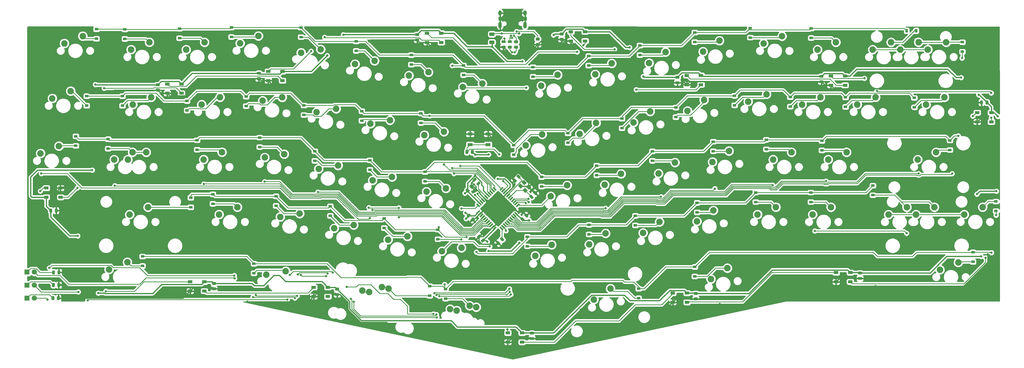
<source format=gbr>
%TF.GenerationSoftware,KiCad,Pcbnew,(5.1.6)-1*%
%TF.CreationDate,2020-07-07T18:39:20+02:00*%
%TF.ProjectId,Proyecto A,50726f79-6563-4746-9f20-412e6b696361,rev?*%
%TF.SameCoordinates,Original*%
%TF.FileFunction,Copper,L2,Bot*%
%TF.FilePolarity,Positive*%
%FSLAX46Y46*%
G04 Gerber Fmt 4.6, Leading zero omitted, Abs format (unit mm)*
G04 Created by KiCad (PCBNEW (5.1.6)-1) date 2020-07-07 18:39:20*
%MOMM*%
%LPD*%
G01*
G04 APERTURE LIST*
%TA.AperFunction,ComponentPad*%
%ADD10C,2.250000*%
%TD*%
%TA.AperFunction,ComponentPad*%
%ADD11O,1.200000X1.800000*%
%TD*%
%TA.AperFunction,ComponentPad*%
%ADD12O,1.200000X2.300000*%
%TD*%
%TA.AperFunction,SMDPad,CuDef*%
%ADD13R,1.200000X0.900000*%
%TD*%
%TA.AperFunction,ComponentPad*%
%ADD14C,1.800000*%
%TD*%
%TA.AperFunction,ComponentPad*%
%ADD15R,1.800000X1.800000*%
%TD*%
%TA.AperFunction,SMDPad,CuDef*%
%ADD16C,0.100000*%
%TD*%
%TA.AperFunction,SMDPad,CuDef*%
%ADD17R,1.800000X1.100000*%
%TD*%
%TA.AperFunction,SMDPad,CuDef*%
%ADD18R,0.900000X1.200000*%
%TD*%
%TA.AperFunction,SMDPad,CuDef*%
%ADD19R,1.500000X1.000000*%
%TD*%
%TA.AperFunction,ViaPad*%
%ADD20C,0.800000*%
%TD*%
%TA.AperFunction,Conductor*%
%ADD21C,0.381000*%
%TD*%
%TA.AperFunction,Conductor*%
%ADD22C,0.254000*%
%TD*%
G04 APERTURE END LIST*
D10*
%TO.P,K4,2*%
%TO.N,Net-(D_5-Pad2)*%
X183500686Y-6499106D03*
%TO.P,K4,1*%
%TO.N,col5*%
X176761353Y-7663362D03*
%TD*%
%TO.P,C21,2*%
%TO.N,+5V*%
%TA.AperFunction,SMDPad,CuDef*%
G36*
G01*
X171042650Y-86115499D02*
X170130150Y-86115499D01*
G75*
G02*
X169886400Y-85871749I0J243750D01*
G01*
X169886400Y-85384249D01*
G75*
G02*
X170130150Y-85140499I243750J0D01*
G01*
X171042650Y-85140499D01*
G75*
G02*
X171286400Y-85384249I0J-243750D01*
G01*
X171286400Y-85871749D01*
G75*
G02*
X171042650Y-86115499I-243750J0D01*
G01*
G37*
%TD.AperFunction*%
%TO.P,C21,1*%
%TO.N,GND*%
%TA.AperFunction,SMDPad,CuDef*%
G36*
G01*
X171042650Y-87990499D02*
X170130150Y-87990499D01*
G75*
G02*
X169886400Y-87746749I0J243750D01*
G01*
X169886400Y-87259249D01*
G75*
G02*
X170130150Y-87015499I243750J0D01*
G01*
X171042650Y-87015499D01*
G75*
G02*
X171286400Y-87259249I0J-243750D01*
G01*
X171286400Y-87746749D01*
G75*
G02*
X171042650Y-87990499I-243750J0D01*
G01*
G37*
%TD.AperFunction*%
%TD*%
%TO.P,C20,2*%
%TO.N,+5V*%
%TA.AperFunction,SMDPad,CuDef*%
G36*
G01*
X128497650Y-84132000D02*
X127585150Y-84132000D01*
G75*
G02*
X127341400Y-83888250I0J243750D01*
G01*
X127341400Y-83400750D01*
G75*
G02*
X127585150Y-83157000I243750J0D01*
G01*
X128497650Y-83157000D01*
G75*
G02*
X128741400Y-83400750I0J-243750D01*
G01*
X128741400Y-83888250D01*
G75*
G02*
X128497650Y-84132000I-243750J0D01*
G01*
G37*
%TD.AperFunction*%
%TO.P,C20,1*%
%TO.N,GND*%
%TA.AperFunction,SMDPad,CuDef*%
G36*
G01*
X128497650Y-86007000D02*
X127585150Y-86007000D01*
G75*
G02*
X127341400Y-85763250I0J243750D01*
G01*
X127341400Y-85275750D01*
G75*
G02*
X127585150Y-85032000I243750J0D01*
G01*
X128497650Y-85032000D01*
G75*
G02*
X128741400Y-85275750I0J-243750D01*
G01*
X128741400Y-85763250D01*
G75*
G02*
X128497650Y-86007000I-243750J0D01*
G01*
G37*
%TD.AperFunction*%
%TD*%
%TO.P,C19,2*%
%TO.N,+5V*%
%TA.AperFunction,SMDPad,CuDef*%
G36*
G01*
X72092400Y-57963750D02*
X72092400Y-58876250D01*
G75*
G02*
X71848650Y-59120000I-243750J0D01*
G01*
X71361150Y-59120000D01*
G75*
G02*
X71117400Y-58876250I0J243750D01*
G01*
X71117400Y-57963750D01*
G75*
G02*
X71361150Y-57720000I243750J0D01*
G01*
X71848650Y-57720000D01*
G75*
G02*
X72092400Y-57963750I0J-243750D01*
G01*
G37*
%TD.AperFunction*%
%TO.P,C19,1*%
%TO.N,GND*%
%TA.AperFunction,SMDPad,CuDef*%
G36*
G01*
X73967400Y-57963750D02*
X73967400Y-58876250D01*
G75*
G02*
X73723650Y-59120000I-243750J0D01*
G01*
X73236150Y-59120000D01*
G75*
G02*
X72992400Y-58876250I0J243750D01*
G01*
X72992400Y-57963750D01*
G75*
G02*
X73236150Y-57720000I243750J0D01*
G01*
X73723650Y-57720000D01*
G75*
G02*
X73967400Y-57963750I0J-243750D01*
G01*
G37*
%TD.AperFunction*%
%TD*%
%TO.P,C18,2*%
%TO.N,+5V*%
%TA.AperFunction,SMDPad,CuDef*%
G36*
G01*
X109066650Y-15298000D02*
X108154150Y-15298000D01*
G75*
G02*
X107910400Y-15054250I0J243750D01*
G01*
X107910400Y-14566750D01*
G75*
G02*
X108154150Y-14323000I243750J0D01*
G01*
X109066650Y-14323000D01*
G75*
G02*
X109310400Y-14566750I0J-243750D01*
G01*
X109310400Y-15054250D01*
G75*
G02*
X109066650Y-15298000I-243750J0D01*
G01*
G37*
%TD.AperFunction*%
%TO.P,C18,1*%
%TO.N,GND*%
%TA.AperFunction,SMDPad,CuDef*%
G36*
G01*
X109066650Y-17173000D02*
X108154150Y-17173000D01*
G75*
G02*
X107910400Y-16929250I0J243750D01*
G01*
X107910400Y-16441750D01*
G75*
G02*
X108154150Y-16198000I243750J0D01*
G01*
X109066650Y-16198000D01*
G75*
G02*
X109310400Y-16441750I0J-243750D01*
G01*
X109310400Y-16929250D01*
G75*
G02*
X109066650Y-17173000I-243750J0D01*
G01*
G37*
%TD.AperFunction*%
%TD*%
%TO.P,C17,2*%
%TO.N,+5V*%
%TA.AperFunction,SMDPad,CuDef*%
G36*
G01*
X143991650Y-11312499D02*
X143079150Y-11312499D01*
G75*
G02*
X142835400Y-11068749I0J243750D01*
G01*
X142835400Y-10581249D01*
G75*
G02*
X143079150Y-10337499I243750J0D01*
G01*
X143991650Y-10337499D01*
G75*
G02*
X144235400Y-10581249I0J-243750D01*
G01*
X144235400Y-11068749D01*
G75*
G02*
X143991650Y-11312499I-243750J0D01*
G01*
G37*
%TD.AperFunction*%
%TO.P,C17,1*%
%TO.N,GND*%
%TA.AperFunction,SMDPad,CuDef*%
G36*
G01*
X143991650Y-13187499D02*
X143079150Y-13187499D01*
G75*
G02*
X142835400Y-12943749I0J243750D01*
G01*
X142835400Y-12456249D01*
G75*
G02*
X143079150Y-12212499I243750J0D01*
G01*
X143991650Y-12212499D01*
G75*
G02*
X144235400Y-12456249I0J-243750D01*
G01*
X144235400Y-12943749D01*
G75*
G02*
X143991650Y-13187499I-243750J0D01*
G01*
G37*
%TD.AperFunction*%
%TD*%
%TO.P,C16,2*%
%TO.N,+5V*%
%TA.AperFunction,SMDPad,CuDef*%
G36*
G01*
X198728650Y2101000D02*
X197816150Y2101000D01*
G75*
G02*
X197572400Y2344750I0J243750D01*
G01*
X197572400Y2832250D01*
G75*
G02*
X197816150Y3076000I243750J0D01*
G01*
X198728650Y3076000D01*
G75*
G02*
X198972400Y2832250I0J-243750D01*
G01*
X198972400Y2344750D01*
G75*
G02*
X198728650Y2101000I-243750J0D01*
G01*
G37*
%TD.AperFunction*%
%TO.P,C16,1*%
%TO.N,GND*%
%TA.AperFunction,SMDPad,CuDef*%
G36*
G01*
X198728650Y226000D02*
X197816150Y226000D01*
G75*
G02*
X197572400Y469750I0J243750D01*
G01*
X197572400Y957250D01*
G75*
G02*
X197816150Y1201000I243750J0D01*
G01*
X198728650Y1201000D01*
G75*
G02*
X198972400Y957250I0J-243750D01*
G01*
X198972400Y469750D01*
G75*
G02*
X198728650Y226000I-243750J0D01*
G01*
G37*
%TD.AperFunction*%
%TD*%
%TO.P,C15,2*%
%TO.N,+5V*%
%TA.AperFunction,SMDPad,CuDef*%
G36*
G01*
X248639650Y2306499D02*
X247727150Y2306499D01*
G75*
G02*
X247483400Y2550249I0J243750D01*
G01*
X247483400Y3037749D01*
G75*
G02*
X247727150Y3281499I243750J0D01*
G01*
X248639650Y3281499D01*
G75*
G02*
X248883400Y3037749I0J-243750D01*
G01*
X248883400Y2550249D01*
G75*
G02*
X248639650Y2306499I-243750J0D01*
G01*
G37*
%TD.AperFunction*%
%TO.P,C15,1*%
%TO.N,GND*%
%TA.AperFunction,SMDPad,CuDef*%
G36*
G01*
X248639650Y431499D02*
X247727150Y431499D01*
G75*
G02*
X247483400Y675249I0J243750D01*
G01*
X247483400Y1162749D01*
G75*
G02*
X247727150Y1406499I243750J0D01*
G01*
X248639650Y1406499D01*
G75*
G02*
X248883400Y1162749I0J-243750D01*
G01*
X248883400Y675249D01*
G75*
G02*
X248639650Y431499I-243750J0D01*
G01*
G37*
%TD.AperFunction*%
%TD*%
%TO.P,C14,2*%
%TO.N,+5V*%
%TA.AperFunction,SMDPad,CuDef*%
G36*
G01*
X288644650Y-12709499D02*
X287732150Y-12709499D01*
G75*
G02*
X287488400Y-12465749I0J243750D01*
G01*
X287488400Y-11978249D01*
G75*
G02*
X287732150Y-11734499I243750J0D01*
G01*
X288644650Y-11734499D01*
G75*
G02*
X288888400Y-11978249I0J-243750D01*
G01*
X288888400Y-12465749D01*
G75*
G02*
X288644650Y-12709499I-243750J0D01*
G01*
G37*
%TD.AperFunction*%
%TO.P,C14,1*%
%TO.N,GND*%
%TA.AperFunction,SMDPad,CuDef*%
G36*
G01*
X288644650Y-14584499D02*
X287732150Y-14584499D01*
G75*
G02*
X287488400Y-14340749I0J243750D01*
G01*
X287488400Y-13853249D01*
G75*
G02*
X287732150Y-13609499I243750J0D01*
G01*
X288644650Y-13609499D01*
G75*
G02*
X288888400Y-13853249I0J-243750D01*
G01*
X288888400Y-14340749D01*
G75*
G02*
X288644650Y-14584499I-243750J0D01*
G01*
G37*
%TD.AperFunction*%
%TD*%
%TO.P,C13,2*%
%TO.N,+5V*%
%TA.AperFunction,SMDPad,CuDef*%
G36*
G01*
X338428650Y-12377000D02*
X337516150Y-12377000D01*
G75*
G02*
X337272400Y-12133250I0J243750D01*
G01*
X337272400Y-11645750D01*
G75*
G02*
X337516150Y-11402000I243750J0D01*
G01*
X338428650Y-11402000D01*
G75*
G02*
X338672400Y-11645750I0J-243750D01*
G01*
X338672400Y-12133250D01*
G75*
G02*
X338428650Y-12377000I-243750J0D01*
G01*
G37*
%TD.AperFunction*%
%TO.P,C13,1*%
%TO.N,GND*%
%TA.AperFunction,SMDPad,CuDef*%
G36*
G01*
X338428650Y-14252000D02*
X337516150Y-14252000D01*
G75*
G02*
X337272400Y-14008250I0J243750D01*
G01*
X337272400Y-13520750D01*
G75*
G02*
X337516150Y-13277000I243750J0D01*
G01*
X338428650Y-13277000D01*
G75*
G02*
X338672400Y-13520750I0J-243750D01*
G01*
X338672400Y-14008250D01*
G75*
G02*
X338428650Y-14252000I-243750J0D01*
G01*
G37*
%TD.AperFunction*%
%TD*%
%TO.P,C12,2*%
%TO.N,+5V*%
%TA.AperFunction,SMDPad,CuDef*%
G36*
G01*
X394683400Y-21411250D02*
X394683400Y-20498750D01*
G75*
G02*
X394927150Y-20255000I243750J0D01*
G01*
X395414650Y-20255000D01*
G75*
G02*
X395658400Y-20498750I0J-243750D01*
G01*
X395658400Y-21411250D01*
G75*
G02*
X395414650Y-21655000I-243750J0D01*
G01*
X394927150Y-21655000D01*
G75*
G02*
X394683400Y-21411250I0J243750D01*
G01*
G37*
%TD.AperFunction*%
%TO.P,C12,1*%
%TO.N,GND*%
%TA.AperFunction,SMDPad,CuDef*%
G36*
G01*
X392808400Y-21411250D02*
X392808400Y-20498750D01*
G75*
G02*
X393052150Y-20255000I243750J0D01*
G01*
X393539650Y-20255000D01*
G75*
G02*
X393783400Y-20498750I0J-243750D01*
G01*
X393783400Y-21411250D01*
G75*
G02*
X393539650Y-21655000I-243750J0D01*
G01*
X393052150Y-21655000D01*
G75*
G02*
X392808400Y-21411250I0J243750D01*
G01*
G37*
%TD.AperFunction*%
%TD*%
%TO.P,C11,2*%
%TO.N,+5V*%
%TA.AperFunction,SMDPad,CuDef*%
G36*
G01*
X351763650Y-80527499D02*
X350851150Y-80527499D01*
G75*
G02*
X350607400Y-80283749I0J243750D01*
G01*
X350607400Y-79796249D01*
G75*
G02*
X350851150Y-79552499I243750J0D01*
G01*
X351763650Y-79552499D01*
G75*
G02*
X352007400Y-79796249I0J-243750D01*
G01*
X352007400Y-80283749D01*
G75*
G02*
X351763650Y-80527499I-243750J0D01*
G01*
G37*
%TD.AperFunction*%
%TO.P,C11,1*%
%TO.N,GND*%
%TA.AperFunction,SMDPad,CuDef*%
G36*
G01*
X351763650Y-82402499D02*
X350851150Y-82402499D01*
G75*
G02*
X350607400Y-82158749I0J243750D01*
G01*
X350607400Y-81671249D01*
G75*
G02*
X350851150Y-81427499I243750J0D01*
G01*
X351763650Y-81427499D01*
G75*
G02*
X352007400Y-81671249I0J-243750D01*
G01*
X352007400Y-82158749D01*
G75*
G02*
X351763650Y-82402499I-243750J0D01*
G01*
G37*
%TD.AperFunction*%
%TD*%
%TO.P,C10,2*%
%TO.N,+5V*%
%TA.AperFunction,SMDPad,CuDef*%
G36*
G01*
X294994650Y-87609500D02*
X294082150Y-87609500D01*
G75*
G02*
X293838400Y-87365750I0J243750D01*
G01*
X293838400Y-86878250D01*
G75*
G02*
X294082150Y-86634500I243750J0D01*
G01*
X294994650Y-86634500D01*
G75*
G02*
X295238400Y-86878250I0J-243750D01*
G01*
X295238400Y-87365750D01*
G75*
G02*
X294994650Y-87609500I-243750J0D01*
G01*
G37*
%TD.AperFunction*%
%TO.P,C10,1*%
%TO.N,GND*%
%TA.AperFunction,SMDPad,CuDef*%
G36*
G01*
X294994650Y-89484500D02*
X294082150Y-89484500D01*
G75*
G02*
X293838400Y-89240750I0J243750D01*
G01*
X293838400Y-88753250D01*
G75*
G02*
X294082150Y-88509500I243750J0D01*
G01*
X294994650Y-88509500D01*
G75*
G02*
X295238400Y-88753250I0J-243750D01*
G01*
X295238400Y-89240750D01*
G75*
G02*
X294994650Y-89484500I-243750J0D01*
G01*
G37*
%TD.AperFunction*%
%TD*%
%TO.P,C9,2*%
%TO.N,+5V*%
%TA.AperFunction,SMDPad,CuDef*%
G36*
G01*
X238352650Y-101355499D02*
X237440150Y-101355499D01*
G75*
G02*
X237196400Y-101111749I0J243750D01*
G01*
X237196400Y-100624249D01*
G75*
G02*
X237440150Y-100380499I243750J0D01*
G01*
X238352650Y-100380499D01*
G75*
G02*
X238596400Y-100624249I0J-243750D01*
G01*
X238596400Y-101111749D01*
G75*
G02*
X238352650Y-101355499I-243750J0D01*
G01*
G37*
%TD.AperFunction*%
%TO.P,C9,1*%
%TO.N,GND*%
%TA.AperFunction,SMDPad,CuDef*%
G36*
G01*
X238352650Y-103230499D02*
X237440150Y-103230499D01*
G75*
G02*
X237196400Y-102986749I0J243750D01*
G01*
X237196400Y-102499249D01*
G75*
G02*
X237440150Y-102255499I243750J0D01*
G01*
X238352650Y-102255499D01*
G75*
G02*
X238596400Y-102499249I0J-243750D01*
G01*
X238596400Y-102986749D01*
G75*
G02*
X238352650Y-103230499I-243750J0D01*
G01*
G37*
%TD.AperFunction*%
%TD*%
D11*
%TO.P,USB1,13*%
%TO.N,GND*%
X226882400Y10048000D03*
X235522400Y10048000D03*
D12*
X226882400Y5868000D03*
X235522400Y5868000D03*
%TD*%
D13*
%TO.P,D_63,2*%
%TO.N,Net-(D_63-Pad2)*%
X294177400Y-81217000D03*
%TO.P,D_63,1*%
%TO.N,row4*%
X294177400Y-77917000D03*
%TD*%
%TO.P,R6,2*%
%TO.N,Net-(D2-Pad1)*%
%TA.AperFunction,SMDPad,CuDef*%
G36*
G01*
X73000000Y-83743750D02*
X73000000Y-84656250D01*
G75*
G02*
X72756250Y-84900000I-243750J0D01*
G01*
X72268750Y-84900000D01*
G75*
G02*
X72025000Y-84656250I0J243750D01*
G01*
X72025000Y-83743750D01*
G75*
G02*
X72268750Y-83500000I243750J0D01*
G01*
X72756250Y-83500000D01*
G75*
G02*
X73000000Y-83743750I0J-243750D01*
G01*
G37*
%TD.AperFunction*%
%TO.P,R6,1*%
%TO.N,GND*%
%TA.AperFunction,SMDPad,CuDef*%
G36*
G01*
X74875000Y-83743750D02*
X74875000Y-84656250D01*
G75*
G02*
X74631250Y-84900000I-243750J0D01*
G01*
X74143750Y-84900000D01*
G75*
G02*
X73900000Y-84656250I0J243750D01*
G01*
X73900000Y-83743750D01*
G75*
G02*
X74143750Y-83500000I243750J0D01*
G01*
X74631250Y-83500000D01*
G75*
G02*
X74875000Y-83743750I0J-243750D01*
G01*
G37*
%TD.AperFunction*%
%TD*%
D14*
%TO.P,D2,2*%
%TO.N,scrol*%
X65940000Y-84260000D03*
D15*
%TO.P,D2,1*%
%TO.N,Net-(D2-Pad1)*%
X63400000Y-84260000D03*
%TD*%
D14*
%TO.P,D3,2*%
%TO.N,num*%
X65937400Y-79717000D03*
D15*
%TO.P,D3,1*%
%TO.N,Net-(D3-Pad1)*%
X63397400Y-79717000D03*
%TD*%
%TO.P,C7,2*%
%TO.N,GND*%
%TA.AperFunction,SMDPad,CuDef*%
G36*
G01*
X216968216Y-50791419D02*
X216322981Y-50146184D01*
G75*
G02*
X216322981Y-49801470I172357J172357D01*
G01*
X216667696Y-49456755D01*
G75*
G02*
X217012410Y-49456755I172357J-172357D01*
G01*
X217657645Y-50101990D01*
G75*
G02*
X217657645Y-50446704I-172357J-172357D01*
G01*
X217312930Y-50791419D01*
G75*
G02*
X216968216Y-50791419I-172357J172357D01*
G01*
G37*
%TD.AperFunction*%
%TO.P,C7,1*%
%TO.N,+5V*%
%TA.AperFunction,SMDPad,CuDef*%
G36*
G01*
X215642390Y-52117245D02*
X214997155Y-51472010D01*
G75*
G02*
X214997155Y-51127296I172357J172357D01*
G01*
X215341870Y-50782581D01*
G75*
G02*
X215686584Y-50782581I172357J-172357D01*
G01*
X216331819Y-51427816D01*
G75*
G02*
X216331819Y-51772530I-172357J-172357D01*
G01*
X215987104Y-52117245D01*
G75*
G02*
X215642390Y-52117245I-172357J172357D01*
G01*
G37*
%TD.AperFunction*%
%TD*%
D13*
%TO.P,D_40,2*%
%TO.N,Net-(D_40-Pad2)*%
X300557528Y-37820961D03*
%TO.P,D_40,1*%
%TO.N,row2*%
X300557528Y-34520961D03*
%TD*%
D10*
%TO.P,SPLIT_BKS1,2*%
%TO.N,Net-(BACKSPACE1-Pad2)*%
X381091880Y-71680D03*
%TO.P,SPLIT_BKS1,1*%
%TO.N,col14*%
X374741880Y-2611680D03*
%TD*%
D13*
%TO.P,D_44,2*%
%TO.N,Net-(BACKSPACE1-Pad2)*%
X386670000Y-50000D03*
%TO.P,D_44,1*%
%TO.N,row2*%
X386670000Y-3350000D03*
%TD*%
%TA.AperFunction,SMDPad,CuDef*%
D16*
%TO.P,Y1,4*%
%TO.N,GND*%
G36*
X237676639Y-50297711D02*
G01*
X236828111Y-51146239D01*
X235838161Y-50156289D01*
X236686689Y-49307761D01*
X237676639Y-50297711D01*
G37*
%TD.AperFunction*%
%TA.AperFunction,SMDPad,CuDef*%
%TO.P,Y1,3*%
%TO.N,Net-(C3-Pad1)*%
G36*
X236121004Y-48742076D02*
G01*
X235272476Y-49590604D01*
X234282526Y-48600654D01*
X235131054Y-47752126D01*
X236121004Y-48742076D01*
G37*
%TD.AperFunction*%
%TA.AperFunction,SMDPad,CuDef*%
%TO.P,Y1,2*%
%TO.N,GND*%
G36*
X234918923Y-49944157D02*
G01*
X234070395Y-50792685D01*
X233080445Y-49802735D01*
X233928973Y-48954207D01*
X234918923Y-49944157D01*
G37*
%TD.AperFunction*%
%TA.AperFunction,SMDPad,CuDef*%
%TO.P,Y1,1*%
%TO.N,Net-(C2-Pad1)*%
G36*
X236474558Y-51499792D02*
G01*
X235626030Y-52348320D01*
X234636080Y-51358370D01*
X235484608Y-50509842D01*
X236474558Y-51499792D01*
G37*
%TD.AperFunction*%
%TD*%
%TA.AperFunction,SMDPad,CuDef*%
%TO.P,U1,44*%
%TO.N,+5V*%
G36*
X219684700Y-58206978D02*
G01*
X220073608Y-58595886D01*
X219012948Y-59656546D01*
X218624040Y-59267638D01*
X219684700Y-58206978D01*
G37*
%TD.AperFunction*%
%TA.AperFunction,SMDPad,CuDef*%
%TO.P,U1,43*%
%TO.N,GND*%
G36*
X220250386Y-58772663D02*
G01*
X220639294Y-59161571D01*
X219578634Y-60222231D01*
X219189726Y-59833323D01*
X220250386Y-58772663D01*
G37*
%TD.AperFunction*%
%TA.AperFunction,SMDPad,CuDef*%
%TO.P,U1,42*%
%TO.N,Net-(U1-Pad42)*%
G36*
X220816071Y-59338348D02*
G01*
X221204979Y-59727256D01*
X220144319Y-60787916D01*
X219755411Y-60399008D01*
X220816071Y-59338348D01*
G37*
%TD.AperFunction*%
%TA.AperFunction,SMDPad,CuDef*%
%TO.P,U1,41*%
%TO.N,col5*%
G36*
X221381756Y-59904034D02*
G01*
X221770664Y-60292942D01*
X220710004Y-61353602D01*
X220321096Y-60964694D01*
X221381756Y-59904034D01*
G37*
%TD.AperFunction*%
%TA.AperFunction,SMDPad,CuDef*%
%TO.P,U1,40*%
%TO.N,col4*%
G36*
X221947442Y-60469719D02*
G01*
X222336350Y-60858627D01*
X221275690Y-61919287D01*
X220886782Y-61530379D01*
X221947442Y-60469719D01*
G37*
%TD.AperFunction*%
%TA.AperFunction,SMDPad,CuDef*%
%TO.P,U1,39*%
%TO.N,col3*%
G36*
X222513127Y-61035405D02*
G01*
X222902035Y-61424313D01*
X221841375Y-62484973D01*
X221452467Y-62096065D01*
X222513127Y-61035405D01*
G37*
%TD.AperFunction*%
%TA.AperFunction,SMDPad,CuDef*%
%TO.P,U1,38*%
%TO.N,col2*%
G36*
X223078813Y-61601090D02*
G01*
X223467721Y-61989998D01*
X222407061Y-63050658D01*
X222018153Y-62661750D01*
X223078813Y-61601090D01*
G37*
%TD.AperFunction*%
%TA.AperFunction,SMDPad,CuDef*%
%TO.P,U1,37*%
%TO.N,col1*%
G36*
X223644498Y-62166776D02*
G01*
X224033406Y-62555684D01*
X222972746Y-63616344D01*
X222583838Y-63227436D01*
X223644498Y-62166776D01*
G37*
%TD.AperFunction*%
%TA.AperFunction,SMDPad,CuDef*%
%TO.P,U1,36*%
%TO.N,col0*%
G36*
X224210184Y-62732461D02*
G01*
X224599092Y-63121369D01*
X223538432Y-64182029D01*
X223149524Y-63793121D01*
X224210184Y-62732461D01*
G37*
%TD.AperFunction*%
%TA.AperFunction,SMDPad,CuDef*%
%TO.P,U1,35*%
%TO.N,GND*%
G36*
X224775869Y-63298146D02*
G01*
X225164777Y-63687054D01*
X224104117Y-64747714D01*
X223715209Y-64358806D01*
X224775869Y-63298146D01*
G37*
%TD.AperFunction*%
%TA.AperFunction,SMDPad,CuDef*%
%TO.P,U1,34*%
%TO.N,+5V*%
G36*
X225341554Y-63863832D02*
G01*
X225730462Y-64252740D01*
X224669802Y-65313400D01*
X224280894Y-64924492D01*
X225341554Y-63863832D01*
G37*
%TD.AperFunction*%
%TA.AperFunction,SMDPad,CuDef*%
%TO.P,U1,33*%
%TO.N,Net-(R4-Pad2)*%
G36*
X226685058Y-64252740D02*
G01*
X227073966Y-63863832D01*
X228134626Y-64924492D01*
X227745718Y-65313400D01*
X226685058Y-64252740D01*
G37*
%TD.AperFunction*%
%TA.AperFunction,SMDPad,CuDef*%
%TO.P,U1,32*%
%TO.N,col6*%
G36*
X227250743Y-63687054D02*
G01*
X227639651Y-63298146D01*
X228700311Y-64358806D01*
X228311403Y-64747714D01*
X227250743Y-63687054D01*
G37*
%TD.AperFunction*%
%TA.AperFunction,SMDPad,CuDef*%
%TO.P,U1,31*%
%TO.N,col14*%
G36*
X227816428Y-63121369D02*
G01*
X228205336Y-62732461D01*
X229265996Y-63793121D01*
X228877088Y-64182029D01*
X227816428Y-63121369D01*
G37*
%TD.AperFunction*%
%TA.AperFunction,SMDPad,CuDef*%
%TO.P,U1,30*%
%TO.N,col13*%
G36*
X228382114Y-62555684D02*
G01*
X228771022Y-62166776D01*
X229831682Y-63227436D01*
X229442774Y-63616344D01*
X228382114Y-62555684D01*
G37*
%TD.AperFunction*%
%TA.AperFunction,SMDPad,CuDef*%
%TO.P,U1,29*%
%TO.N,col12*%
G36*
X228947799Y-61989998D02*
G01*
X229336707Y-61601090D01*
X230397367Y-62661750D01*
X230008459Y-63050658D01*
X228947799Y-61989998D01*
G37*
%TD.AperFunction*%
%TA.AperFunction,SMDPad,CuDef*%
%TO.P,U1,28*%
%TO.N,col11*%
G36*
X229513485Y-61424313D02*
G01*
X229902393Y-61035405D01*
X230963053Y-62096065D01*
X230574145Y-62484973D01*
X229513485Y-61424313D01*
G37*
%TD.AperFunction*%
%TA.AperFunction,SMDPad,CuDef*%
%TO.P,U1,27*%
%TO.N,col10*%
G36*
X230079170Y-60858627D02*
G01*
X230468078Y-60469719D01*
X231528738Y-61530379D01*
X231139830Y-61919287D01*
X230079170Y-60858627D01*
G37*
%TD.AperFunction*%
%TA.AperFunction,SMDPad,CuDef*%
%TO.P,U1,26*%
%TO.N,col9*%
G36*
X230644856Y-60292942D02*
G01*
X231033764Y-59904034D01*
X232094424Y-60964694D01*
X231705516Y-61353602D01*
X230644856Y-60292942D01*
G37*
%TD.AperFunction*%
%TA.AperFunction,SMDPad,CuDef*%
%TO.P,U1,25*%
%TO.N,col8*%
G36*
X231210541Y-59727256D02*
G01*
X231599449Y-59338348D01*
X232660109Y-60399008D01*
X232271201Y-60787916D01*
X231210541Y-59727256D01*
G37*
%TD.AperFunction*%
%TA.AperFunction,SMDPad,CuDef*%
%TO.P,U1,24*%
%TO.N,+5V*%
G36*
X231776226Y-59161571D02*
G01*
X232165134Y-58772663D01*
X233225794Y-59833323D01*
X232836886Y-60222231D01*
X231776226Y-59161571D01*
G37*
%TD.AperFunction*%
%TA.AperFunction,SMDPad,CuDef*%
%TO.P,U1,23*%
%TO.N,GND*%
G36*
X232341912Y-58595886D02*
G01*
X232730820Y-58206978D01*
X233791480Y-59267638D01*
X233402572Y-59656546D01*
X232341912Y-58595886D01*
G37*
%TD.AperFunction*%
%TA.AperFunction,SMDPad,CuDef*%
%TO.P,U1,22*%
%TO.N,col7*%
G36*
X233402572Y-55802814D02*
G01*
X233791480Y-56191722D01*
X232730820Y-57252382D01*
X232341912Y-56863474D01*
X233402572Y-55802814D01*
G37*
%TD.AperFunction*%
%TA.AperFunction,SMDPad,CuDef*%
%TO.P,U1,21*%
%TO.N,scrol*%
G36*
X232836886Y-55237129D02*
G01*
X233225794Y-55626037D01*
X232165134Y-56686697D01*
X231776226Y-56297789D01*
X232836886Y-55237129D01*
G37*
%TD.AperFunction*%
%TA.AperFunction,SMDPad,CuDef*%
%TO.P,U1,20*%
%TO.N,num*%
G36*
X232271201Y-54671444D02*
G01*
X232660109Y-55060352D01*
X231599449Y-56121012D01*
X231210541Y-55732104D01*
X232271201Y-54671444D01*
G37*
%TD.AperFunction*%
%TA.AperFunction,SMDPad,CuDef*%
%TO.P,U1,19*%
%TO.N,caps*%
G36*
X231705516Y-54105758D02*
G01*
X232094424Y-54494666D01*
X231033764Y-55555326D01*
X230644856Y-55166418D01*
X231705516Y-54105758D01*
G37*
%TD.AperFunction*%
%TA.AperFunction,SMDPad,CuDef*%
%TO.P,U1,18*%
%TO.N,Net-(U1-Pad18)*%
G36*
X231139830Y-53540073D02*
G01*
X231528738Y-53928981D01*
X230468078Y-54989641D01*
X230079170Y-54600733D01*
X231139830Y-53540073D01*
G37*
%TD.AperFunction*%
%TA.AperFunction,SMDPad,CuDef*%
%TO.P,U1,17*%
%TO.N,Net-(C2-Pad1)*%
G36*
X230574145Y-52974387D02*
G01*
X230963053Y-53363295D01*
X229902393Y-54423955D01*
X229513485Y-54035047D01*
X230574145Y-52974387D01*
G37*
%TD.AperFunction*%
%TA.AperFunction,SMDPad,CuDef*%
%TO.P,U1,16*%
%TO.N,Net-(C3-Pad1)*%
G36*
X230008459Y-52408702D02*
G01*
X230397367Y-52797610D01*
X229336707Y-53858270D01*
X228947799Y-53469362D01*
X230008459Y-52408702D01*
G37*
%TD.AperFunction*%
%TA.AperFunction,SMDPad,CuDef*%
%TO.P,U1,15*%
%TO.N,GND*%
G36*
X229442774Y-51843016D02*
G01*
X229831682Y-52231924D01*
X228771022Y-53292584D01*
X228382114Y-52903676D01*
X229442774Y-51843016D01*
G37*
%TD.AperFunction*%
%TA.AperFunction,SMDPad,CuDef*%
%TO.P,U1,14*%
%TO.N,+5V*%
G36*
X228877088Y-51277331D02*
G01*
X229265996Y-51666239D01*
X228205336Y-52726899D01*
X227816428Y-52337991D01*
X228877088Y-51277331D01*
G37*
%TD.AperFunction*%
%TA.AperFunction,SMDPad,CuDef*%
%TO.P,U1,13*%
%TO.N,Net-(R3-Pad2)*%
G36*
X228311403Y-50711646D02*
G01*
X228700311Y-51100554D01*
X227639651Y-52161214D01*
X227250743Y-51772306D01*
X228311403Y-50711646D01*
G37*
%TD.AperFunction*%
%TA.AperFunction,SMDPad,CuDef*%
%TO.P,U1,12*%
%TO.N,row4*%
G36*
X227745718Y-50145960D02*
G01*
X228134626Y-50534868D01*
X227073966Y-51595528D01*
X226685058Y-51206620D01*
X227745718Y-50145960D01*
G37*
%TD.AperFunction*%
%TA.AperFunction,SMDPad,CuDef*%
%TO.P,U1,11*%
%TO.N,row0*%
G36*
X224280894Y-50534868D02*
G01*
X224669802Y-50145960D01*
X225730462Y-51206620D01*
X225341554Y-51595528D01*
X224280894Y-50534868D01*
G37*
%TD.AperFunction*%
%TA.AperFunction,SMDPad,CuDef*%
%TO.P,U1,10*%
%TO.N,row1*%
G36*
X223715209Y-51100554D02*
G01*
X224104117Y-50711646D01*
X225164777Y-51772306D01*
X224775869Y-52161214D01*
X223715209Y-51100554D01*
G37*
%TD.AperFunction*%
%TA.AperFunction,SMDPad,CuDef*%
%TO.P,U1,9*%
%TO.N,row2*%
G36*
X223149524Y-51666239D02*
G01*
X223538432Y-51277331D01*
X224599092Y-52337991D01*
X224210184Y-52726899D01*
X223149524Y-51666239D01*
G37*
%TD.AperFunction*%
%TA.AperFunction,SMDPad,CuDef*%
%TO.P,U1,8*%
%TO.N,row3*%
G36*
X222583838Y-52231924D02*
G01*
X222972746Y-51843016D01*
X224033406Y-52903676D01*
X223644498Y-53292584D01*
X222583838Y-52231924D01*
G37*
%TD.AperFunction*%
%TA.AperFunction,SMDPad,CuDef*%
%TO.P,U1,7*%
%TO.N,+5V*%
G36*
X222018153Y-52797610D02*
G01*
X222407061Y-52408702D01*
X223467721Y-53469362D01*
X223078813Y-53858270D01*
X222018153Y-52797610D01*
G37*
%TD.AperFunction*%
%TA.AperFunction,SMDPad,CuDef*%
%TO.P,U1,6*%
%TO.N,Net-(C6-Pad2)*%
G36*
X221452467Y-53363295D02*
G01*
X221841375Y-52974387D01*
X222902035Y-54035047D01*
X222513127Y-54423955D01*
X221452467Y-53363295D01*
G37*
%TD.AperFunction*%
%TA.AperFunction,SMDPad,CuDef*%
%TO.P,U1,5*%
%TO.N,GND*%
G36*
X220886782Y-53928981D02*
G01*
X221275690Y-53540073D01*
X222336350Y-54600733D01*
X221947442Y-54989641D01*
X220886782Y-53928981D01*
G37*
%TD.AperFunction*%
%TA.AperFunction,SMDPad,CuDef*%
%TO.P,U1,4*%
%TO.N,D+*%
G36*
X220321096Y-54494666D02*
G01*
X220710004Y-54105758D01*
X221770664Y-55166418D01*
X221381756Y-55555326D01*
X220321096Y-54494666D01*
G37*
%TD.AperFunction*%
%TA.AperFunction,SMDPad,CuDef*%
%TO.P,U1,3*%
%TO.N,D-*%
G36*
X219755411Y-55060352D02*
G01*
X220144319Y-54671444D01*
X221204979Y-55732104D01*
X220816071Y-56121012D01*
X219755411Y-55060352D01*
G37*
%TD.AperFunction*%
%TA.AperFunction,SMDPad,CuDef*%
%TO.P,U1,2*%
%TO.N,+5V*%
G36*
X219189726Y-55626037D02*
G01*
X219578634Y-55237129D01*
X220639294Y-56297789D01*
X220250386Y-56686697D01*
X219189726Y-55626037D01*
G37*
%TD.AperFunction*%
%TA.AperFunction,SMDPad,CuDef*%
%TO.P,U1,1*%
%TO.N,UNDERGLOW*%
G36*
X218624040Y-56191722D02*
G01*
X219012948Y-55802814D01*
X220073608Y-56863474D01*
X219684700Y-57252382D01*
X218624040Y-56191722D01*
G37*
%TD.AperFunction*%
%TD*%
D17*
%TO.P,SW1,2*%
%TO.N,Net-(R3-Pad2)*%
X216550000Y-35550000D03*
X222750000Y-35550000D03*
%TO.P,SW1,1*%
%TO.N,GND*%
X216550000Y-31850000D03*
X222750000Y-31850000D03*
%TD*%
%TO.P,R9,1*%
%TO.N,GND*%
%TA.AperFunction,SMDPad,CuDef*%
G36*
G01*
X228573650Y-2262500D02*
X227661150Y-2262500D01*
G75*
G02*
X227417400Y-2018750I0J243750D01*
G01*
X227417400Y-1531250D01*
G75*
G02*
X227661150Y-1287500I243750J0D01*
G01*
X228573650Y-1287500D01*
G75*
G02*
X228817400Y-1531250I0J-243750D01*
G01*
X228817400Y-2018750D01*
G75*
G02*
X228573650Y-2262500I-243750J0D01*
G01*
G37*
%TD.AperFunction*%
%TO.P,R9,2*%
%TO.N,Net-(R9-Pad2)*%
%TA.AperFunction,SMDPad,CuDef*%
G36*
G01*
X228573650Y-387500D02*
X227661150Y-387500D01*
G75*
G02*
X227417400Y-143750I0J243750D01*
G01*
X227417400Y343750D01*
G75*
G02*
X227661150Y587500I243750J0D01*
G01*
X228573650Y587500D01*
G75*
G02*
X228817400Y343750I0J-243750D01*
G01*
X228817400Y-143750D01*
G75*
G02*
X228573650Y-387500I-243750J0D01*
G01*
G37*
%TD.AperFunction*%
%TD*%
%TO.P,R8,1*%
%TO.N,GND*%
%TA.AperFunction,SMDPad,CuDef*%
G36*
G01*
X240384650Y-1346500D02*
X239472150Y-1346500D01*
G75*
G02*
X239228400Y-1102750I0J243750D01*
G01*
X239228400Y-615250D01*
G75*
G02*
X239472150Y-371500I243750J0D01*
G01*
X240384650Y-371500D01*
G75*
G02*
X240628400Y-615250I0J-243750D01*
G01*
X240628400Y-1102750D01*
G75*
G02*
X240384650Y-1346500I-243750J0D01*
G01*
G37*
%TD.AperFunction*%
%TO.P,R8,2*%
%TO.N,Net-(R8-Pad2)*%
%TA.AperFunction,SMDPad,CuDef*%
G36*
G01*
X240384650Y528500D02*
X239472150Y528500D01*
G75*
G02*
X239228400Y772250I0J243750D01*
G01*
X239228400Y1259750D01*
G75*
G02*
X239472150Y1503500I243750J0D01*
G01*
X240384650Y1503500D01*
G75*
G02*
X240628400Y1259750I0J-243750D01*
G01*
X240628400Y772250D01*
G75*
G02*
X240384650Y528500I-243750J0D01*
G01*
G37*
%TD.AperFunction*%
%TD*%
%TO.P,R7,2*%
%TO.N,Net-(D3-Pad1)*%
%TA.AperFunction,SMDPad,CuDef*%
G36*
G01*
X73050000Y-79393750D02*
X73050000Y-80306250D01*
G75*
G02*
X72806250Y-80550000I-243750J0D01*
G01*
X72318750Y-80550000D01*
G75*
G02*
X72075000Y-80306250I0J243750D01*
G01*
X72075000Y-79393750D01*
G75*
G02*
X72318750Y-79150000I243750J0D01*
G01*
X72806250Y-79150000D01*
G75*
G02*
X73050000Y-79393750I0J-243750D01*
G01*
G37*
%TD.AperFunction*%
%TO.P,R7,1*%
%TO.N,GND*%
%TA.AperFunction,SMDPad,CuDef*%
G36*
G01*
X74925000Y-79393750D02*
X74925000Y-80306250D01*
G75*
G02*
X74681250Y-80550000I-243750J0D01*
G01*
X74193750Y-80550000D01*
G75*
G02*
X73950000Y-80306250I0J243750D01*
G01*
X73950000Y-79393750D01*
G75*
G02*
X74193750Y-79150000I243750J0D01*
G01*
X74681250Y-79150000D01*
G75*
G02*
X74925000Y-79393750I0J-243750D01*
G01*
G37*
%TD.AperFunction*%
%TD*%
%TO.P,R5,2*%
%TO.N,Net-(D1-Pad1)*%
%TA.AperFunction,SMDPad,CuDef*%
G36*
G01*
X72842499Y-88293750D02*
X72842499Y-89206250D01*
G75*
G02*
X72598749Y-89450000I-243750J0D01*
G01*
X72111249Y-89450000D01*
G75*
G02*
X71867499Y-89206250I0J243750D01*
G01*
X71867499Y-88293750D01*
G75*
G02*
X72111249Y-88050000I243750J0D01*
G01*
X72598749Y-88050000D01*
G75*
G02*
X72842499Y-88293750I0J-243750D01*
G01*
G37*
%TD.AperFunction*%
%TO.P,R5,1*%
%TO.N,GND*%
%TA.AperFunction,SMDPad,CuDef*%
G36*
G01*
X74717499Y-88293750D02*
X74717499Y-89206250D01*
G75*
G02*
X74473749Y-89450000I-243750J0D01*
G01*
X73986249Y-89450000D01*
G75*
G02*
X73742499Y-89206250I0J243750D01*
G01*
X73742499Y-88293750D01*
G75*
G02*
X73986249Y-88050000I243750J0D01*
G01*
X74473749Y-88050000D01*
G75*
G02*
X74717499Y-88293750I0J-243750D01*
G01*
G37*
%TD.AperFunction*%
%TD*%
%TO.P,R4,2*%
%TO.N,Net-(R4-Pad2)*%
%TA.AperFunction,SMDPad,CuDef*%
G36*
G01*
X227568216Y-68991419D02*
X226922981Y-68346184D01*
G75*
G02*
X226922981Y-68001470I172357J172357D01*
G01*
X227267696Y-67656755D01*
G75*
G02*
X227612410Y-67656755I172357J-172357D01*
G01*
X228257645Y-68301990D01*
G75*
G02*
X228257645Y-68646704I-172357J-172357D01*
G01*
X227912930Y-68991419D01*
G75*
G02*
X227568216Y-68991419I-172357J172357D01*
G01*
G37*
%TD.AperFunction*%
%TO.P,R4,1*%
%TO.N,GND*%
%TA.AperFunction,SMDPad,CuDef*%
G36*
G01*
X226242390Y-70317245D02*
X225597155Y-69672010D01*
G75*
G02*
X225597155Y-69327296I172357J172357D01*
G01*
X225941870Y-68982581D01*
G75*
G02*
X226286584Y-68982581I172357J-172357D01*
G01*
X226931819Y-69627816D01*
G75*
G02*
X226931819Y-69972530I-172357J-172357D01*
G01*
X226587104Y-70317245D01*
G75*
G02*
X226242390Y-70317245I-172357J172357D01*
G01*
G37*
%TD.AperFunction*%
%TD*%
%TO.P,R3,2*%
%TO.N,Net-(R3-Pad2)*%
%TA.AperFunction,SMDPad,CuDef*%
G36*
G01*
X215914901Y-37630750D02*
X215914901Y-38543250D01*
G75*
G02*
X215671151Y-38787000I-243750J0D01*
G01*
X215183651Y-38787000D01*
G75*
G02*
X214939901Y-38543250I0J243750D01*
G01*
X214939901Y-37630750D01*
G75*
G02*
X215183651Y-37387000I243750J0D01*
G01*
X215671151Y-37387000D01*
G75*
G02*
X215914901Y-37630750I0J-243750D01*
G01*
G37*
%TD.AperFunction*%
%TO.P,R3,1*%
%TO.N,+5V*%
%TA.AperFunction,SMDPad,CuDef*%
G36*
G01*
X217789901Y-37630750D02*
X217789901Y-38543250D01*
G75*
G02*
X217546151Y-38787000I-243750J0D01*
G01*
X217058651Y-38787000D01*
G75*
G02*
X216814901Y-38543250I0J243750D01*
G01*
X216814901Y-37630750D01*
G75*
G02*
X217058651Y-37387000I243750J0D01*
G01*
X217546151Y-37387000D01*
G75*
G02*
X217789901Y-37630750I0J-243750D01*
G01*
G37*
%TD.AperFunction*%
%TD*%
%TO.P,R2,1*%
%TO.N,D-*%
%TA.AperFunction,SMDPad,CuDef*%
G36*
G01*
X230732650Y-2262500D02*
X229820150Y-2262500D01*
G75*
G02*
X229576400Y-2018750I0J243750D01*
G01*
X229576400Y-1531250D01*
G75*
G02*
X229820150Y-1287500I243750J0D01*
G01*
X230732650Y-1287500D01*
G75*
G02*
X230976400Y-1531250I0J-243750D01*
G01*
X230976400Y-2018750D01*
G75*
G02*
X230732650Y-2262500I-243750J0D01*
G01*
G37*
%TD.AperFunction*%
%TO.P,R2,2*%
%TO.N,Net-(R2-Pad2)*%
%TA.AperFunction,SMDPad,CuDef*%
G36*
G01*
X230732650Y-387500D02*
X229820150Y-387500D01*
G75*
G02*
X229576400Y-143750I0J243750D01*
G01*
X229576400Y343750D01*
G75*
G02*
X229820150Y587500I243750J0D01*
G01*
X230732650Y587500D01*
G75*
G02*
X230976400Y343750I0J-243750D01*
G01*
X230976400Y-143750D01*
G75*
G02*
X230732650Y-387500I-243750J0D01*
G01*
G37*
%TD.AperFunction*%
%TD*%
%TO.P,R1,1*%
%TO.N,D+*%
%TA.AperFunction,SMDPad,CuDef*%
G36*
G01*
X232891650Y-2272500D02*
X231979150Y-2272500D01*
G75*
G02*
X231735400Y-2028750I0J243750D01*
G01*
X231735400Y-1541250D01*
G75*
G02*
X231979150Y-1297500I243750J0D01*
G01*
X232891650Y-1297500D01*
G75*
G02*
X233135400Y-1541250I0J-243750D01*
G01*
X233135400Y-2028750D01*
G75*
G02*
X232891650Y-2272500I-243750J0D01*
G01*
G37*
%TD.AperFunction*%
%TO.P,R1,2*%
%TO.N,Net-(R1-Pad2)*%
%TA.AperFunction,SMDPad,CuDef*%
G36*
G01*
X232891650Y-397500D02*
X231979150Y-397500D01*
G75*
G02*
X231735400Y-153750I0J243750D01*
G01*
X231735400Y333750D01*
G75*
G02*
X231979150Y577500I243750J0D01*
G01*
X232891650Y577500D01*
G75*
G02*
X233135400Y333750I0J-243750D01*
G01*
X233135400Y-153750D01*
G75*
G02*
X232891650Y-397500I-243750J0D01*
G01*
G37*
%TD.AperFunction*%
%TD*%
D10*
%TO.P,FUNC1,2*%
%TO.N,Net-(D_61-Pad2)*%
X218660686Y-91879106D03*
%TO.P,FUNC1,1*%
%TO.N,col6*%
X211921353Y-93043362D03*
%TD*%
%TO.P,lgui1,2*%
%TO.N,Net-(D_60-Pad2)*%
X188364226Y-85429946D03*
%TO.P,lgui1,1*%
%TO.N,col4*%
X181624893Y-86594202D03*
%TD*%
%TO.P,RSHIFT2,2*%
%TO.N,Net-(D_57-Pad2)*%
X377010100Y-57244540D03*
%TO.P,RSHIFT2,1*%
%TO.N,col13*%
X370660100Y-59784540D03*
%TD*%
%TO.P,CAPS2,2*%
%TO.N,Net-(CAPS1-Pad2)*%
X99840000Y-38190000D03*
%TO.P,CAPS2,1*%
%TO.N,col1*%
X93490000Y-40730000D03*
%TD*%
%TO.P,BACKSPACE1,2*%
%TO.N,Net-(BACKSPACE1-Pad2)*%
X371530000Y-90000D03*
%TO.P,BACKSPACE1,1*%
%TO.N,col14*%
X365180000Y-2630000D03*
%TD*%
%TO.P,FUNCT1,2*%
%TO.N,Net-(D_65-Pad2)*%
X393670000Y-57220000D03*
%TO.P,FUNCT1,1*%
%TO.N,col13*%
X387320000Y-59760000D03*
%TD*%
%TO.P,RCTL1,2*%
%TO.N,Net-(D_64-Pad2)*%
X385250000Y-76350000D03*
%TO.P,RCTL1,1*%
%TO.N,col12*%
X378900000Y-78890000D03*
%TD*%
%TO.P,RALT1,2*%
%TO.N,Net-(D_63-Pad2)*%
X305425704Y-78349914D03*
%TO.P,RALT1,1*%
%TO.N,col10*%
X299742562Y-82154649D03*
%TD*%
%TO.P,space2,2*%
%TO.N,Net-(D_62-Pad2)*%
X265019784Y-85425314D03*
%TO.P,space2,1*%
%TO.N,col8*%
X259336642Y-89230049D03*
%TD*%
%TO.P,FUNC2,2*%
%TO.N,Net-(D_61-Pad2)*%
X216370686Y-91389106D03*
%TO.P,FUNC2,1*%
%TO.N,col6*%
X209631353Y-92553362D03*
%TD*%
%TO.P,SPCE2,2*%
%TO.N,Net-(D_60-Pad2)*%
X186070686Y-84949106D03*
%TO.P,SPCE2,1*%
%TO.N,col4*%
X179331353Y-86113362D03*
%TD*%
%TO.P,ALT1,2*%
%TO.N,Net-(ALT1-Pad2)*%
X152828086Y-79416106D03*
%TO.P,ALT1,1*%
%TO.N,col3*%
X146088753Y-80580362D03*
%TD*%
%TO.P,CTRL1,2*%
%TO.N,Net-(CTRL1-Pad2)*%
X98060000Y-76280000D03*
%TO.P,CTRL1,1*%
%TO.N,col1*%
X91710000Y-78820000D03*
%TD*%
%TO.P,RSHIFT1,2*%
%TO.N,Net-(D_57-Pad2)*%
X367480000Y-57270000D03*
%TO.P,RSHIFT1,1*%
%TO.N,col13*%
X361130000Y-59810000D03*
%TD*%
%TO.P,/1,2*%
%TO.N,Net-(/1-Pad2)*%
X341270000Y-57230000D03*
%TO.P,/1,1*%
%TO.N,col12*%
X334920000Y-59770000D03*
%TD*%
%TO.P,.>1,2*%
%TO.N,Net-(.>1-Pad2)*%
X322240000Y-57220000D03*
%TO.P,.>1,1*%
%TO.N,col11*%
X315890000Y-59760000D03*
%TD*%
%TO.P,\u002C<1,2*%
%TO.N,Net-(\u002C<1-Pad2)*%
X300608304Y-58362914D03*
%TO.P,\u002C<1,1*%
%TO.N,col10*%
X294925162Y-62167649D03*
%TD*%
%TO.P,M1,2*%
%TO.N,Net-(D_53-Pad2)*%
X281988304Y-62352914D03*
%TO.P,M1,1*%
%TO.N,col9*%
X276305162Y-66157649D03*
%TD*%
%TO.P,N1,2*%
%TO.N,Net-(D_52-Pad2)*%
X263368304Y-66302914D03*
%TO.P,N1,1*%
%TO.N,col8*%
X257685162Y-70107649D03*
%TD*%
%TO.P,B2,2*%
%TO.N,Net-(B2-Pad2)*%
X244708304Y-70252914D03*
%TO.P,B2,1*%
%TO.N,col7*%
X239025162Y-74057649D03*
%TD*%
%TO.P,B1,2*%
%TO.N,Net-(B1-Pad2)*%
X213550686Y-71309106D03*
%TO.P,B1,1*%
%TO.N,col6*%
X206811353Y-72473362D03*
%TD*%
%TO.P,V1,2*%
%TO.N,Net-(D_49-Pad2)*%
X194910686Y-67359106D03*
%TO.P,V1,1*%
%TO.N,col5*%
X188171353Y-68523362D03*
%TD*%
%TO.P,C8,2*%
%TO.N,Net-(C8-Pad2)*%
X176290686Y-63389106D03*
%TO.P,C8,1*%
%TO.N,col4*%
X169551353Y-64553362D03*
%TD*%
%TO.P,X1,2*%
%TO.N,Net-(D_47-Pad2)*%
X157640686Y-59439106D03*
%TO.P,X1,1*%
%TO.N,col3*%
X150901353Y-60603362D03*
%TD*%
%TO.P,Z1,2*%
%TO.N,Net-(D_46-Pad2)*%
X136140000Y-57220000D03*
%TO.P,Z1,1*%
%TO.N,col2*%
X129790000Y-59760000D03*
%TD*%
%TO.P,SHIFT1,2*%
%TO.N,Net-(D_45-Pad2)*%
X105190000Y-57230000D03*
%TO.P,SHIFT1,1*%
%TO.N,col1*%
X98840000Y-59770000D03*
%TD*%
%TO.P,RETURN1,2*%
%TO.N,Net-(D_43-Pad2)*%
X377590000Y-38200000D03*
%TO.P,RETURN1,1*%
%TO.N,col13*%
X371240000Y-40740000D03*
%TD*%
%TO.P,'1,2*%
%TO.N,Net-('1-Pad2)*%
X346640000Y-38200000D03*
%TO.P,'1,1*%
%TO.N,col12*%
X340290000Y-40740000D03*
%TD*%
%TO.P,;1,2*%
%TO.N,Net-(;1-Pad2)*%
X327600000Y-38200000D03*
%TO.P,;1,1*%
%TO.N,col11*%
X321250000Y-40740000D03*
%TD*%
%TO.P,L1,2*%
%TO.N,Net-(D_40-Pad2)*%
X305998304Y-37752914D03*
%TO.P,L1,1*%
%TO.N,col10*%
X300315162Y-41557649D03*
%TD*%
%TO.P,K11,2*%
%TO.N,Net-(D_39-Pad2)*%
X287338304Y-41742914D03*
%TO.P,K11,1*%
%TO.N,col9*%
X281655162Y-45547649D03*
%TD*%
%TO.P,J1,2*%
%TO.N,Net-(D_38-Pad2)*%
X268718304Y-45682914D03*
%TO.P,J1,1*%
%TO.N,col8*%
X263035162Y-49487649D03*
%TD*%
%TO.P,H1,2*%
%TO.N,Net-(D_37-Pad2)*%
X250068304Y-49652914D03*
%TO.P,H1,1*%
%TO.N,col7*%
X244385162Y-53457649D03*
%TD*%
%TO.P,G1,2*%
%TO.N,Net-(D_36-Pad2)*%
X208190686Y-50689106D03*
%TO.P,G1,1*%
%TO.N,col6*%
X201451353Y-51853362D03*
%TD*%
%TO.P,F2,2*%
%TO.N,Net-(D_35-Pad2)*%
X189560686Y-46749106D03*
%TO.P,F2,1*%
%TO.N,col5*%
X182821353Y-47913362D03*
%TD*%
%TO.P,D18,2*%
%TO.N,Net-(D18-Pad2)*%
X170920686Y-42799106D03*
%TO.P,D18,1*%
%TO.N,col4*%
X164181353Y-43963362D03*
%TD*%
%TO.P,S1,2*%
%TO.N,Net-(D_33-Pad2)*%
X152300686Y-38839106D03*
%TO.P,S1,1*%
%TO.N,col3*%
X145561353Y-40003362D03*
%TD*%
%TO.P,A1,2*%
%TO.N,Net-(A1-Pad2)*%
X130800000Y-38170000D03*
%TO.P,A1,1*%
%TO.N,col2*%
X124450000Y-40710000D03*
%TD*%
%TO.P,CAPS1,2*%
%TO.N,Net-(CAPS1-Pad2)*%
X104580000Y-38210000D03*
%TO.P,CAPS1,1*%
%TO.N,col1*%
X98230000Y-40750000D03*
%TD*%
%TO.P,PGDN1,2*%
%TO.N,Net-(D_30-Pad2)*%
X74430000Y-36050000D03*
%TO.P,PGDN1,1*%
%TO.N,col0*%
X68080000Y-38590000D03*
%TD*%
%TO.P,K\u005C1,2*%
%TO.N,Net-(D_29-Pad2)*%
X380490000Y-19150000D03*
%TO.P,K\u005C1,1*%
%TO.N,col14*%
X374140000Y-21690000D03*
%TD*%
%TO.P,]1,2*%
%TO.N,Net-(D_28-Pad2)*%
X356660000Y-19120000D03*
%TO.P,]1,1*%
%TO.N,col13*%
X350310000Y-21660000D03*
%TD*%
%TO.P,[1,2*%
%TO.N,Net-(D_27-Pad2)*%
X337590000Y-19150000D03*
%TO.P,[1,1*%
%TO.N,col12*%
X331240000Y-21690000D03*
%TD*%
%TO.P,P1,2*%
%TO.N,Net-(D_26-Pad2)*%
X318960000Y-18090000D03*
%TO.P,P1,1*%
%TO.N,col11*%
X312610000Y-20630000D03*
%TD*%
%TO.P,O1,2*%
%TO.N,Net-(D_25-Pad2)*%
X297368304Y-20092914D03*
%TO.P,O1,1*%
%TO.N,col10*%
X291685162Y-23897649D03*
%TD*%
%TO.P,I1,2*%
%TO.N,Net-(D_24-Pad2)*%
X278738304Y-24072914D03*
%TO.P,I1,1*%
%TO.N,col9*%
X273055162Y-27877649D03*
%TD*%
%TO.P,U2,2*%
%TO.N,Net-(D_23-Pad2)*%
X260098304Y-28032914D03*
%TO.P,U2,1*%
%TO.N,col8*%
X254415162Y-31837649D03*
%TD*%
%TO.P,Y2,2*%
%TO.N,Net-(D_22-Pad2)*%
X241458304Y-31992914D03*
%TO.P,Y2,1*%
%TO.N,col7*%
X235775162Y-35797649D03*
%TD*%
%TO.P,T1,2*%
%TO.N,Net-(D_21-Pad2)*%
X207480686Y-31069106D03*
%TO.P,T1,1*%
%TO.N,col6*%
X200741353Y-32233362D03*
%TD*%
%TO.P,R10,2*%
%TO.N,Net-(D_20-Pad2)*%
X188860686Y-27119106D03*
%TO.P,R10,1*%
%TO.N,col5*%
X182121353Y-28283362D03*
%TD*%
%TO.P,E1,2*%
%TO.N,Net-(D_19-Pad2)*%
X170230686Y-23149106D03*
%TO.P,E1,1*%
%TO.N,col4*%
X163491353Y-24313362D03*
%TD*%
%TO.P,W1,2*%
%TO.N,Net-(D_18-Pad2)*%
X151590686Y-19179106D03*
%TO.P,W1,1*%
%TO.N,col3*%
X144851353Y-20343362D03*
%TD*%
%TO.P,Q1,2*%
%TO.N,Net-(D_17-Pad2)*%
X130090000Y-19130000D03*
%TO.P,Q1,1*%
%TO.N,col2*%
X123740000Y-21670000D03*
%TD*%
%TO.P,TAB1,2*%
%TO.N,Net-(D_16-Pad2)*%
X106300000Y-19140000D03*
%TO.P,TAB1,1*%
%TO.N,col1*%
X99950000Y-21680000D03*
%TD*%
%TO.P,PGUP1,2*%
%TO.N,Net-(D_15-Pad2)*%
X78490000Y-16990000D03*
%TO.P,PGUP1,1*%
%TO.N,col0*%
X72140000Y-19530000D03*
%TD*%
%TO.P,K_14,2*%
%TO.N,Net-(D_14-Pad2)*%
X362020000Y-110000D03*
%TO.P,K_14,1*%
%TO.N,col14*%
X355670000Y-2650000D03*
%TD*%
%TO.P,=+1,2*%
%TO.N,Net-(=+1-Pad2)*%
X342950000Y-100000D03*
%TO.P,=+1,1*%
%TO.N,col13*%
X336600000Y-2640000D03*
%TD*%
%TO.P,_-1,2*%
%TO.N,Net-(D_12-Pad2)*%
X324330000Y2040000D03*
%TO.P,_-1,1*%
%TO.N,col12*%
X317980000Y-500000D03*
%TD*%
%TO.P,K10,2*%
%TO.N,Net-(D_11-Pad2)*%
X302708304Y467086D03*
%TO.P,K10,1*%
%TO.N,col11*%
X297025162Y-3337649D03*
%TD*%
%TO.P,K9,2*%
%TO.N,Net-(D_10-Pad2)*%
X284068304Y-3482914D03*
%TO.P,K9,1*%
%TO.N,col10*%
X278385162Y-7287649D03*
%TD*%
%TO.P,K8,2*%
%TO.N,Net-(D_9-Pad2)*%
X265458304Y-7412914D03*
%TO.P,K8,1*%
%TO.N,col9*%
X259775162Y-11217649D03*
%TD*%
%TO.P,K7,2*%
%TO.N,Net-(D_8-Pad2)*%
X246808304Y-11372914D03*
%TO.P,K7,1*%
%TO.N,col8*%
X241125162Y-15177649D03*
%TD*%
%TO.P,K6,2*%
%TO.N,Net-(D_7-Pad2)*%
X220770686Y-14409106D03*
%TO.P,K6,1*%
%TO.N,col7*%
X214031353Y-15573362D03*
%TD*%
%TO.P,k5,2*%
%TO.N,Net-(D_6-Pad2)*%
X202150686Y-10459106D03*
%TO.P,k5,1*%
%TO.N,col6*%
X195411353Y-11623362D03*
%TD*%
%TO.P,K3,2*%
%TO.N,Net-(D_4-Pad2)*%
X164880686Y-2529106D03*
%TO.P,K3,1*%
%TO.N,col4*%
X158141353Y-3693362D03*
%TD*%
%TO.P,K2,2*%
%TO.N,Net-(D_3-Pad2)*%
X143370000Y2080000D03*
%TO.P,K2,1*%
%TO.N,col3*%
X137020000Y-460000D03*
%TD*%
%TO.P,K1,2*%
%TO.N,Net-(D_2-Pad2)*%
X124740000Y-90000D03*
%TO.P,K1,1*%
%TO.N,col2*%
X118390000Y-2630000D03*
%TD*%
%TO.P,KK0,2*%
%TO.N,Net-(D_1-Pad2)*%
X105680000Y-70000D03*
%TO.P,KK0,1*%
%TO.N,col1*%
X99330000Y-2610000D03*
%TD*%
%TO.P,Esc1,2*%
%TO.N,Net-(D_0-Pad2)*%
X82650000Y2060000D03*
%TO.P,Esc1,1*%
%TO.N,col0*%
X76300000Y-480000D03*
%TD*%
%TO.P,F1,2*%
%TO.N,VCC*%
%TA.AperFunction,SMDPad,CuDef*%
G36*
G01*
X224675000Y2075000D02*
X223425000Y2075000D01*
G75*
G02*
X223175000Y2325000I0J250000D01*
G01*
X223175000Y3075000D01*
G75*
G02*
X223425000Y3325000I250000J0D01*
G01*
X224675000Y3325000D01*
G75*
G02*
X224925000Y3075000I0J-250000D01*
G01*
X224925000Y2325000D01*
G75*
G02*
X224675000Y2075000I-250000J0D01*
G01*
G37*
%TD.AperFunction*%
%TO.P,F1,1*%
%TO.N,+5V*%
%TA.AperFunction,SMDPad,CuDef*%
G36*
G01*
X224675000Y-725000D02*
X223425000Y-725000D01*
G75*
G02*
X223175000Y-475000I0J250000D01*
G01*
X223175000Y275000D01*
G75*
G02*
X223425000Y525000I250000J0D01*
G01*
X224675000Y525000D01*
G75*
G02*
X224925000Y275000I0J-250000D01*
G01*
X224925000Y-475000D01*
G75*
G02*
X224675000Y-725000I-250000J0D01*
G01*
G37*
%TD.AperFunction*%
%TD*%
D13*
%TO.P,D_65,2*%
%TO.N,Net-(D_65-Pad2)*%
X398250000Y-55250000D03*
%TO.P,D_65,1*%
%TO.N,row4*%
X398250000Y-58550000D03*
%TD*%
%TO.P,D_64,2*%
%TO.N,Net-(D_64-Pad2)*%
X390350000Y-76150000D03*
%TO.P,D_64,1*%
%TO.N,row4*%
X390350000Y-72850000D03*
%TD*%
%TO.P,D_62,2*%
%TO.N,Net-(D_62-Pad2)*%
X274768750Y-88768750D03*
%TO.P,D_62,1*%
%TO.N,row4*%
X274768750Y-85468750D03*
%TD*%
%TO.P,D_61,2*%
%TO.N,Net-(D_61-Pad2)*%
X208050000Y-88900000D03*
%TO.P,D_61,1*%
%TO.N,row4*%
X208050000Y-85600000D03*
%TD*%
%TO.P,D_60,2*%
%TO.N,Net-(D_60-Pad2)*%
X202550000Y-87900000D03*
%TO.P,D_60,1*%
%TO.N,row4*%
X202550000Y-84600000D03*
%TD*%
%TO.P,D_59,2*%
%TO.N,Net-(ALT1-Pad2)*%
X141807400Y-80097000D03*
%TO.P,D_59,1*%
%TO.N,row4*%
X141807400Y-76797000D03*
%TD*%
%TO.P,D_58,2*%
%TO.N,Net-(CTRL1-Pad2)*%
X103318750Y-77593750D03*
%TO.P,D_58,1*%
%TO.N,row4*%
X103318750Y-74293750D03*
%TD*%
%TO.P,D_57,2*%
%TO.N,Net-(D_57-Pad2)*%
X355731250Y-53050000D03*
%TO.P,D_57,1*%
%TO.N,row3*%
X355731250Y-49750000D03*
%TD*%
%TO.P,D_56,2*%
%TO.N,Net-(/1-Pad2)*%
X334300000Y-55431250D03*
%TO.P,D_56,1*%
%TO.N,row3*%
X334300000Y-52131250D03*
%TD*%
%TO.P,D_55,2*%
%TO.N,Net-(.>1-Pad2)*%
X315250000Y-55431250D03*
%TO.P,D_55,1*%
%TO.N,row3*%
X315250000Y-52131250D03*
%TD*%
%TO.P,D_54,2*%
%TO.N,Net-(\u002C<1-Pad2)*%
X294980000Y-59000000D03*
%TO.P,D_54,1*%
%TO.N,row3*%
X294980000Y-55700000D03*
%TD*%
%TO.P,D_53,2*%
%TO.N,Net-(D_53-Pad2)*%
X273650000Y-63500000D03*
%TO.P,D_53,1*%
%TO.N,row3*%
X273650000Y-60200000D03*
%TD*%
%TO.P,D_52,2*%
%TO.N,Net-(D_52-Pad2)*%
X257650000Y-66640000D03*
%TO.P,D_52,1*%
%TO.N,row3*%
X257650000Y-63340000D03*
%TD*%
%TO.P,D_51,2*%
%TO.N,Net-(B2-Pad2)*%
X236300000Y-70750000D03*
%TO.P,D_51,1*%
%TO.N,row3*%
X236300000Y-67450000D03*
%TD*%
%TO.P,D_50,2*%
%TO.N,Net-(B1-Pad2)*%
X205400000Y-68300000D03*
%TO.P,D_50,1*%
%TO.N,row3*%
X205400000Y-65000000D03*
%TD*%
%TO.P,D_49,2*%
%TO.N,Net-(D_49-Pad2)*%
X186850000Y-64450000D03*
%TO.P,D_49,1*%
%TO.N,row3*%
X186850000Y-61150000D03*
%TD*%
%TO.P,D_48,2*%
%TO.N,Net-(C8-Pad2)*%
X168200000Y-60200000D03*
%TO.P,D_48,1*%
%TO.N,row3*%
X168200000Y-56900000D03*
%TD*%
%TO.P,D_47,2*%
%TO.N,Net-(D_47-Pad2)*%
X149450000Y-56750000D03*
%TO.P,D_47,1*%
%TO.N,row3*%
X149450000Y-53450000D03*
%TD*%
%TO.P,D_46,2*%
%TO.N,Net-(D_46-Pad2)*%
X127620000Y-56040000D03*
%TO.P,D_46,1*%
%TO.N,row3*%
X127620000Y-52740000D03*
%TD*%
%TO.P,D_45,2*%
%TO.N,Net-(D_45-Pad2)*%
X119987500Y-57250000D03*
%TO.P,D_45,1*%
%TO.N,row3*%
X119987500Y-53950000D03*
%TD*%
%TO.P,D_43,2*%
%TO.N,Net-(D_43-Pad2)*%
X382350000Y-37400000D03*
%TO.P,D_43,1*%
%TO.N,row2*%
X382350000Y-34100000D03*
%TD*%
%TO.P,D_42,2*%
%TO.N,Net-('1-Pad2)*%
X338100000Y-37530000D03*
%TO.P,D_42,1*%
%TO.N,row2*%
X338100000Y-34230000D03*
%TD*%
%TO.P,D_41,2*%
%TO.N,Net-(;1-Pad2)*%
X318900000Y-37150000D03*
%TO.P,D_41,1*%
%TO.N,row2*%
X318900000Y-33850000D03*
%TD*%
%TO.P,D_39,2*%
%TO.N,Net-(D_39-Pad2)*%
X279531250Y-41143750D03*
%TO.P,D_39,1*%
%TO.N,row2*%
X279531250Y-37843750D03*
%TD*%
%TO.P,D_38,2*%
%TO.N,Net-(D_38-Pad2)*%
X260270000Y-46140000D03*
%TO.P,D_38,1*%
%TO.N,row2*%
X260270000Y-42840000D03*
%TD*%
%TO.P,D_37,2*%
%TO.N,Net-(D_37-Pad2)*%
X241250000Y-50050000D03*
%TO.P,D_37,1*%
%TO.N,row2*%
X241250000Y-46750000D03*
%TD*%
%TO.P,D_36,2*%
%TO.N,Net-(D_36-Pad2)*%
X200950000Y-48287500D03*
%TO.P,D_36,1*%
%TO.N,row2*%
X200950000Y-44987500D03*
%TD*%
%TO.P,D_35,2*%
%TO.N,Net-(D_35-Pad2)*%
X181900000Y-44256250D03*
%TO.P,D_35,1*%
%TO.N,row2*%
X181900000Y-40956250D03*
%TD*%
%TO.P,D_34,2*%
%TO.N,Net-(D18-Pad2)*%
X162850000Y-41143750D03*
%TO.P,D_34,1*%
%TO.N,row2*%
X162850000Y-37843750D03*
%TD*%
%TO.P,D_33,2*%
%TO.N,Net-(D_33-Pad2)*%
X143800000Y-36381250D03*
%TO.P,D_33,1*%
%TO.N,row2*%
X143800000Y-33081250D03*
%TD*%
%TO.P,D_32,2*%
%TO.N,Net-(A1-Pad2)*%
X122170000Y-37310000D03*
%TO.P,D_32,1*%
%TO.N,row2*%
X122170000Y-34010000D03*
%TD*%
%TO.P,D_31,2*%
%TO.N,Net-(CAPS1-Pad2)*%
X91410000Y-36950000D03*
%TO.P,D_31,1*%
%TO.N,row2*%
X91410000Y-33650000D03*
%TD*%
%TO.P,D_30,2*%
%TO.N,Net-(D_30-Pad2)*%
X80250000Y-35950000D03*
%TO.P,D_30,1*%
%TO.N,row2*%
X80250000Y-32650000D03*
%TD*%
%TO.P,D_29,2*%
%TO.N,Net-(D_29-Pad2)*%
X370049999Y-22643750D03*
%TO.P,D_29,1*%
%TO.N,row1*%
X370049999Y-19343750D03*
%TD*%
%TO.P,D_28,2*%
%TO.N,Net-(D_28-Pad2)*%
X346289074Y-22470545D03*
%TO.P,D_28,1*%
%TO.N,row1*%
X346289074Y-19170545D03*
%TD*%
%TO.P,D_27,2*%
%TO.N,Net-(D_27-Pad2)*%
X327175000Y-22375000D03*
%TO.P,D_27,1*%
%TO.N,row1*%
X327175000Y-19075000D03*
%TD*%
%TO.P,D_26,2*%
%TO.N,Net-(D_26-Pad2)*%
X307930000Y-21915001D03*
%TO.P,D_26,1*%
%TO.N,row1*%
X307930000Y-18615001D03*
%TD*%
%TO.P,D_25,2*%
%TO.N,Net-(D_25-Pad2)*%
X287625000Y-26000000D03*
%TO.P,D_25,1*%
%TO.N,row1*%
X287625000Y-22700000D03*
%TD*%
%TO.P,D_24,2*%
%TO.N,Net-(D_24-Pad2)*%
X269000000Y-29850000D03*
%TO.P,D_24,1*%
%TO.N,row1*%
X269000000Y-26550000D03*
%TD*%
%TO.P,D_23,2*%
%TO.N,Net-(D_23-Pad2)*%
X250350000Y-34925000D03*
%TO.P,D_23,1*%
%TO.N,row1*%
X250350000Y-31625000D03*
%TD*%
%TO.P,D_22,2*%
%TO.N,Net-(D_22-Pad2)*%
X231575000Y-39075000D03*
%TO.P,D_22,1*%
%TO.N,row1*%
X231575000Y-35775000D03*
%TD*%
%TO.P,D_21,2*%
%TO.N,Net-(D_21-Pad2)*%
X199520000Y-28010000D03*
%TO.P,D_21,1*%
%TO.N,row1*%
X199520000Y-24710000D03*
%TD*%
%TO.P,D_20,2*%
%TO.N,Net-(D_20-Pad2)*%
X179100000Y-27250000D03*
%TO.P,D_20,1*%
%TO.N,row1*%
X179100000Y-23950000D03*
%TD*%
%TO.P,D_19,2*%
%TO.N,Net-(D_19-Pad2)*%
X159075000Y-25275000D03*
%TO.P,D_19,1*%
%TO.N,row1*%
X159075000Y-21975000D03*
%TD*%
%TO.P,D_18,2*%
%TO.N,Net-(D_18-Pad2)*%
X139127400Y-22187000D03*
%TO.P,D_18,1*%
%TO.N,row1*%
X139127400Y-18887000D03*
%TD*%
%TO.P,D_17,2*%
%TO.N,Net-(D_17-Pad2)*%
X118700000Y-23700000D03*
%TO.P,D_17,1*%
%TO.N,row1*%
X118700000Y-20400000D03*
%TD*%
%TO.P,D_16,2*%
%TO.N,Net-(D_16-Pad2)*%
X96375000Y-22050000D03*
%TO.P,D_16,1*%
%TO.N,row1*%
X96375000Y-18750000D03*
%TD*%
%TO.P,D_15,2*%
%TO.N,Net-(D_15-Pad2)*%
X84000000Y-22050000D03*
%TO.P,D_15,1*%
%TO.N,row1*%
X84000000Y-18750000D03*
%TD*%
D18*
%TO.P,D_14,2*%
%TO.N,Net-(D_14-Pad2)*%
X370700000Y3900000D03*
%TO.P,D_14,1*%
%TO.N,row0*%
X367400000Y3900000D03*
%TD*%
D13*
%TO.P,D_13,2*%
%TO.N,Net-(=+1-Pad2)*%
X334400000Y1400000D03*
%TO.P,D_13,1*%
%TO.N,row0*%
X334400000Y4700000D03*
%TD*%
%TO.P,D_12,2*%
%TO.N,Net-(D_12-Pad2)*%
X313350000Y1550000D03*
%TO.P,D_12,1*%
%TO.N,row0*%
X313350000Y4850000D03*
%TD*%
%TO.P,D_11,2*%
%TO.N,Net-(D_11-Pad2)*%
X294150000Y0D03*
%TO.P,D_11,1*%
%TO.N,row0*%
X294150000Y3300000D03*
%TD*%
%TO.P,D_10,2*%
%TO.N,Net-(D_10-Pad2)*%
X275200000Y-4500000D03*
%TO.P,D_10,1*%
%TO.N,row0*%
X275200000Y-1200000D03*
%TD*%
%TO.P,D_9,2*%
%TO.N,Net-(D_9-Pad2)*%
X257500000Y-8150000D03*
%TO.P,D_9,1*%
%TO.N,row0*%
X257500000Y-4850000D03*
%TD*%
%TO.P,D_8,2*%
%TO.N,Net-(D_8-Pad2)*%
X238250000Y-12000000D03*
%TO.P,D_8,1*%
%TO.N,row0*%
X238250000Y-8700000D03*
%TD*%
%TO.P,D_7,2*%
%TO.N,Net-(D_7-Pad2)*%
X214240000Y-11410000D03*
%TO.P,D_7,1*%
%TO.N,row0*%
X214240000Y-8110000D03*
%TD*%
%TO.P,D_6,2*%
%TO.N,Net-(D_6-Pad2)*%
X196187500Y-7806250D03*
%TO.P,D_6,1*%
%TO.N,row0*%
X196187500Y-4506250D03*
%TD*%
%TO.P,D_5,2*%
%TO.N,Net-(D_5-Pad2)*%
X177137500Y-3043750D03*
%TO.P,D_5,1*%
%TO.N,row0*%
X177137500Y256250D03*
%TD*%
%TO.P,D_4,2*%
%TO.N,Net-(D_4-Pad2)*%
X158087500Y1718750D03*
%TO.P,D_4,1*%
%TO.N,row0*%
X158087500Y5018750D03*
%TD*%
%TO.P,D_3,2*%
%TO.N,Net-(D_3-Pad2)*%
X134050000Y1750000D03*
%TO.P,D_3,1*%
%TO.N,row0*%
X134050000Y5050000D03*
%TD*%
%TO.P,D_2,2*%
%TO.N,Net-(D_2-Pad2)*%
X116100000Y1350000D03*
%TO.P,D_2,1*%
%TO.N,row0*%
X116100000Y4650000D03*
%TD*%
%TO.P,D_1,2*%
%TO.N,Net-(D_1-Pad2)*%
X97200000Y1100000D03*
%TO.P,D_1,1*%
%TO.N,row0*%
X97200000Y4400000D03*
%TD*%
%TO.P,D_0,2*%
%TO.N,Net-(D_0-Pad2)*%
X87400000Y1150000D03*
%TO.P,D_0,1*%
%TO.N,row0*%
X87400000Y4450000D03*
%TD*%
D19*
%TO.P,D16,1*%
%TO.N,+5V*%
X256277400Y3563000D03*
%TO.P,D16,2*%
%TO.N,Net-(D16-Pad2)*%
X256277400Y363000D03*
%TO.P,D16,4*%
%TO.N,Net-(D14-Pad2)*%
X251377400Y3563000D03*
%TO.P,D16,3*%
%TO.N,GND*%
X251377400Y363000D03*
%TD*%
%TO.P,D15,1*%
%TO.N,+5V*%
X167377400Y-84987000D03*
%TO.P,D15,2*%
%TO.N,Net-(D15-Pad2)*%
X167377400Y-88187000D03*
%TO.P,D15,4*%
%TO.N,Net-(D13-Pad2)*%
X162477400Y-84987000D03*
%TO.P,D15,3*%
%TO.N,GND*%
X162477400Y-88187000D03*
%TD*%
%TO.P,D14,1*%
%TO.N,+5V*%
X296327400Y-11587000D03*
%TO.P,D14,2*%
%TO.N,Net-(D14-Pad2)*%
X296327400Y-14787000D03*
%TO.P,D14,4*%
%TO.N,Net-(D12-Pad2)*%
X291427400Y-11587000D03*
%TO.P,D14,3*%
%TO.N,GND*%
X291427400Y-14787000D03*
%TD*%
%TO.P,D13,1*%
%TO.N,+5V*%
X124677400Y-83087000D03*
%TO.P,D13,2*%
%TO.N,Net-(D13-Pad2)*%
X124677400Y-86287000D03*
%TO.P,D13,4*%
%TO.N,Net-(D11-Pad2)*%
X119777400Y-83087000D03*
%TO.P,D13,3*%
%TO.N,GND*%
X119777400Y-86287000D03*
%TD*%
%TO.P,D12,1*%
%TO.N,+5V*%
X346127400Y-11787000D03*
%TO.P,D12,2*%
%TO.N,Net-(D12-Pad2)*%
X346127400Y-14987000D03*
%TO.P,D12,4*%
%TO.N,Net-(D10-Pad2)*%
X341227400Y-11787000D03*
%TO.P,D12,3*%
%TO.N,GND*%
X341227400Y-14987000D03*
%TD*%
%TO.P,D11,1*%
%TO.N,+5V*%
X70077400Y-53787000D03*
%TO.P,D11,2*%
%TO.N,Net-(D11-Pad2)*%
X70077400Y-50587000D03*
%TO.P,D11,4*%
%TO.N,Net-(D11-Pad4)*%
X74977400Y-53787000D03*
%TO.P,D11,3*%
%TO.N,GND*%
X74977400Y-50587000D03*
%TD*%
%TO.P,D10,1*%
%TO.N,+5V*%
X396677400Y-24487000D03*
%TO.P,D10,2*%
%TO.N,Net-(D10-Pad2)*%
X396677400Y-27687000D03*
%TO.P,D10,4*%
%TO.N,Net-(D10-Pad4)*%
X391777400Y-24487000D03*
%TO.P,D10,3*%
%TO.N,GND*%
X391777400Y-27687000D03*
%TD*%
%TO.P,D9,1*%
%TO.N,+5V*%
X116777400Y-14537000D03*
%TO.P,D9,2*%
%TO.N,Net-(D11-Pad4)*%
X116777400Y-17737000D03*
%TO.P,D9,4*%
%TO.N,Net-(D7-Pad2)*%
X111877400Y-14537000D03*
%TO.P,D9,3*%
%TO.N,GND*%
X111877400Y-17737000D03*
%TD*%
%TO.P,D8,1*%
%TO.N,+5V*%
X347927400Y-79887000D03*
%TO.P,D8,2*%
%TO.N,Net-(D10-Pad4)*%
X347927400Y-83087000D03*
%TO.P,D8,4*%
%TO.N,Net-(D6-Pad2)*%
X343027400Y-79887000D03*
%TO.P,D8,3*%
%TO.N,GND*%
X343027400Y-83087000D03*
%TD*%
%TO.P,D7,1*%
%TO.N,+5V*%
X151677400Y-10187000D03*
%TO.P,D7,2*%
%TO.N,Net-(D7-Pad2)*%
X151677400Y-13387000D03*
%TO.P,D7,4*%
%TO.N,Net-(D5-Pad2)*%
X146777400Y-10187000D03*
%TO.P,D7,3*%
%TO.N,GND*%
X146777400Y-13387000D03*
%TD*%
%TO.P,D6,1*%
%TO.N,+5V*%
X291477400Y-86987000D03*
%TO.P,D6,2*%
%TO.N,Net-(D6-Pad2)*%
X291477400Y-90187000D03*
%TO.P,D6,4*%
%TO.N,Net-(D4-Pad2)*%
X286577400Y-86987000D03*
%TO.P,D6,3*%
%TO.N,GND*%
X286577400Y-90187000D03*
%TD*%
%TO.P,D5,1*%
%TO.N,+5V*%
X206577400Y3063000D03*
%TO.P,D5,2*%
%TO.N,Net-(D5-Pad2)*%
X206577400Y-137000D03*
%TO.P,D5,4*%
%TO.N,Net-(D16-Pad2)*%
X201677400Y3063000D03*
%TO.P,D5,3*%
%TO.N,GND*%
X201677400Y-137000D03*
%TD*%
%TO.P,D4,1*%
%TO.N,+5V*%
X234477400Y-100787000D03*
%TO.P,D4,2*%
%TO.N,Net-(D4-Pad2)*%
X234477400Y-103987000D03*
%TO.P,D4,4*%
%TO.N,UNDERGLOW*%
X229577400Y-100787000D03*
%TO.P,D4,3*%
%TO.N,GND*%
X229577400Y-103987000D03*
%TD*%
D14*
%TO.P,D1,2*%
%TO.N,caps*%
X65937400Y-88767000D03*
D15*
%TO.P,D1,1*%
%TO.N,Net-(D1-Pad1)*%
X63397400Y-88767000D03*
%TD*%
%TO.P,C6,2*%
%TO.N,Net-(C6-Pad2)*%
%TA.AperFunction,SMDPad,CuDef*%
G36*
G01*
X218745894Y-48990729D02*
X219391129Y-48345494D01*
G75*
G02*
X219735843Y-48345494I172357J-172357D01*
G01*
X220080558Y-48690209D01*
G75*
G02*
X220080558Y-49034923I-172357J-172357D01*
G01*
X219435323Y-49680158D01*
G75*
G02*
X219090609Y-49680158I-172357J172357D01*
G01*
X218745894Y-49335443D01*
G75*
G02*
X218745894Y-48990729I172357J172357D01*
G01*
G37*
%TD.AperFunction*%
%TO.P,C6,1*%
%TO.N,GND*%
%TA.AperFunction,SMDPad,CuDef*%
G36*
G01*
X217420068Y-47664903D02*
X218065303Y-47019668D01*
G75*
G02*
X218410017Y-47019668I172357J-172357D01*
G01*
X218754732Y-47364383D01*
G75*
G02*
X218754732Y-47709097I-172357J-172357D01*
G01*
X218109497Y-48354332D01*
G75*
G02*
X217764783Y-48354332I-172357J172357D01*
G01*
X217420068Y-48009617D01*
G75*
G02*
X217420068Y-47664903I172357J172357D01*
G01*
G37*
%TD.AperFunction*%
%TD*%
%TO.P,C5,2*%
%TO.N,GND*%
%TA.AperFunction,SMDPad,CuDef*%
G36*
G01*
X220301819Y-67466184D02*
X219656584Y-68111419D01*
G75*
G02*
X219311870Y-68111419I-172357J172357D01*
G01*
X218967155Y-67766704D01*
G75*
G02*
X218967155Y-67421990I172357J172357D01*
G01*
X219612390Y-66776755D01*
G75*
G02*
X219957104Y-66776755I172357J-172357D01*
G01*
X220301819Y-67121470D01*
G75*
G02*
X220301819Y-67466184I-172357J-172357D01*
G01*
G37*
%TD.AperFunction*%
%TO.P,C5,1*%
%TO.N,+5V*%
%TA.AperFunction,SMDPad,CuDef*%
G36*
G01*
X221627645Y-68792010D02*
X220982410Y-69437245D01*
G75*
G02*
X220637696Y-69437245I-172357J172357D01*
G01*
X220292981Y-69092530D01*
G75*
G02*
X220292981Y-68747816I172357J172357D01*
G01*
X220938216Y-68102581D01*
G75*
G02*
X221282930Y-68102581I172357J-172357D01*
G01*
X221627645Y-68447296D01*
G75*
G02*
X221627645Y-68792010I-172357J-172357D01*
G01*
G37*
%TD.AperFunction*%
%TD*%
%TO.P,C4,2*%
%TO.N,GND*%
%TA.AperFunction,SMDPad,CuDef*%
G36*
G01*
X235968216Y-60791419D02*
X235322981Y-60146184D01*
G75*
G02*
X235322981Y-59801470I172357J172357D01*
G01*
X235667696Y-59456755D01*
G75*
G02*
X236012410Y-59456755I172357J-172357D01*
G01*
X236657645Y-60101990D01*
G75*
G02*
X236657645Y-60446704I-172357J-172357D01*
G01*
X236312930Y-60791419D01*
G75*
G02*
X235968216Y-60791419I-172357J172357D01*
G01*
G37*
%TD.AperFunction*%
%TO.P,C4,1*%
%TO.N,+5V*%
%TA.AperFunction,SMDPad,CuDef*%
G36*
G01*
X234642390Y-62117245D02*
X233997155Y-61472010D01*
G75*
G02*
X233997155Y-61127296I172357J172357D01*
G01*
X234341870Y-60782581D01*
G75*
G02*
X234686584Y-60782581I172357J-172357D01*
G01*
X235331819Y-61427816D01*
G75*
G02*
X235331819Y-61772530I-172357J-172357D01*
G01*
X234987104Y-62117245D01*
G75*
G02*
X234642390Y-62117245I-172357J172357D01*
G01*
G37*
%TD.AperFunction*%
%TD*%
%TO.P,C3,2*%
%TO.N,GND*%
%TA.AperFunction,SMDPad,CuDef*%
G36*
G01*
X231993671Y-47285494D02*
X232638906Y-47930729D01*
G75*
G02*
X232638906Y-48275443I-172357J-172357D01*
G01*
X232294191Y-48620158D01*
G75*
G02*
X231949477Y-48620158I-172357J172357D01*
G01*
X231304242Y-47974923D01*
G75*
G02*
X231304242Y-47630209I172357J172357D01*
G01*
X231648957Y-47285494D01*
G75*
G02*
X231993671Y-47285494I172357J-172357D01*
G01*
G37*
%TD.AperFunction*%
%TO.P,C3,1*%
%TO.N,Net-(C3-Pad1)*%
%TA.AperFunction,SMDPad,CuDef*%
G36*
G01*
X233319497Y-45959668D02*
X233964732Y-46604903D01*
G75*
G02*
X233964732Y-46949617I-172357J-172357D01*
G01*
X233620017Y-47294332D01*
G75*
G02*
X233275303Y-47294332I-172357J172357D01*
G01*
X232630068Y-46649097D01*
G75*
G02*
X232630068Y-46304383I172357J172357D01*
G01*
X232974783Y-45959668D01*
G75*
G02*
X233319497Y-45959668I172357J-172357D01*
G01*
G37*
%TD.AperFunction*%
%TD*%
%TO.P,C2,2*%
%TO.N,GND*%
%TA.AperFunction,SMDPad,CuDef*%
G36*
G01*
X239018216Y-52981419D02*
X238372981Y-52336184D01*
G75*
G02*
X238372981Y-51991470I172357J172357D01*
G01*
X238717696Y-51646755D01*
G75*
G02*
X239062410Y-51646755I172357J-172357D01*
G01*
X239707645Y-52291990D01*
G75*
G02*
X239707645Y-52636704I-172357J-172357D01*
G01*
X239362930Y-52981419D01*
G75*
G02*
X239018216Y-52981419I-172357J172357D01*
G01*
G37*
%TD.AperFunction*%
%TO.P,C2,1*%
%TO.N,Net-(C2-Pad1)*%
%TA.AperFunction,SMDPad,CuDef*%
G36*
G01*
X237692390Y-54307245D02*
X237047155Y-53662010D01*
G75*
G02*
X237047155Y-53317296I172357J172357D01*
G01*
X237391870Y-52972581D01*
G75*
G02*
X237736584Y-52972581I172357J-172357D01*
G01*
X238381819Y-53617816D01*
G75*
G02*
X238381819Y-53962530I-172357J-172357D01*
G01*
X238037104Y-54307245D01*
G75*
G02*
X237692390Y-54307245I-172357J172357D01*
G01*
G37*
%TD.AperFunction*%
%TD*%
%TO.P,C1,2*%
%TO.N,GND*%
%TA.AperFunction,SMDPad,CuDef*%
G36*
G01*
X216705894Y-61470729D02*
X217351129Y-60825494D01*
G75*
G02*
X217695843Y-60825494I172357J-172357D01*
G01*
X218040558Y-61170209D01*
G75*
G02*
X218040558Y-61514923I-172357J-172357D01*
G01*
X217395323Y-62160158D01*
G75*
G02*
X217050609Y-62160158I-172357J172357D01*
G01*
X216705894Y-61815443D01*
G75*
G02*
X216705894Y-61470729I172357J172357D01*
G01*
G37*
%TD.AperFunction*%
%TO.P,C1,1*%
%TO.N,+5V*%
%TA.AperFunction,SMDPad,CuDef*%
G36*
G01*
X215380068Y-60144903D02*
X216025303Y-59499668D01*
G75*
G02*
X216370017Y-59499668I172357J-172357D01*
G01*
X216714732Y-59844383D01*
G75*
G02*
X216714732Y-60189097I-172357J-172357D01*
G01*
X216069497Y-60834332D01*
G75*
G02*
X215724783Y-60834332I-172357J172357D01*
G01*
X215380068Y-60489617D01*
G75*
G02*
X215380068Y-60144903I172357J172357D01*
G01*
G37*
%TD.AperFunction*%
%TD*%
D20*
%TO.N,GND*%
X227832920Y-39118540D03*
X228959305Y-46724921D03*
X84282280Y-32534860D03*
X78247240Y-50258980D03*
X76106020Y-79799180D03*
X76128880Y-83987640D03*
X76126340Y-88747600D03*
X395409980Y-73577000D03*
X218204762Y-62441802D03*
X221300040Y-65600580D03*
X233067860Y-5297230D03*
X236245400Y-1651000D03*
X360451400Y-16129000D03*
X365150400Y-20701000D03*
%TO.N,+5V*%
X218327400Y-46187000D03*
X218298165Y-39082764D03*
X222927400Y-38987000D03*
X224127400Y-1587000D03*
X214727400Y-52387000D03*
X214927400Y-59187000D03*
X215127400Y-61187000D03*
X222927400Y-72387000D03*
X233527400Y-69587000D03*
X236927400Y-61788648D03*
X226127400Y-47387000D03*
%TO.N,GND*%
X269773400Y-92202000D03*
X273329400Y-93091000D03*
X300888400Y-89027000D03*
X302793400Y-90805000D03*
X353466400Y-81915000D03*
X356641400Y-84582000D03*
X392201400Y-29083000D03*
X275615400Y-13208000D03*
X269773400Y-3302000D03*
X227482400Y-3302000D03*
X225577400Y-4953000D03*
X218465400Y-4699000D03*
X216687400Y-6604000D03*
X181635400Y127000D03*
X166014400Y-15240000D03*
X93751400Y-16891000D03*
X93314520Y-32313880D03*
X73685400Y-60071000D03*
X131216400Y-85725000D03*
X139471400Y-90043000D03*
X241452400Y-102743000D03*
X254787400Y-92710000D03*
X247167400Y-92710000D03*
X252120400Y-92710000D03*
%TO.N,+5V*%
X393169140Y-74300080D03*
X222455740Y-69204127D03*
X398932400Y-25781000D03*
X398424400Y-51689000D03*
X391693400Y-52705000D03*
X392328400Y-18288000D03*
X386232400Y-12319000D03*
X276377400Y-11938000D03*
X271678400Y-1905000D03*
X245389400Y2413000D03*
X234594400Y-6731000D03*
X172745400Y2540000D03*
X167157400Y-4699000D03*
X87020400Y-14732000D03*
X85934826Y-44380426D03*
X80924400Y-67183000D03*
X88036400Y-86995000D03*
%TO.N,caps*%
X236684820Y-54401720D03*
X230616760Y-87447120D03*
X205864460Y-88071960D03*
X205038960Y-95410020D03*
X158005780Y-80682099D03*
X156712920Y-87975440D03*
X71114920Y-78247240D03*
X70520560Y-89222580D03*
X135011977Y-80925039D03*
X142501600Y-87664990D03*
X175285400Y-89027000D03*
X166790575Y-81097673D03*
%TO.N,num*%
X236758257Y-55503291D03*
X230229300Y-86525232D03*
X204971410Y-87622000D03*
X204860383Y-94426092D03*
X157017738Y-80527900D03*
X155969624Y-88702440D03*
X135153400Y-81915000D03*
X141503400Y-88392000D03*
X176338298Y-90043000D03*
X167284400Y-80228098D03*
%TO.N,UNDERGLOW*%
X229377240Y-99547680D03*
X213527640Y-57660540D03*
%TO.N,Net-(D5-Pad2)*%
X166268400Y1651000D03*
X161569400Y-3175000D03*
%TO.N,Net-(D16-Pad2)*%
X255676400Y-1143000D03*
X253517400Y-3429000D03*
%TO.N,Net-(D10-Pad4)*%
X394682980Y-74764900D03*
X390296400Y-25654000D03*
%TO.N,Net-(D11-Pad4)*%
X80797400Y-50546000D03*
X90068400Y-16002000D03*
%TO.N,Net-(D10-Pad2)*%
X352831400Y-12573000D03*
X357149400Y-16940989D03*
X396646400Y-17653000D03*
X396646400Y-26289000D03*
%TO.N,Net-(D11-Pad2)*%
X67985640Y-51648360D03*
X90650060Y-86329520D03*
%TO.N,Net-(D14-Pad2)*%
X273964400Y-16510000D03*
X266471400Y-2511490D03*
%TO.N,row0*%
X210327400Y-43678989D03*
X210327400Y-8187000D03*
%TO.N,row1*%
X207527400Y-42387000D03*
X202527400Y-25587000D03*
%TO.N,row2*%
X386557520Y-5539740D03*
X385246880Y-32499300D03*
%TO.N,row3*%
X210927400Y-45587000D03*
X205727400Y-64187000D03*
X218709240Y-72778620D03*
X215300560Y-67612260D03*
%TO.N,row4*%
X213127400Y-42951989D03*
X207727400Y-83987000D03*
X396727400Y-72987000D03*
X398327400Y-59987000D03*
%TO.N,VCC*%
X227482400Y2921000D03*
X233451400Y2921000D03*
%TO.N,col0*%
X191927400Y-60730040D03*
X191927400Y-57460000D03*
X181527400Y-57387000D03*
X181927400Y-61003031D03*
X68327400Y-45587000D03*
%TO.N,col1*%
X93727400Y-49787000D03*
%TO.N,col2*%
X124527400Y-49187000D03*
%TO.N,col3*%
X145527400Y-48387000D03*
%TO.N,col4*%
X163927400Y-51987000D03*
%TO.N,col5*%
X182727400Y-58187000D03*
%TO.N,col6*%
X228927400Y-65387000D03*
X223327400Y-70785127D03*
%TO.N,col7*%
X235960920Y-15854680D03*
%TO.N,col8*%
X263327400Y-57587000D03*
%TO.N,col9*%
X282527400Y-53587000D03*
%TO.N,col10*%
X301127400Y-50787000D03*
%TO.N,col11*%
X321127400Y-49587000D03*
%TO.N,col12*%
X339527400Y-48187000D03*
X367388140Y-66255900D03*
X335694020Y-65460880D03*
%TO.N,col13*%
X371527400Y-45587000D03*
%TO.N,col14*%
X383127400Y-45587000D03*
%TO.N,Net-(R1-Pad2)*%
X231673400Y2194000D03*
%TO.N,D+*%
X219127400Y-52587000D03*
X231985358Y-3590697D03*
%TO.N,Net-(R2-Pad2)*%
X230673397Y2194000D03*
X231038400Y1397000D03*
%TO.N,D-*%
X218232971Y-53034214D03*
X230987375Y-3527025D03*
%TO.N,Net-(R3-Pad2)*%
X226612837Y-38929697D03*
X227991652Y-48177500D03*
%TO.N,Net-(R8-Pad2)*%
X232645820Y3648789D03*
%TO.N,Net-(R9-Pad2)*%
X228371400Y1143000D03*
%TO.N,Net-(B1-Pad2)*%
X213527400Y-68387000D03*
%TO.N,scrol*%
X235803474Y-55800598D03*
X230104240Y-85533081D03*
X204143698Y-87060843D03*
X203855320Y-94229010D03*
X154254200Y-80682099D03*
X84366100Y-89538100D03*
X81127600Y-86583520D03*
X153360829Y-89252490D03*
X169062400Y-79883000D03*
X173888400Y-84836000D03*
%TD*%
D21*
%TO.N,GND*%
X238844487Y-52314087D02*
X236757400Y-50227000D01*
X239040313Y-52314087D02*
X238844487Y-52314087D01*
X236511514Y-49981114D02*
X236757400Y-50227000D01*
X234107352Y-49981114D02*
X236511514Y-49981114D01*
X233999684Y-49873446D02*
X234107352Y-49981114D01*
X231971574Y-49131174D02*
X231971574Y-48351174D01*
X231971574Y-49131174D02*
X231971574Y-47952826D01*
X231971574Y-49703124D02*
X231971574Y-49131174D01*
X231971574Y-48351174D02*
X231077400Y-47457000D01*
X233428959Y-45497765D02*
X236757400Y-48826206D01*
X236757400Y-48826206D02*
X236757400Y-50227000D01*
X232884419Y-45497765D02*
X233428959Y-45497765D01*
X231077400Y-47304784D02*
X232884419Y-45497765D01*
X231077400Y-47457000D02*
X231077400Y-47304784D01*
X219917901Y-52207559D02*
X219917901Y-52571192D01*
X219917901Y-52571192D02*
X221611566Y-54264857D01*
X217834429Y-50124087D02*
X219917901Y-52207559D01*
X216990313Y-50124087D02*
X217834429Y-50124087D01*
X216990313Y-48784087D02*
X218087400Y-47687000D01*
X216990313Y-50124087D02*
X216990313Y-48784087D01*
X221018836Y-67444087D02*
X224439993Y-64022930D01*
X219634487Y-67444087D02*
X221018836Y-67444087D01*
X225919773Y-69994627D02*
X226264487Y-69649913D01*
X220642811Y-69994627D02*
X225919773Y-69994627D01*
X219634487Y-68986303D02*
X220642811Y-69994627D01*
X219634487Y-67444087D02*
X219634487Y-68986303D01*
X217919131Y-61492826D02*
X219914510Y-59497447D01*
X217373226Y-61492826D02*
X217919131Y-61492826D01*
X234797988Y-58931762D02*
X235990313Y-60124087D01*
X233066696Y-58931762D02*
X234797988Y-58931762D01*
X216550000Y-31850000D02*
X222750000Y-31850000D01*
X222750000Y-31850000D02*
X227832920Y-36932920D01*
X227832920Y-36932920D02*
X227832920Y-39118540D01*
X228959305Y-46724921D02*
X231393429Y-49159045D01*
X231393429Y-49159045D02*
X231393429Y-50281269D01*
X229106898Y-52567800D02*
X231393429Y-50281269D01*
X231393429Y-50281269D02*
X231971574Y-49703124D01*
X234150000Y-5323940D02*
X233967220Y-5506720D01*
%TO.N,+5V*%
X206577400Y3063000D02*
X206474300Y3063000D01*
%TO.N,GND*%
X149008860Y-15618460D02*
X146777400Y-13387000D01*
X163322000Y-15618460D02*
X149008860Y-15618460D01*
X84503260Y-32313880D02*
X84282280Y-32534860D01*
X75305420Y-50258980D02*
X74977400Y-50587000D01*
X78247240Y-50258980D02*
X75305420Y-50258980D01*
X74488320Y-79799180D02*
X74437500Y-79850000D01*
X76106020Y-79799180D02*
X74488320Y-79799180D01*
X74599860Y-83987640D02*
X74387500Y-84200000D01*
X76128880Y-83987640D02*
X74599860Y-83987640D01*
X74232399Y-88747600D02*
X74229999Y-88750000D01*
X76126340Y-88747600D02*
X74232399Y-88747600D01*
X117316800Y-88747600D02*
X119777400Y-86287000D01*
X76126340Y-88747600D02*
X117316800Y-88747600D01*
X162477400Y-88187000D02*
X162477400Y-89626107D01*
X341227400Y-14987000D02*
X342791040Y-16550640D01*
X342791040Y-16550640D02*
X352866960Y-16550640D01*
X291250480Y-14610080D02*
X291427400Y-14787000D01*
X217373226Y-61492826D02*
X217373226Y-61610266D01*
X217373226Y-61610266D02*
X218204762Y-62441802D01*
X221300040Y-65778534D02*
X219634487Y-67444087D01*
X221300040Y-65600580D02*
X221300040Y-65778534D01*
X233088180Y-5317550D02*
X233067860Y-5297230D01*
X233088180Y-5506720D02*
X233088180Y-5317550D01*
X233967220Y-5506720D02*
X233088180Y-5506720D01*
X222161174Y-54814465D02*
X221611566Y-54264857D01*
X226860233Y-54814465D02*
X222161174Y-54814465D01*
X229106898Y-52567800D02*
X226860233Y-54814465D01*
X222161174Y-55004662D02*
X222161174Y-57250783D01*
X221611566Y-54455054D02*
X222161174Y-55004662D01*
X222161174Y-57250783D02*
X219914510Y-59497447D01*
X221611566Y-54264857D02*
X221611566Y-54455054D01*
X232517087Y-58382153D02*
X233066696Y-58931762D01*
X220104706Y-59497447D02*
X221220000Y-58382153D01*
X219914510Y-59497447D02*
X220104706Y-59497447D01*
X226794313Y-58382153D02*
X226794313Y-61858807D01*
X226794313Y-58382153D02*
X232517087Y-58382153D01*
X221220000Y-58382153D02*
X226794313Y-58382153D01*
X224630190Y-64022930D02*
X224439993Y-64022930D01*
X226794313Y-61858807D02*
X224630190Y-64022930D01*
X239136400Y-1651000D02*
X239928400Y-859000D01*
X236245400Y-1651000D02*
X239136400Y-1651000D01*
X234150000Y-3746400D02*
X236245400Y-1651000D01*
X234150000Y-5323940D02*
X234150000Y-3746400D01*
X353267113Y-16150487D02*
X360302913Y-16150487D01*
X352866960Y-16550640D02*
X353267113Y-16150487D01*
X360302913Y-16150487D02*
X360429913Y-16150487D01*
X360429913Y-16150487D02*
X360451400Y-16129000D01*
X365150400Y-20701000D02*
X366354347Y-20701000D01*
X366354347Y-20701000D02*
X373340347Y-27687000D01*
%TO.N,+5V*%
X215664487Y-51711890D02*
X219914510Y-55961913D01*
X215664487Y-51449913D02*
X215664487Y-51711890D01*
X220542461Y-48599845D02*
X220542461Y-49571939D01*
X218500381Y-46557765D02*
X220542461Y-48599845D01*
X215664487Y-51449913D02*
X215664487Y-48868217D01*
X215664487Y-48868217D02*
X217974939Y-46557765D01*
X221127400Y-51517949D02*
X222742937Y-53133486D01*
X221127400Y-50156878D02*
X221127400Y-51517949D01*
X220542461Y-49571939D02*
X221127400Y-50156878D01*
X218298165Y-39082764D02*
X217302401Y-38087000D01*
X218298165Y-46557765D02*
X218500381Y-46557765D01*
X217974939Y-46557765D02*
X218298165Y-46557765D01*
X218298165Y-46557765D02*
X218298165Y-46216235D01*
X218298165Y-46216235D02*
X218327400Y-46187000D01*
X218298165Y-39082764D02*
X222831636Y-39082764D01*
X222831636Y-39082764D02*
X222927400Y-38987000D01*
X224127400Y-177400D02*
X224050000Y-100000D01*
X224127400Y-1587000D02*
X224127400Y-177400D01*
X225005678Y-64724548D02*
X225005678Y-64588616D01*
X220960313Y-68769913D02*
X225005678Y-64724548D01*
X218113586Y-60167000D02*
X219348824Y-58931762D01*
X216047400Y-60167000D02*
X218113586Y-60167000D01*
X234453476Y-61449913D02*
X232501010Y-59497447D01*
X234664487Y-61449913D02*
X234453476Y-61449913D01*
X215664487Y-51449913D02*
X214727400Y-52387000D01*
X215067400Y-59187000D02*
X216047400Y-60167000D01*
X214927400Y-59187000D02*
X215067400Y-59187000D01*
X216047400Y-60167000D02*
X216047400Y-60267000D01*
X216047400Y-60267000D02*
X215127400Y-61187000D01*
X222927400Y-72387000D02*
X230727400Y-72387000D01*
X230727400Y-72387000D02*
X233527400Y-69587000D01*
X235003222Y-61788648D02*
X234664487Y-61449913D01*
X236927400Y-61788648D02*
X235003222Y-61788648D01*
X230327400Y-49187000D02*
X230327400Y-50215927D01*
X228527400Y-47387000D02*
X230327400Y-49187000D01*
X230327400Y-50215927D02*
X228541212Y-52002115D01*
X226127400Y-47387000D02*
X228527400Y-47387000D01*
X161651914Y-10187000D02*
X151677400Y-10187000D01*
X166438874Y-5400040D02*
X161651914Y-10187000D01*
%TO.N,GND*%
X111877400Y-17484098D02*
X111877400Y-17737000D01*
X229577400Y-103987000D02*
X231075400Y-102489000D01*
X237642401Y-102489000D02*
X237896400Y-102742999D01*
X231075400Y-102489000D02*
X237642401Y-102489000D01*
X267868400Y-94107000D02*
X269773400Y-92202000D01*
X273329400Y-93091000D02*
X274472400Y-93091000D01*
X274472400Y-93091000D02*
X275488400Y-92075000D01*
X284689400Y-92075000D02*
X286577400Y-90187000D01*
X275488400Y-92075000D02*
X284689400Y-92075000D01*
X287767400Y-88997000D02*
X294538400Y-88997000D01*
X286577400Y-90187000D02*
X287767400Y-88997000D01*
X294538400Y-88997000D02*
X300858400Y-88997000D01*
X300858400Y-88997000D02*
X300888400Y-89027000D01*
X320071960Y-83087000D02*
X343027400Y-83087000D01*
X311845960Y-91313000D02*
X320071960Y-83087000D01*
X302793400Y-90805000D02*
X303301400Y-91313000D01*
X303301400Y-91313000D02*
X311845960Y-91313000D01*
X344199401Y-81914999D02*
X351307400Y-81914999D01*
X343027400Y-83087000D02*
X344199401Y-81914999D01*
X351307400Y-81914999D02*
X353466399Y-81914999D01*
X353466399Y-81914999D02*
X353466400Y-81915000D01*
X395473481Y-73640501D02*
X395409980Y-73577000D01*
X395473481Y-76257350D02*
X395473481Y-73640501D01*
X356641400Y-84582000D02*
X387148831Y-84582000D01*
X387148831Y-84582000D02*
X395473481Y-76257350D01*
X391777400Y-27687000D02*
X391777400Y-28659000D01*
X391777400Y-28659000D02*
X392201400Y-29083000D01*
X393295900Y-26168500D02*
X393295900Y-20955000D01*
X391777400Y-27687000D02*
X393295900Y-26168500D01*
X393295900Y-20955000D02*
X392328400Y-20955000D01*
X385596400Y-27687000D02*
X373340347Y-27687000D01*
X392328400Y-20955000D02*
X385596400Y-27687000D01*
X339194900Y-14987000D02*
X337972400Y-13764500D01*
X341227400Y-14987000D02*
X339194900Y-14987000D01*
X292449900Y-13764500D02*
X291427400Y-14787000D01*
X337972400Y-13764500D02*
X292449900Y-13764500D01*
X290737399Y-14096999D02*
X291427400Y-14787000D01*
X288188400Y-14096999D02*
X290737399Y-14096999D01*
X288188400Y-14096999D02*
X276504399Y-14096999D01*
X276504399Y-14096999D02*
X275615400Y-13208000D01*
X269773400Y-3302000D02*
X255042400Y-3302000D01*
X255042400Y-3302000D02*
X251377400Y363000D01*
X248739399Y363000D02*
X248183400Y918999D01*
X251377400Y363000D02*
X248739399Y363000D01*
X241706399Y918999D02*
X239928400Y-859000D01*
X248183400Y918999D02*
X241706399Y918999D01*
X231639630Y-5297230D02*
X228117400Y-1775000D01*
X233067860Y-5297230D02*
X231639630Y-5297230D01*
X228117400Y-1775000D02*
X228117400Y-2667000D01*
X228117400Y-2667000D02*
X227482400Y-3302000D01*
X225577400Y-4953000D02*
X218719400Y-4953000D01*
X218719400Y-4953000D02*
X218465400Y-4699000D01*
X216687400Y-6604000D02*
X213258400Y-3175000D01*
X204715400Y-3175000D02*
X201677400Y-137000D01*
X213258400Y-3175000D02*
X204715400Y-3175000D01*
X199122900Y-137000D02*
X198272400Y713500D01*
X201677400Y-137000D02*
X199122900Y-137000D01*
X182221900Y713500D02*
X181635400Y127000D01*
X198272400Y713500D02*
X182221900Y713500D01*
X163700460Y-15240000D02*
X163322000Y-15618460D01*
X166014400Y-15240000D02*
X163700460Y-15240000D01*
X144222401Y-13387000D02*
X143535400Y-12699999D01*
X146777400Y-13387000D02*
X144222401Y-13387000D01*
X109661900Y-17737000D02*
X108610400Y-16685500D01*
X111877400Y-17737000D02*
X109661900Y-17737000D01*
X143535400Y-12699999D02*
X124739401Y-12699999D01*
X112767901Y-18627501D02*
X111877400Y-17737000D01*
X118811899Y-18627501D02*
X112767901Y-18627501D01*
X124739401Y-12699999D02*
X118811899Y-18627501D01*
X108610400Y-16685500D02*
X93956900Y-16685500D01*
X93956900Y-16685500D02*
X93751400Y-16891000D01*
X84503260Y-32313880D02*
X93314520Y-32313880D01*
X73479900Y-52084500D02*
X73479900Y-58420000D01*
X74977400Y-50587000D02*
X73479900Y-52084500D01*
X73479900Y-58420000D02*
X73479900Y-59865500D01*
X73479900Y-59865500D02*
X73685400Y-60071000D01*
X127555873Y-85033973D02*
X128041400Y-85519500D01*
X121030427Y-85033973D02*
X127555873Y-85033973D01*
X119777400Y-86287000D02*
X121030427Y-85033973D01*
X128041400Y-85519500D02*
X131010900Y-85519500D01*
X131010900Y-85519500D02*
X131216400Y-85725000D01*
X160621400Y-90043000D02*
X162477400Y-88187000D01*
X139471400Y-90043000D02*
X160621400Y-90043000D01*
X170100873Y-87017472D02*
X170586400Y-87502999D01*
X163646928Y-87017472D02*
X170100873Y-87017472D01*
X162477400Y-88187000D02*
X163646928Y-87017472D01*
X170586400Y-87502999D02*
X171602399Y-87502999D01*
X171602399Y-87502999D02*
X174269400Y-90170000D01*
X174269402Y-92700674D02*
X178679048Y-97110320D01*
X174269400Y-90170000D02*
X174269402Y-92700674D01*
X178679048Y-97110320D02*
X187686720Y-97110320D01*
X187686720Y-97110320D02*
X191541400Y-100965000D01*
X191541400Y-100965000D02*
X193573400Y-100965000D01*
X193573400Y-100965000D02*
X194208400Y-101600000D01*
X208813400Y-101600000D02*
X211200400Y-103987000D01*
X194208400Y-101600000D02*
X208813400Y-101600000D01*
X211200400Y-103987000D02*
X229577400Y-103987000D01*
X241452399Y-102742999D02*
X241452400Y-102743000D01*
X237896400Y-102742999D02*
X241452399Y-102742999D01*
X257073400Y-92710000D02*
X258470400Y-94107000D01*
X254787400Y-92710000D02*
X257073400Y-92710000D01*
X258470400Y-94107000D02*
X267868400Y-94107000D01*
X247167400Y-92710000D02*
X252120400Y-92710000D01*
%TO.N,+5V*%
X90270619Y-87120021D02*
X106814059Y-87120021D01*
X123786899Y-83977501D02*
X124677400Y-83087000D01*
X109956579Y-83977501D02*
X123786899Y-83977501D01*
X106814059Y-87120021D02*
X109956579Y-83977501D01*
X396841100Y-24650700D02*
X396677400Y-24487000D01*
X222021526Y-68769913D02*
X222455740Y-69204127D01*
X220960313Y-68769913D02*
X222021526Y-68769913D01*
X269918908Y-87714548D02*
X271813611Y-89609251D01*
X234477400Y-100787000D02*
X245445480Y-100787000D01*
X258517932Y-87714548D02*
X269918908Y-87714548D01*
X245445480Y-100787000D02*
X258517932Y-87714548D01*
X271813611Y-89609251D02*
X282002247Y-89609251D01*
X290586899Y-86096499D02*
X290725900Y-86235500D01*
X285514999Y-86096499D02*
X290586899Y-86096499D01*
X282002247Y-89609251D02*
X285514999Y-86096499D01*
X290725900Y-86235500D02*
X291477400Y-86987000D01*
X294403400Y-86987000D02*
X294538400Y-87122000D01*
X291477400Y-86987000D02*
X294403400Y-86987000D01*
X347036899Y-78996499D02*
X347927400Y-79887000D01*
X294538400Y-87122000D02*
X312889552Y-87122000D01*
X321015053Y-78996499D02*
X347036899Y-78996499D01*
X312889552Y-87122000D02*
X321015053Y-78996499D01*
X351154401Y-79887000D02*
X351307400Y-80039999D01*
X347927400Y-79887000D02*
X351154401Y-79887000D01*
X381246978Y-74300080D02*
X393169140Y-74300080D01*
X351307400Y-80039999D02*
X375507059Y-80039999D01*
X375507059Y-80039999D02*
X381246978Y-74300080D01*
X396677400Y-24487000D02*
X397638400Y-24487000D01*
X397638400Y-24487000D02*
X398932400Y-25781000D01*
X398424400Y-51689000D02*
X392709400Y-51689000D01*
X392709400Y-51689000D02*
X391693400Y-52705000D01*
X396677400Y-22461500D02*
X395170900Y-20955000D01*
X396677400Y-24487000D02*
X396677400Y-22461500D01*
X395170900Y-20955000D02*
X392503900Y-18288000D01*
X392503900Y-18288000D02*
X392328400Y-18288000D01*
X347775400Y-11787000D02*
X346127400Y-11787000D01*
X350164400Y-9398000D02*
X347775400Y-11787000D01*
X381588400Y-9398000D02*
X350164400Y-9398000D01*
X386232400Y-12319000D02*
X384509400Y-12319000D01*
X384509400Y-12319000D02*
X381588400Y-9398000D01*
X338965401Y-10896499D02*
X337972400Y-11889500D01*
X345236899Y-10896499D02*
X338965401Y-10896499D01*
X346127400Y-11787000D02*
X345236899Y-10896499D01*
X296629900Y-11889500D02*
X296327400Y-11587000D01*
X337972400Y-11889500D02*
X296629900Y-11889500D01*
X295436899Y-10696499D02*
X289713900Y-10696499D01*
X289713900Y-10696499D02*
X288188400Y-12221999D01*
X296327400Y-11587000D02*
X295436899Y-10696499D01*
X277983876Y-12221999D02*
X277953877Y-12192000D01*
X288188400Y-12221999D02*
X277983876Y-12221999D01*
X277953877Y-12192000D02*
X276631400Y-12192000D01*
X276631400Y-12192000D02*
X276377400Y-11938000D01*
X271678400Y-1905000D02*
X270281400Y-1905000D01*
X264813400Y3563000D02*
X256277400Y3563000D01*
X270281400Y-1905000D02*
X264813400Y3563000D01*
X249842902Y4453501D02*
X248183400Y2793999D01*
X255386899Y4453501D02*
X249842902Y4453501D01*
X256277400Y3563000D02*
X255386899Y4453501D01*
X248183400Y2793999D02*
X245770399Y2793999D01*
X245770399Y2793999D02*
X245389400Y2413000D01*
X229271400Y-6731000D02*
X224127400Y-1587000D01*
X234594400Y-6731000D02*
X229271400Y-6731000D01*
X224127400Y-1587000D02*
X215480400Y-1587000D01*
X210830400Y3063000D02*
X206577400Y3063000D01*
X215480400Y-1587000D02*
X210830400Y3063000D01*
X205686899Y3953501D02*
X199637401Y3953501D01*
X199637401Y3953501D02*
X198272400Y2588500D01*
X206577400Y3063000D02*
X205686899Y3953501D01*
X198272400Y2588500D02*
X172793900Y2588500D01*
X172793900Y2588500D02*
X172745400Y2540000D01*
X166456360Y-5400040D02*
X166438874Y-5400040D01*
X167157400Y-4699000D02*
X166456360Y-5400040D01*
X143787902Y-11077501D02*
X143535400Y-10824999D01*
X150786899Y-11077501D02*
X143787902Y-11077501D01*
X151677400Y-10187000D02*
X150786899Y-11077501D01*
X120489401Y-10824999D02*
X116777400Y-14537000D01*
X143535400Y-10824999D02*
X120489401Y-10824999D01*
X109774401Y-13646499D02*
X108610400Y-14810500D01*
X115886899Y-13646499D02*
X109774401Y-13646499D01*
X116777400Y-14537000D02*
X115886899Y-13646499D01*
X108610400Y-14810500D02*
X87098900Y-14810500D01*
X87098900Y-14810500D02*
X87020400Y-14732000D01*
X64668400Y-53340000D02*
X64668400Y-46736000D01*
X67023974Y-44380426D02*
X85934826Y-44380426D01*
X70077400Y-53787000D02*
X65115400Y-53787000D01*
X65115400Y-53787000D02*
X64668400Y-53340000D01*
X64668400Y-46736000D02*
X67023974Y-44380426D01*
X70077400Y-56892500D02*
X71604900Y-58420000D01*
X70077400Y-53787000D02*
X70077400Y-56892500D01*
X71604900Y-58420000D02*
X71604900Y-60657500D01*
X71604900Y-60657500D02*
X78130400Y-67183000D01*
X78130400Y-67183000D02*
X80924400Y-67183000D01*
X90145598Y-86995000D02*
X90270619Y-87120021D01*
X88036400Y-86995000D02*
X90145598Y-86995000D01*
X127483900Y-83087000D02*
X128041400Y-83644500D01*
X124677400Y-83087000D02*
X127483900Y-83087000D01*
X141200900Y-83644500D02*
X142011400Y-84455000D01*
X128041400Y-83644500D02*
X141200900Y-83644500D01*
X142011400Y-84455000D02*
X145160486Y-84455000D01*
X145160486Y-84455000D02*
X148142887Y-81472599D01*
X148142887Y-81472599D02*
X148168801Y-81472599D01*
X148168801Y-81472599D02*
X148742400Y-80899000D01*
X148742400Y-80899000D02*
X150647400Y-80899000D01*
X150647400Y-80899000D02*
X152771900Y-83023500D01*
X152771900Y-83023500D02*
X165413900Y-83023500D01*
X165413900Y-83023500D02*
X167377400Y-84987000D01*
X169945401Y-84987000D02*
X170586400Y-85627999D01*
X167377400Y-84987000D02*
X169945401Y-84987000D01*
X174850411Y-89892010D02*
X174850411Y-92460011D01*
X170586400Y-85627999D02*
X174850411Y-89892010D01*
X212175487Y-98704401D02*
X232394801Y-98704401D01*
X232394801Y-98704401D02*
X234477400Y-100787000D01*
X178919710Y-96529310D02*
X210000396Y-96529310D01*
X174850411Y-92460011D02*
X178919710Y-96529310D01*
X210000396Y-96529310D02*
X212175487Y-98704401D01*
D22*
%TO.N,Net-(C2-Pad1)*%
X237714487Y-53588249D02*
X237714487Y-53639913D01*
X235555319Y-51429081D02*
X237714487Y-53588249D01*
X232508359Y-51429081D02*
X230238269Y-53699171D01*
X235555319Y-51429081D02*
X232508359Y-51429081D01*
%TO.N,Net-(C3-Pad1)*%
X233297400Y-46767000D02*
X233297400Y-46627000D01*
X235201765Y-48671365D02*
X233297400Y-46767000D01*
X230158692Y-52262024D02*
X230158692Y-52647377D01*
X234244326Y-48176390D02*
X230158692Y-52262024D01*
X230158692Y-52647377D02*
X229672583Y-53133486D01*
X234706790Y-48176390D02*
X234244326Y-48176390D01*
X235201765Y-48671365D02*
X234706790Y-48176390D01*
%TO.N,Net-(C6-Pad2)*%
X219413226Y-49012826D02*
X219413226Y-50971016D01*
X220471280Y-51993200D02*
X222177251Y-53699171D01*
X220435411Y-51993200D02*
X220471280Y-51993200D01*
X219413226Y-50971016D02*
X220435411Y-51993200D01*
%TO.N,caps*%
X236627534Y-54344434D02*
X236684820Y-54401720D01*
X231369640Y-54830542D02*
X231855748Y-54344434D01*
X231855748Y-54344434D02*
X236627534Y-54344434D01*
X230616760Y-87447120D02*
X229991920Y-88071960D01*
X229991920Y-88071960D02*
X205864460Y-88071960D01*
X178532288Y-95410020D02*
X175611288Y-92489020D01*
X205038960Y-95410020D02*
X178532288Y-95410020D01*
X175611288Y-92489020D02*
X175611288Y-91382286D01*
X156712920Y-87975440D02*
X144482820Y-87975440D01*
X144482820Y-87975440D02*
X144475381Y-87968001D01*
X70064980Y-88767000D02*
X65937400Y-88767000D01*
X70520560Y-89222580D02*
X70064980Y-88767000D01*
X71114920Y-78247240D02*
X71994161Y-77367999D01*
X102267548Y-78123039D02*
X105069548Y-80925039D01*
X71994161Y-77367999D02*
X92406961Y-77367999D01*
X105069548Y-80925039D02*
X135011977Y-80925039D01*
X92406961Y-77367999D02*
X93162001Y-78123039D01*
X93162001Y-78123039D02*
X102267548Y-78123039D01*
X142812050Y-87975440D02*
X142501600Y-87664990D01*
X144482820Y-87975440D02*
X142812050Y-87975440D01*
X175611288Y-91382286D02*
X175611288Y-89352888D01*
X175611288Y-89352888D02*
X175285400Y-89027000D01*
X158421354Y-81097673D02*
X166790575Y-81097673D01*
X158005780Y-80682099D02*
X158421354Y-81097673D01*
%TO.N,Net-(D1-Pad1)*%
X64624401Y-87539999D02*
X63397400Y-88767000D01*
X71144998Y-87539999D02*
X64624401Y-87539999D01*
X72354999Y-88750000D02*
X71144998Y-87539999D01*
%TO.N,Net-(D2-Pad1)*%
X64627001Y-83032999D02*
X63400000Y-84260000D01*
X71345499Y-83032999D02*
X64627001Y-83032999D01*
X72512500Y-84200000D02*
X71345499Y-83032999D01*
%TO.N,num*%
X236165085Y-54910119D02*
X236758257Y-55503291D01*
X231935325Y-55396228D02*
X232421434Y-54910119D01*
X232421434Y-54910119D02*
X236165085Y-54910119D01*
X230229300Y-86525232D02*
X229136582Y-87617950D01*
X205248451Y-87344959D02*
X204971410Y-87622000D01*
X229136582Y-87617950D02*
X228863591Y-87344959D01*
X228863591Y-87344959D02*
X205248451Y-87344959D01*
X67097410Y-80877010D02*
X65937400Y-79717000D01*
X124190760Y-81697120D02*
X104515913Y-81697120D01*
X104515913Y-81697120D02*
X102319373Y-83893660D01*
X102319373Y-83893660D02*
X77792580Y-83893660D01*
X77792580Y-83893660D02*
X74775930Y-80877010D01*
X74775930Y-80877010D02*
X67097410Y-80877010D01*
X134935520Y-81697120D02*
X135153400Y-81915000D01*
X124190760Y-81697120D02*
X134935520Y-81697120D01*
X155696634Y-88429450D02*
X155969624Y-88702440D01*
X142623993Y-88429450D02*
X155696634Y-88429450D01*
X142586543Y-88392000D02*
X142623993Y-88429450D01*
X141503400Y-88392000D02*
X142586543Y-88392000D01*
X204860383Y-94426092D02*
X204330465Y-94956010D01*
X178720344Y-94956010D02*
X176338298Y-92573964D01*
X176338298Y-92573964D02*
X176338298Y-90043000D01*
X204330465Y-94956010D02*
X178720344Y-94956010D01*
X167011400Y-79955098D02*
X167284400Y-80228098D01*
X157590540Y-79955098D02*
X167011400Y-79955098D01*
X157017738Y-80527900D02*
X157590540Y-79955098D01*
%TO.N,Net-(D3-Pad1)*%
X64624401Y-78489999D02*
X63397400Y-79717000D01*
X67886362Y-79850000D02*
X66526361Y-78489999D01*
X66526361Y-78489999D02*
X64624401Y-78489999D01*
X72562500Y-79850000D02*
X67886362Y-79850000D01*
%TO.N,Net-(D4-Pad2)*%
X286577400Y-86987000D02*
X286577400Y-87209000D01*
X286577400Y-87209000D02*
X282727400Y-91059000D01*
X282727400Y-91059000D02*
X273583400Y-91059000D01*
X273583400Y-91059000D02*
X267995400Y-96647000D01*
X267995400Y-96647000D02*
X253009400Y-96647000D01*
X245669400Y-103987000D02*
X234477400Y-103987000D01*
X253009400Y-96647000D02*
X245669400Y-103987000D01*
%TO.N,UNDERGLOW*%
X229577400Y-100787000D02*
X229577400Y-99747840D01*
X229577400Y-99747840D02*
X229377240Y-99547680D01*
X218215882Y-57660540D02*
X219348824Y-56527598D01*
X213527640Y-57660540D02*
X218215882Y-57660540D01*
%TO.N,Net-(D5-Pad2)*%
X155515067Y-9359999D02*
X147604401Y-9359999D01*
X147604401Y-9359999D02*
X146777400Y-10187000D01*
X160265526Y-4609540D02*
X155515067Y-9359999D01*
X206622960Y-91440D02*
X206577400Y-137000D01*
X198965068Y1528010D02*
X176507806Y1528010D01*
X199803077Y690001D02*
X198965068Y1528010D01*
X206577400Y-137000D02*
X205750399Y690001D01*
X205750399Y690001D02*
X199803077Y690001D01*
X176507806Y1528010D02*
X166391390Y1528010D01*
X166391390Y1528010D02*
X166268400Y1651000D01*
X160265526Y-4478874D02*
X160265526Y-4609540D01*
X161569400Y-3175000D02*
X160265526Y-4478874D01*
%TO.N,Net-(D16-Pad2)*%
X256277400Y363000D02*
X256277400Y-542000D01*
X256277400Y-542000D02*
X255676400Y-1143000D01*
X253517400Y-3429000D02*
X240055400Y-3429000D01*
X240055400Y-3429000D02*
X235737400Y-7747000D01*
X235737400Y-7747000D02*
X219862400Y-7747000D01*
X219862400Y-7747000D02*
X210591400Y1524000D01*
X203216400Y1524000D02*
X201677400Y3063000D01*
X210591400Y1524000D02*
X203216400Y1524000D01*
%TO.N,Net-(D6-Pad2)*%
X291652358Y-90012042D02*
X310731378Y-90012042D01*
X291477400Y-90187000D02*
X291652358Y-90012042D01*
X320856420Y-79887000D02*
X343027400Y-79887000D01*
X310731378Y-90012042D02*
X320856420Y-79887000D01*
%TO.N,Net-(D7-Pad2)*%
X118422529Y-15364001D02*
X112704401Y-15364001D01*
X151677400Y-13387000D02*
X150101400Y-11811000D01*
X112704401Y-15364001D02*
X111877400Y-14537000D01*
X121975530Y-11811000D02*
X118422529Y-15364001D01*
X150101400Y-11811000D02*
X121975530Y-11811000D01*
%TO.N,Net-(D10-Pad4)*%
X394682980Y-76315982D02*
X394682980Y-74764900D01*
X387248061Y-83750901D02*
X394682980Y-76315982D01*
X347927400Y-83087000D02*
X348591301Y-83750901D01*
X348591301Y-83750901D02*
X387248061Y-83750901D01*
X391777400Y-24487000D02*
X391463400Y-24487000D01*
X391463400Y-24487000D02*
X390296400Y-25654000D01*
%TO.N,Net-(D11-Pad4)*%
X75173020Y-53982620D02*
X74977400Y-53787000D01*
X114911390Y-15870990D02*
X107217410Y-15870990D01*
X116777400Y-17737000D02*
X114911390Y-15870990D01*
X74977400Y-53787000D02*
X77556400Y-53787000D01*
X77556400Y-53787000D02*
X80797400Y-50546000D01*
X107086400Y-16002000D02*
X107217410Y-15870990D01*
X90068400Y-16002000D02*
X107086400Y-16002000D01*
%TO.N,Net-(D10-Pad2)*%
X357437805Y-17213989D02*
X386958389Y-17213989D01*
X342054401Y-12614001D02*
X352837817Y-12614001D01*
X341227400Y-11787000D02*
X342054401Y-12614001D01*
X352837817Y-12614001D02*
X352837817Y-12579417D01*
X352837817Y-12579417D02*
X352831400Y-12573000D01*
X357164805Y-16940989D02*
X357437805Y-17213989D01*
X357149400Y-16940989D02*
X357164805Y-16940989D01*
X386958389Y-17213989D02*
X396207389Y-17213989D01*
X396207389Y-17213989D02*
X396646400Y-17653000D01*
X396646400Y-27656000D02*
X396677400Y-27687000D01*
X396646400Y-26289000D02*
X396646400Y-27656000D01*
%TO.N,Net-(D11-Pad2)*%
X70077400Y-50587000D02*
X69047000Y-50587000D01*
X69047000Y-50587000D02*
X67985640Y-51648360D01*
X90650060Y-86329520D02*
X100525580Y-86329520D01*
X103768100Y-83087000D02*
X119777400Y-83087000D01*
X100525580Y-86329520D02*
X103768100Y-83087000D01*
%TO.N,Net-(D12-Pad2)*%
X292667400Y-12827000D02*
X292454401Y-12614001D01*
X346127400Y-14987000D02*
X343066002Y-14987000D01*
X292454401Y-12614001D02*
X291427400Y-11587000D01*
X340906002Y-12827000D02*
X292667400Y-12827000D01*
X343066002Y-14987000D02*
X340906002Y-12827000D01*
%TO.N,Net-(D13-Pad2)*%
X125328389Y-86937989D02*
X160526411Y-86937989D01*
X160526411Y-86937989D02*
X162477400Y-84987000D01*
X124677400Y-86287000D02*
X125328389Y-86937989D01*
%TO.N,Net-(D14-Pad2)*%
X296327400Y-14787000D02*
X296261400Y-14787000D01*
X296261400Y-14787000D02*
X294538400Y-16510000D01*
X294538400Y-16510000D02*
X273964400Y-16510000D01*
X251377400Y2080036D02*
X255968926Y-2511490D01*
X255968926Y-2511490D02*
X266471400Y-2511490D01*
X251377400Y3563000D02*
X251377400Y2080036D01*
%TO.N,Net-(D_0-Pad2)*%
X83560000Y1150000D02*
X82650000Y2060000D01*
X87400000Y1150000D02*
X83560000Y1150000D01*
%TO.N,row0*%
X218821552Y-43678989D02*
X210327400Y-43678989D01*
X225005678Y-50870744D02*
X225005678Y-49863115D01*
X225005678Y-49863115D02*
X218821552Y-43678989D01*
X214163000Y-8187000D02*
X214240000Y-8110000D01*
X210327400Y-8187000D02*
X214163000Y-8187000D01*
X97150000Y4450000D02*
X97200000Y4400000D01*
X87400000Y4450000D02*
X97150000Y4450000D01*
X115850000Y4400000D02*
X116100000Y4650000D01*
X97200000Y4400000D02*
X115850000Y4400000D01*
X133650000Y4650000D02*
X134050000Y5050000D01*
X116100000Y4650000D02*
X133650000Y4650000D01*
X158056250Y5050000D02*
X158087500Y5018750D01*
X134050000Y5050000D02*
X158056250Y5050000D01*
X210636250Y-4506250D02*
X214240000Y-8110000D01*
X196187500Y-4506250D02*
X210636250Y-4506250D01*
X253650000Y-8700000D02*
X257500000Y-4850000D01*
X238250000Y-8700000D02*
X253650000Y-8700000D01*
X271550000Y-4850000D02*
X275200000Y-1200000D01*
X257500000Y-4850000D02*
X271550000Y-4850000D01*
X289650000Y-1200000D02*
X294150000Y3300000D01*
X275200000Y-1200000D02*
X289650000Y-1200000D01*
X294150000Y3300000D02*
X311800000Y3300000D01*
X333904090Y4204090D02*
X334400000Y4700000D01*
X312704090Y4204090D02*
X313350000Y4850000D01*
X312704090Y4204090D02*
X333904090Y4204090D01*
X311800000Y3300000D02*
X312704090Y4204090D01*
X366600000Y4700000D02*
X367400000Y3900000D01*
X334400000Y4700000D02*
X366600000Y4700000D01*
X214830000Y-8700000D02*
X238250000Y-8700000D01*
X214240000Y-8110000D02*
X214830000Y-8700000D01*
X162850000Y256250D02*
X177137500Y256250D01*
X158087500Y5018750D02*
X162850000Y256250D01*
X180430186Y256250D02*
X185192686Y-4506250D01*
X185192686Y-4506250D02*
X196187500Y-4506250D01*
X177137500Y256250D02*
X180430186Y256250D01*
%TO.N,Net-(D_1-Pad2)*%
X104510000Y1100000D02*
X105680000Y-70000D01*
X97200000Y1100000D02*
X104510000Y1100000D01*
%TO.N,Net-(D_2-Pad2)*%
X123300000Y1350000D02*
X124740000Y-90000D01*
X116100000Y1350000D02*
X123300000Y1350000D01*
%TO.N,Net-(D_3-Pad2)*%
X143040000Y1750000D02*
X143370000Y2080000D01*
X134050000Y1750000D02*
X143040000Y1750000D01*
%TO.N,Net-(D_4-Pad2)*%
X160632830Y1718750D02*
X164880686Y-2529106D01*
X158087500Y1718750D02*
X160632830Y1718750D01*
%TO.N,Net-(D_5-Pad2)*%
X180045330Y-3043750D02*
X183500686Y-6499106D01*
X177137500Y-3043750D02*
X180045330Y-3043750D01*
%TO.N,Net-(D_6-Pad2)*%
X199497830Y-7806250D02*
X202150686Y-10459106D01*
X196187500Y-7806250D02*
X199497830Y-7806250D01*
%TO.N,Net-(D_7-Pad2)*%
X217771580Y-11410000D02*
X220770686Y-14409106D01*
X214240000Y-11410000D02*
X217771580Y-11410000D01*
%TO.N,Net-(D_8-Pad2)*%
X246181218Y-12000000D02*
X246808304Y-11372914D01*
X238250000Y-12000000D02*
X246181218Y-12000000D01*
%TO.N,Net-(D_9-Pad2)*%
X264721218Y-8150000D02*
X265458304Y-7412914D01*
X257500000Y-8150000D02*
X264721218Y-8150000D01*
%TO.N,Net-(D_10-Pad2)*%
X283051218Y-4500000D02*
X284068304Y-3482914D01*
X275200000Y-4500000D02*
X283051218Y-4500000D01*
%TO.N,Net-(D_11-Pad2)*%
X302241218Y0D02*
X302708304Y467086D01*
X294150000Y0D02*
X302241218Y0D01*
%TO.N,Net-(D_12-Pad2)*%
X323840000Y1550000D02*
X324330000Y2040000D01*
X313350000Y1550000D02*
X323840000Y1550000D01*
%TO.N,Net-(D_15-Pad2)*%
X78940000Y-16990000D02*
X78490000Y-16990000D01*
X84000000Y-22050000D02*
X78940000Y-16990000D01*
%TO.N,row1*%
X223842209Y-49341713D02*
X218906485Y-44405989D01*
X224439993Y-51436430D02*
X223842209Y-50838646D01*
X223842209Y-50838646D02*
X223842209Y-49341713D01*
X218906485Y-44405989D02*
X209546389Y-44405989D01*
X209546389Y-44405989D02*
X207527400Y-42387000D01*
X200397000Y-25587000D02*
X199520000Y-24710000D01*
X202527400Y-25587000D02*
X200397000Y-25587000D01*
X199520000Y-24710000D02*
X179860000Y-24710000D01*
X176847105Y-21697105D02*
X179532200Y-24382200D01*
X169533725Y-21697105D02*
X176847105Y-21697105D01*
X159075000Y-21975000D02*
X169255830Y-21975000D01*
X179532200Y-24382200D02*
X179100000Y-23950000D01*
X169255830Y-21975000D02*
X169533725Y-21697105D01*
X179860000Y-24710000D02*
X179532200Y-24382200D01*
X159075000Y-21975000D02*
X158715400Y-21975000D01*
X140287295Y-17727105D02*
X139127400Y-18887000D01*
X154467505Y-17727105D02*
X140287295Y-17727105D01*
X158715400Y-21975000D02*
X154467505Y-17727105D01*
X139127400Y-18887000D02*
X137227400Y-16987000D01*
X122113000Y-16987000D02*
X118700000Y-20400000D01*
X137227400Y-16987000D02*
X122113000Y-16987000D01*
X118700000Y-20400000D02*
X110740400Y-20400000D01*
X97437001Y-17687999D02*
X96375000Y-18750000D01*
X108028399Y-17687999D02*
X97437001Y-17687999D01*
X110740400Y-20400000D02*
X108028399Y-17687999D01*
X96375000Y-18750000D02*
X84000000Y-18750000D01*
X221387000Y-25587000D02*
X202527400Y-25587000D01*
X231575000Y-35775000D02*
X221387000Y-25587000D01*
X249265913Y-30540913D02*
X250350000Y-31625000D01*
X236809087Y-30540913D02*
X249265913Y-30540913D01*
X231575000Y-35775000D02*
X236809087Y-30540913D01*
X255425000Y-26550000D02*
X269000000Y-26550000D01*
X250350000Y-31625000D02*
X255425000Y-26550000D01*
X272225087Y-22620913D02*
X287545913Y-22620913D01*
X287545913Y-22620913D02*
X287625000Y-22700000D01*
X269000000Y-25846000D02*
X272225087Y-22620913D01*
X269000000Y-26550000D02*
X269000000Y-25846000D01*
X307904088Y-18640913D02*
X307930000Y-18615001D01*
X291684087Y-18640913D02*
X307904088Y-18640913D01*
X287625000Y-22700000D02*
X291684087Y-18640913D01*
X324737999Y-16637999D02*
X327175000Y-19075000D01*
X309907002Y-16637999D02*
X324737999Y-16637999D01*
X307930000Y-18615001D02*
X309907002Y-16637999D01*
X344816528Y-17697999D02*
X346289074Y-19170545D01*
X328552001Y-17697999D02*
X344816528Y-17697999D01*
X327175000Y-19075000D02*
X328552001Y-17697999D01*
X346289074Y-19170545D02*
X347791620Y-17667999D01*
X347791620Y-17667999D02*
X368374248Y-17667999D01*
X368374248Y-17667999D02*
X370049999Y-19343750D01*
%TO.N,Net-(D_16-Pad2)*%
X105212001Y-20227999D02*
X106300000Y-19140000D01*
X98197001Y-20227999D02*
X105212001Y-20227999D01*
X96375000Y-22050000D02*
X98197001Y-20227999D01*
%TO.N,Net-(D_17-Pad2)*%
X129195066Y-19130000D02*
X130090000Y-19130000D01*
X123043039Y-23122001D02*
X125203065Y-23122001D01*
X125203065Y-23122001D02*
X129195066Y-19130000D01*
X122929037Y-23007999D02*
X123043039Y-23122001D01*
X119392001Y-23007999D02*
X122929037Y-23007999D01*
X118700000Y-23700000D02*
X119392001Y-23007999D01*
%TO.N,Net-(D_18-Pad2)*%
X149055960Y-19179106D02*
X151590686Y-19179106D01*
X144154392Y-21795363D02*
X146439703Y-21795363D01*
X143720837Y-21361808D02*
X144154392Y-21795363D01*
X146439703Y-21795363D02*
X149055960Y-19179106D01*
X139952592Y-21361808D02*
X143720837Y-21361808D01*
X139127400Y-22187000D02*
X139952592Y-21361808D01*
%TO.N,Net-(D_19-Pad2)*%
X165079703Y-25765363D02*
X167695960Y-23149106D01*
X167695960Y-23149106D02*
X170230686Y-23149106D01*
X162794392Y-25765363D02*
X165079703Y-25765363D01*
X162304029Y-25275000D02*
X162794392Y-25765363D01*
X159075000Y-25275000D02*
X162304029Y-25275000D01*
%TO.N,Net-(D_20-Pad2)*%
X179518639Y-26831361D02*
X188572941Y-26831361D01*
X188572941Y-26831361D02*
X188860686Y-27119106D01*
X179100000Y-27250000D02*
X179518639Y-26831361D01*
%TO.N,Net-(D_21-Pad2)*%
X204421580Y-28010000D02*
X207480686Y-31069106D01*
X199520000Y-28010000D02*
X204421580Y-28010000D01*
%TO.N,Net-(D_22-Pad2)*%
X237430935Y-31992914D02*
X241458304Y-31992914D01*
X232502001Y-36921848D02*
X237430935Y-31992914D01*
X232502001Y-38147999D02*
X232502001Y-36921848D01*
X231575000Y-39075000D02*
X232502001Y-38147999D01*
%TO.N,Net-(D_23-Pad2)*%
X260098304Y-28666762D02*
X260098304Y-28032914D01*
X255475416Y-33289650D02*
X260098304Y-28666762D01*
X251985350Y-33289650D02*
X255475416Y-33289650D01*
X250350000Y-34925000D02*
X251985350Y-33289650D01*
%TO.N,Net-(D_24-Pad2)*%
X274777086Y-24072914D02*
X278738304Y-24072914D01*
X269000000Y-29850000D02*
X274777086Y-24072914D01*
%TO.N,Net-(D_25-Pad2)*%
X297368304Y-20726762D02*
X297368304Y-20092914D01*
X292745416Y-25349650D02*
X297368304Y-20726762D01*
X288275350Y-25349650D02*
X292745416Y-25349650D01*
X287625000Y-26000000D02*
X288275350Y-25349650D01*
%TO.N,Net-(D_26-Pad2)*%
X317872001Y-19177999D02*
X318960000Y-18090000D01*
X310667002Y-19177999D02*
X317872001Y-19177999D01*
X307930000Y-21915001D02*
X310667002Y-19177999D01*
%TO.N,Net-(D_27-Pad2)*%
X336502001Y-20237999D02*
X337590000Y-19150000D01*
X329312001Y-20237999D02*
X336502001Y-20237999D01*
X327175000Y-22375000D02*
X329312001Y-20237999D01*
%TO.N,Net-(D_28-Pad2)*%
X355572001Y-20207999D02*
X356660000Y-19120000D01*
X348551620Y-20207999D02*
X355572001Y-20207999D01*
X346289074Y-22470545D02*
X348551620Y-20207999D01*
%TO.N,Net-(D_29-Pad2)*%
X379402001Y-20237999D02*
X380490000Y-19150000D01*
X372455750Y-20237999D02*
X379402001Y-20237999D01*
X370049999Y-22643750D02*
X372455750Y-20237999D01*
%TO.N,Net-(D_30-Pad2)*%
X74530000Y-35950000D02*
X74430000Y-36050000D01*
X80250000Y-35950000D02*
X74530000Y-35950000D01*
%TO.N,row2*%
X201077501Y-44859999D02*
X200950000Y-44987500D01*
X223388199Y-49529770D02*
X218718428Y-44859999D01*
X223388199Y-51516006D02*
X223388199Y-49529770D01*
X218718428Y-44859999D02*
X201077501Y-44859999D01*
X223874308Y-52002115D02*
X223388199Y-51516006D01*
X185931250Y-44987500D02*
X181900000Y-40956250D01*
X200950000Y-44987500D02*
X185931250Y-44987500D01*
X165962500Y-40956250D02*
X162850000Y-37843750D01*
X181900000Y-40956250D02*
X165962500Y-40956250D01*
X158087500Y-33081250D02*
X143800000Y-33081250D01*
X162850000Y-37843750D02*
X158087500Y-33081250D01*
X123098750Y-33081250D02*
X122170000Y-34010000D01*
X143800000Y-33081250D02*
X123098750Y-33081250D01*
X91770000Y-34010000D02*
X91410000Y-33650000D01*
X122170000Y-34010000D02*
X91770000Y-34010000D01*
X81250000Y-33650000D02*
X80250000Y-32650000D01*
X91410000Y-33650000D02*
X81250000Y-33650000D01*
X386670000Y-3350000D02*
X386670000Y-5427260D01*
X386670000Y-5427260D02*
X386557520Y-5539740D01*
X383950700Y-32499300D02*
X382350000Y-34100000D01*
X385246880Y-32499300D02*
X383950700Y-32499300D01*
X204277501Y-41659999D02*
X200950000Y-44987500D01*
X236159999Y-41659999D02*
X204277501Y-41659999D01*
X241250000Y-46750000D02*
X236159999Y-41659999D01*
X256360000Y-46750000D02*
X260270000Y-42840000D01*
X241250000Y-46750000D02*
X256360000Y-46750000D01*
X274535000Y-42840000D02*
X279531250Y-37843750D01*
X260270000Y-42840000D02*
X274535000Y-42840000D01*
X297234739Y-37843750D02*
X300557528Y-34520961D01*
X279531250Y-37843750D02*
X297234739Y-37843750D01*
X318229039Y-34520961D02*
X318900000Y-33850000D01*
X300557528Y-34520961D02*
X318229039Y-34520961D01*
X337720000Y-33850000D02*
X338100000Y-34230000D01*
X318900000Y-33850000D02*
X337720000Y-33850000D01*
X380954099Y-32704099D02*
X382350000Y-34100000D01*
X339625901Y-32704099D02*
X380954099Y-32704099D01*
X338100000Y-34230000D02*
X339625901Y-32704099D01*
%TO.N,Net-(D_33-Pad2)*%
X149842830Y-36381250D02*
X152300686Y-38839106D01*
X143800000Y-36381250D02*
X149842830Y-36381250D01*
%TO.N,Net-(D_35-Pad2)*%
X184392856Y-46749106D02*
X189560686Y-46749106D01*
X181900000Y-44256250D02*
X184392856Y-46749106D01*
%TO.N,Net-(D_36-Pad2)*%
X205789080Y-48287500D02*
X208190686Y-50689106D01*
X200950000Y-48287500D02*
X205789080Y-48287500D01*
%TO.N,Net-(D_37-Pad2)*%
X249671218Y-50050000D02*
X250068304Y-49652914D01*
X241250000Y-50050000D02*
X249671218Y-50050000D01*
%TO.N,Net-(D_38-Pad2)*%
X268261218Y-46140000D02*
X268718304Y-45682914D01*
X260270000Y-46140000D02*
X268261218Y-46140000D01*
%TO.N,Net-(D_39-Pad2)*%
X286739140Y-41143750D02*
X287338304Y-41742914D01*
X279531250Y-41143750D02*
X286739140Y-41143750D01*
%TO.N,Net-(D_40-Pad2)*%
X305930257Y-37820961D02*
X305998304Y-37752914D01*
X300557528Y-37820961D02*
X305930257Y-37820961D01*
%TO.N,Net-(D_43-Pad2)*%
X378390000Y-37400000D02*
X377590000Y-38200000D01*
X382350000Y-37400000D02*
X378390000Y-37400000D01*
%TO.N,Net-(D_45-Pad2)*%
X105210000Y-57250000D02*
X105190000Y-57230000D01*
X119987500Y-57250000D02*
X105210000Y-57250000D01*
%TO.N,row3*%
X222542515Y-51801693D02*
X222542515Y-49326153D01*
X222542515Y-49326153D02*
X218676361Y-45459999D01*
X223308622Y-52567800D02*
X222542515Y-51801693D01*
X211054401Y-45459999D02*
X210927400Y-45587000D01*
X218676361Y-45459999D02*
X211054401Y-45459999D01*
X205727400Y-64672600D02*
X205400000Y-65000000D01*
X205727400Y-64187000D02*
X205727400Y-64672600D01*
X190700000Y-65000000D02*
X186850000Y-61150000D01*
X205400000Y-65000000D02*
X190700000Y-65000000D01*
X173157040Y-61857040D02*
X168200000Y-56900000D01*
X186142960Y-61857040D02*
X173157040Y-61857040D01*
X186850000Y-61150000D02*
X186142960Y-61857040D01*
X153527001Y-57527001D02*
X149450000Y-53450000D01*
X167572999Y-57527001D02*
X153527001Y-57527001D01*
X168200000Y-56900000D02*
X167572999Y-57527001D01*
X128330000Y-53450000D02*
X127620000Y-52740000D01*
X149450000Y-53450000D02*
X128330000Y-53450000D01*
X127620000Y-52740000D02*
X120374400Y-52740000D01*
X119987500Y-53126900D02*
X119987500Y-53950000D01*
X120374400Y-52740000D02*
X119987500Y-53126900D01*
X236300000Y-68154000D02*
X231157220Y-73296780D01*
X236300000Y-67450000D02*
X236300000Y-68154000D01*
X231157220Y-73296780D02*
X219227400Y-73296780D01*
X219227400Y-73296780D02*
X218709240Y-72778620D01*
X208012260Y-67612260D02*
X205400000Y-65000000D01*
X215300560Y-67612260D02*
X208012260Y-67612260D01*
X236300000Y-67450000D02*
X249925540Y-67450000D01*
X254035540Y-63340000D02*
X257650000Y-63340000D01*
X249925540Y-67450000D02*
X254035540Y-63340000D01*
X270510000Y-63340000D02*
X273650000Y-60200000D01*
X257650000Y-63340000D02*
X270510000Y-63340000D01*
X290480000Y-60200000D02*
X294980000Y-55700000D01*
X273650000Y-60200000D02*
X290480000Y-60200000D01*
X311681250Y-55700000D02*
X315250000Y-52131250D01*
X294980000Y-55700000D02*
X311681250Y-55700000D01*
X315250000Y-52131250D02*
X334300000Y-52131250D01*
X353350000Y-52131250D02*
X355731250Y-49750000D01*
X334300000Y-52131250D02*
X353350000Y-52131250D01*
%TO.N,Net-(D_46-Pad2)*%
X134960000Y-56040000D02*
X136140000Y-57220000D01*
X127620000Y-56040000D02*
X134960000Y-56040000D01*
%TO.N,Net-(D_47-Pad2)*%
X152139106Y-59439106D02*
X157640686Y-59439106D01*
X149450000Y-56750000D02*
X152139106Y-59439106D01*
%TO.N,Net-(D_49-Pad2)*%
X189759106Y-67359106D02*
X194910686Y-67359106D01*
X186850000Y-64450000D02*
X189759106Y-67359106D01*
%TO.N,Net-(D_52-Pad2)*%
X263031218Y-66640000D02*
X263368304Y-66302914D01*
X257650000Y-66640000D02*
X263031218Y-66640000D01*
%TO.N,Net-(D_53-Pad2)*%
X280841218Y-63500000D02*
X281988304Y-62352914D01*
X273650000Y-63500000D02*
X280841218Y-63500000D01*
%TO.N,Net-(D_57-Pad2)*%
X355731250Y-53050000D02*
X363260000Y-53050000D01*
X367480000Y-57270000D02*
X368145560Y-57270000D01*
X365579560Y-55369560D02*
X367480000Y-57270000D01*
X375135120Y-55369560D02*
X377010100Y-57244540D01*
X365579560Y-55369560D02*
X375135120Y-55369560D01*
X363260000Y-53050000D02*
X365579560Y-55369560D01*
%TO.N,row4*%
X227409842Y-50870744D02*
X219491087Y-42951989D01*
X219491087Y-42951989D02*
X213127400Y-42951989D01*
X207727400Y-85277400D02*
X208050000Y-85600000D01*
X207727400Y-83987000D02*
X207727400Y-85277400D01*
X139304150Y-74293750D02*
X141807400Y-76797000D01*
X103318750Y-74293750D02*
X139304150Y-74293750D01*
X199419939Y-81469939D02*
X202550000Y-84600000D01*
X194778348Y-81469939D02*
X199419939Y-81469939D01*
X194606603Y-81641684D02*
X194778348Y-81469939D01*
X141807400Y-76797000D02*
X148060018Y-76797000D01*
X207050000Y-84600000D02*
X208050000Y-85600000D01*
X202550000Y-84600000D02*
X207050000Y-84600000D01*
X274768750Y-85468750D02*
X276645650Y-85468750D01*
X284197400Y-77917000D02*
X294177400Y-77917000D01*
X276645650Y-85468750D02*
X284197400Y-77917000D01*
X294177400Y-77917000D02*
X295196487Y-76897913D01*
X390299559Y-72900441D02*
X390350000Y-72850000D01*
X370813959Y-72900441D02*
X390299559Y-72900441D01*
X390350000Y-72850000D02*
X396590400Y-72850000D01*
X396590400Y-72850000D02*
X396727400Y-72987000D01*
X398327400Y-58627400D02*
X398250000Y-58550000D01*
X398327400Y-59987000D02*
X398327400Y-58627400D01*
X171967048Y-81641684D02*
X194672716Y-81641684D01*
X148060018Y-76797000D02*
X167122364Y-76797000D01*
X167122364Y-76797000D02*
X171967048Y-81641684D01*
X251312061Y-83002339D02*
X210647661Y-83002339D01*
X274768750Y-84878350D02*
X273075400Y-83185000D01*
X210647661Y-83002339D02*
X208050000Y-85600000D01*
X274768750Y-85468750D02*
X274768750Y-84878350D01*
X273075400Y-83185000D02*
X269900400Y-83185000D01*
X269900400Y-83185000D02*
X269302400Y-82587000D01*
X251727400Y-82587000D02*
X251312061Y-83002339D01*
X269302400Y-82587000D02*
X251727400Y-82587000D01*
X295196487Y-76897913D02*
X295237487Y-76897913D01*
X299234959Y-72900441D02*
X355881841Y-72900441D01*
X295237487Y-76897913D02*
X299234959Y-72900441D01*
X355881841Y-72900441D02*
X357251900Y-74270500D01*
X357251900Y-74270500D02*
X369443900Y-74270500D01*
X369443900Y-74270500D02*
X370813959Y-72900441D01*
%TO.N,Net-(D_60-Pad2)*%
X190834280Y-87900000D02*
X188364226Y-85429946D01*
X202550000Y-87900000D02*
X190834280Y-87900000D01*
X187883386Y-84949106D02*
X188364226Y-85429946D01*
X186070686Y-84949106D02*
X187883386Y-84949106D01*
%TO.N,Net-(D_61-Pad2)*%
X213881580Y-88900000D02*
X216370686Y-91389106D01*
X208050000Y-88900000D02*
X213881580Y-88900000D01*
X218170686Y-91389106D02*
X218660686Y-91879106D01*
X216370686Y-91389106D02*
X218170686Y-91389106D01*
%TO.N,Net-(D_62-Pad2)*%
X274768750Y-88768750D02*
X273325150Y-88768750D01*
X273325150Y-88768750D02*
X270916400Y-86360000D01*
X265954470Y-86360000D02*
X265019784Y-85425314D01*
X270916400Y-86360000D02*
X265954470Y-86360000D01*
%TO.N,Net-(D_63-Pad2)*%
X301398335Y-78349914D02*
X305425704Y-78349914D01*
X298531249Y-81217000D02*
X301398335Y-78349914D01*
X294177400Y-81217000D02*
X298531249Y-81217000D01*
%TO.N,Net-(D_64-Pad2)*%
X385450000Y-76150000D02*
X385250000Y-76350000D01*
X390350000Y-76150000D02*
X385450000Y-76150000D01*
%TO.N,Net-(D_65-Pad2)*%
X395640000Y-55250000D02*
X393670000Y-57220000D01*
X398250000Y-55250000D02*
X395640000Y-55250000D01*
%TO.N,VCC*%
X224271000Y2921000D02*
X224050000Y2700000D01*
X227482400Y2921000D02*
X224271000Y2921000D01*
X233451400Y2921000D02*
X227482400Y2921000D01*
%TO.N,col0*%
X222683754Y-63943354D02*
X222585187Y-63844787D01*
X223874308Y-63457245D02*
X223388199Y-63943354D01*
X223388199Y-63943354D02*
X222683754Y-63943354D01*
X222585187Y-63844787D02*
X221040241Y-63844787D01*
X221040241Y-63844787D02*
X219012714Y-65872314D01*
X219012714Y-65872314D02*
X218027982Y-66857048D01*
X218027982Y-66857048D02*
X213139342Y-66857048D01*
X213139342Y-66857048D02*
X206739344Y-60457050D01*
X206739344Y-60457050D02*
X200515457Y-60457050D01*
X200515457Y-60457050D02*
X192200390Y-60457050D01*
X192200390Y-60457050D02*
X191927400Y-60730040D01*
X191927400Y-57460000D02*
X181600400Y-57460000D01*
X181600400Y-57460000D02*
X181527400Y-57387000D01*
X181527401Y-61403030D02*
X177897268Y-61403030D01*
X181927400Y-61003031D02*
X181527401Y-61403030D01*
X172727400Y-56233162D02*
X172727400Y-56187000D01*
X177897268Y-61403030D02*
X172727400Y-56233162D01*
X172727400Y-56187000D02*
X170489430Y-53949030D01*
X164840532Y-54076031D02*
X154490228Y-54076031D01*
X170489430Y-53949030D02*
X164967533Y-53949030D01*
X164967533Y-53949030D02*
X164840532Y-54076031D01*
X154490228Y-54076031D02*
X154490228Y-54076030D01*
X150928199Y-50514001D02*
X82254401Y-50514001D01*
X154490228Y-54076030D02*
X150928199Y-50514001D01*
X82254401Y-50514001D02*
X78127400Y-46387000D01*
X78127400Y-46387000D02*
X77327400Y-45587000D01*
X77327400Y-45587000D02*
X68327400Y-45587000D01*
%TO.N,col1*%
X223308622Y-62891560D02*
X222809405Y-63390777D01*
X222809405Y-63390777D02*
X220852185Y-63390777D01*
X220852185Y-63390777D02*
X218458705Y-65784257D01*
X217839926Y-66403039D02*
X213375174Y-66403038D01*
X218458705Y-65784257D02*
X217839926Y-66403039D01*
X213375174Y-66403038D02*
X213327399Y-66403039D01*
X213327399Y-66403039D02*
X206927400Y-60003040D01*
X206927400Y-60003040D02*
X200327400Y-60003040D01*
X200327400Y-60003040D02*
X194327400Y-60003040D01*
X194327400Y-60003040D02*
X184353426Y-60003040D01*
X184353426Y-60003040D02*
X184080436Y-60276031D01*
X184080436Y-60276031D02*
X177490232Y-60276031D01*
X177490232Y-60276031D02*
X170709221Y-53495020D01*
X164652475Y-53622021D02*
X154678285Y-53622021D01*
X170709221Y-53495020D02*
X164779476Y-53495020D01*
X164779476Y-53495020D02*
X164652475Y-53622021D01*
X150970265Y-49914001D02*
X124178439Y-49914001D01*
X154678285Y-53622021D02*
X150970265Y-49914001D01*
X124178439Y-49914001D02*
X93854401Y-49914001D01*
X93854401Y-49914001D02*
X93727400Y-49787000D01*
%TO.N,col2*%
X222256828Y-62811983D02*
X220788913Y-62811983D01*
X222742937Y-62325874D02*
X222256828Y-62811983D01*
X220788913Y-62811983D02*
X218270648Y-65330248D01*
X218270648Y-65330248D02*
X217651868Y-65949030D01*
X217651868Y-65949030D02*
X213727400Y-65949030D01*
X213563231Y-65949029D02*
X213297276Y-65683074D01*
X213727400Y-65949030D02*
X213563231Y-65949029D01*
X213297276Y-65683074D02*
X207163232Y-59549030D01*
X207163232Y-59549030D02*
X186903514Y-59549030D01*
X186903514Y-59549030D02*
X184165370Y-59549030D01*
X177678287Y-59822021D02*
X177412334Y-59556067D01*
X184165370Y-59549030D02*
X183892379Y-59822021D01*
X183892379Y-59822021D02*
X177678287Y-59822021D01*
X177412334Y-59556067D02*
X170985334Y-53129067D01*
X170985334Y-53129067D02*
X170897277Y-53041010D01*
X170897277Y-53041010D02*
X164591419Y-53041010D01*
X162666344Y-53168011D02*
X162625342Y-53127009D01*
X164591419Y-53041010D02*
X164464418Y-53168011D01*
X164464418Y-53168011D02*
X162666344Y-53168011D01*
X162625342Y-53127009D02*
X155327400Y-53127009D01*
X154825342Y-53127009D02*
X154559389Y-52861055D01*
X155327400Y-53127009D02*
X154825342Y-53127009D01*
X150812335Y-49114001D02*
X124600399Y-49114001D01*
X154559389Y-52861055D02*
X150812335Y-49114001D01*
X124600399Y-49114001D02*
X124527400Y-49187000D01*
%TO.N,col3*%
X220986697Y-62246297D02*
X220875022Y-62134622D01*
X222177251Y-61760189D02*
X221691143Y-62246297D01*
X221691143Y-62246297D02*
X220986697Y-62246297D01*
X220875022Y-62134622D02*
X220824208Y-62134622D01*
X220824208Y-62134622D02*
X217716639Y-65242191D01*
X217463811Y-65495020D02*
X213751288Y-65495020D01*
X217716639Y-65242191D02*
X217463811Y-65495020D01*
X213751288Y-65495020D02*
X213485333Y-65229065D01*
X213485333Y-65229065D02*
X207385334Y-59129066D01*
X207385334Y-59129066D02*
X207351288Y-59095020D01*
X207351288Y-59095020D02*
X199219380Y-59095020D01*
X199219380Y-59095020D02*
X190927400Y-59095020D01*
X190927400Y-59095020D02*
X186715457Y-59095020D01*
X183915456Y-59095020D02*
X183642466Y-59368011D01*
X186715457Y-59095020D02*
X183915456Y-59095020D01*
X177866344Y-59368011D02*
X171085333Y-52587000D01*
X183642466Y-59368011D02*
X177866344Y-59368011D01*
X164276361Y-52714001D02*
X162854401Y-52714001D01*
X171085333Y-52587000D02*
X164403362Y-52587000D01*
X164403362Y-52587000D02*
X164276361Y-52714001D01*
X162813399Y-52672999D02*
X155013399Y-52672999D01*
X162854401Y-52714001D02*
X162813399Y-52672999D01*
X155013399Y-52672999D02*
X150727400Y-48387000D01*
X150727400Y-48387000D02*
X145527400Y-48387000D01*
%TO.N,col4*%
X221611566Y-61194503D02*
X221519897Y-61194503D01*
X220845458Y-61680612D02*
X220636152Y-61680612D01*
X221611566Y-61194503D02*
X221331567Y-61194503D01*
X221331567Y-61194503D02*
X220845458Y-61680612D01*
X220636152Y-61680612D02*
X217528582Y-64788182D01*
X217528582Y-64788182D02*
X217275754Y-65041010D01*
X213939343Y-65041010D02*
X213673390Y-64775056D01*
X217275754Y-65041010D02*
X213939343Y-65041010D01*
X213673390Y-64775056D02*
X207539344Y-58641010D01*
X207539344Y-58641010D02*
X202527400Y-58641010D01*
X202527400Y-58641010D02*
X186527400Y-58641010D01*
X186527400Y-58641010D02*
X183727400Y-58641010D01*
X183454409Y-58914001D02*
X178054401Y-58914001D01*
X183727400Y-58641010D02*
X183454409Y-58914001D01*
X178054401Y-58914001D02*
X171127400Y-51987000D01*
X171127400Y-51987000D02*
X163927400Y-51987000D01*
X179812193Y-86594202D02*
X179331353Y-86113362D01*
X181624893Y-86594202D02*
X179812193Y-86594202D01*
%TO.N,col5*%
X221045880Y-60628818D02*
X217087698Y-64587000D01*
X217087698Y-64587000D02*
X214127400Y-64587000D01*
X214127400Y-64587000D02*
X207727400Y-58187000D01*
X207727400Y-58187000D02*
X182727400Y-58187000D01*
%TO.N,col6*%
X227975527Y-64022930D02*
X228927400Y-64974803D01*
X228927400Y-64974803D02*
X228927400Y-65387000D01*
X223327400Y-70785127D02*
X219325527Y-70785127D01*
X219325527Y-70785127D02*
X217727400Y-69187000D01*
X210097715Y-69187000D02*
X206811353Y-72473362D01*
X217727400Y-69187000D02*
X210097715Y-69187000D01*
%TO.N,col7*%
X241315213Y-56527598D02*
X244385162Y-53457649D01*
X233066696Y-56527598D02*
X241315213Y-56527598D01*
X235954493Y-15861107D02*
X235960920Y-15854680D01*
X214031353Y-15573362D02*
X214319098Y-15861107D01*
X214319098Y-15861107D02*
X235954493Y-15861107D01*
%TO.N,col8*%
X234107842Y-62515648D02*
X239598752Y-62515648D01*
X231935325Y-60063132D02*
X231935325Y-60343131D01*
X231935325Y-60343131D02*
X234107842Y-62515648D01*
X239598752Y-62515648D02*
X244527400Y-57587000D01*
X244527400Y-57587000D02*
X263327400Y-57587000D01*
%TO.N,col9*%
X231578945Y-60628818D02*
X233919785Y-62969658D01*
X231369640Y-60628818D02*
X231578945Y-60628818D01*
X239786809Y-62969658D02*
X240052762Y-62703705D01*
X233919785Y-62969658D02*
X239786809Y-62969658D01*
X240052762Y-62703705D02*
X241748433Y-61008033D01*
X241748433Y-61008033D02*
X244715456Y-58041010D01*
X244715456Y-58041010D02*
X247727400Y-58041010D01*
X247727400Y-58041010D02*
X262705448Y-58041010D01*
X262978439Y-58314001D02*
X264000399Y-58314001D01*
X262705448Y-58041010D02*
X262978439Y-58314001D01*
X264000399Y-58314001D02*
X268727400Y-53587000D01*
X268727400Y-53587000D02*
X282527400Y-53587000D01*
%TO.N,col10*%
X231290063Y-61680612D02*
X231988673Y-61680612D01*
X230803954Y-61194503D02*
X231290063Y-61680612D01*
X231988673Y-61680612D02*
X233731728Y-63423668D01*
X233731728Y-63423668D02*
X239927400Y-63423668D01*
X239974866Y-63423667D02*
X244903513Y-58495020D01*
X239927400Y-63423668D02*
X239974866Y-63423667D01*
X244903513Y-58495020D02*
X262517392Y-58495020D01*
X262517392Y-58495020D02*
X262790382Y-58768011D01*
X264188456Y-58768011D02*
X264454409Y-58502057D01*
X262790382Y-58768011D02*
X264188456Y-58768011D01*
X264454409Y-58502057D02*
X268915456Y-54041010D01*
X268915456Y-54041010D02*
X273927400Y-54041010D01*
X273927400Y-54041010D02*
X281927400Y-54041010D01*
X281927400Y-54041010D02*
X281927400Y-54187000D01*
X282178439Y-54314001D02*
X283000399Y-54314001D01*
X281927400Y-54187000D02*
X282051438Y-54187000D01*
X282051438Y-54187000D02*
X282178439Y-54314001D01*
X283000399Y-54314001D02*
X283327400Y-53987000D01*
X283327400Y-53987000D02*
X285927400Y-51387000D01*
X285927400Y-51387000D02*
X300527400Y-51387000D01*
X300527400Y-51387000D02*
X301127400Y-50787000D01*
%TO.N,col11*%
X230238269Y-61760189D02*
X230518268Y-61760189D01*
X231004376Y-62246297D02*
X231912292Y-62246297D01*
X230518268Y-61760189D02*
X231004376Y-62246297D01*
X231912292Y-62246297D02*
X233543671Y-63877678D01*
X233543671Y-63877678D02*
X239927400Y-63877678D01*
X239927400Y-63877678D02*
X240162921Y-63877678D01*
X240162921Y-63877678D02*
X240162923Y-63877676D01*
X240162923Y-63877676D02*
X245091569Y-58949030D01*
X245091569Y-58949030D02*
X254727400Y-58949030D01*
X254727400Y-58949030D02*
X256927400Y-58949030D01*
X256927400Y-58949030D02*
X260727400Y-58949030D01*
X260727400Y-58949030D02*
X262329335Y-58949030D01*
X262602325Y-59222021D02*
X264376511Y-59222021D01*
X262329335Y-58949030D02*
X262602325Y-59222021D01*
X264376511Y-59222021D02*
X264642466Y-58956066D01*
X264642466Y-58956066D02*
X269103512Y-54495020D01*
X269103512Y-54495020D02*
X273739343Y-54495020D01*
X273739343Y-54495020D02*
X280727400Y-54495020D01*
X280727400Y-54495020D02*
X281327400Y-54495020D01*
X283188456Y-54768011D02*
X283454409Y-54502058D01*
X281327400Y-54495020D02*
X281600391Y-54768011D01*
X281600391Y-54768011D02*
X283188456Y-54768011D01*
X283454409Y-54502058D02*
X283781409Y-54175057D01*
X286115456Y-51841010D02*
X304473390Y-51841010D01*
X283781409Y-54175057D02*
X286115456Y-51841010D01*
X304473390Y-51841010D02*
X306927400Y-49387000D01*
X306927400Y-49387000D02*
X320927400Y-49387000D01*
X320927400Y-49387000D02*
X321127400Y-49587000D01*
%TO.N,col12*%
X230902417Y-62811983D02*
X231014093Y-62700307D01*
X229672583Y-62325874D02*
X230158692Y-62811983D01*
X230158692Y-62811983D02*
X230902417Y-62811983D01*
X231014093Y-62700307D02*
X231724235Y-62700307D01*
X231724235Y-62700307D02*
X233355614Y-64331688D01*
X233355614Y-64331688D02*
X239927400Y-64331688D01*
X240350978Y-64331688D02*
X245279626Y-59403040D01*
X239927400Y-64331688D02*
X240350978Y-64331688D01*
X245279626Y-59403040D02*
X254539343Y-59403040D01*
X262141279Y-59403040D02*
X262414268Y-59676031D01*
X254539343Y-59403040D02*
X262141279Y-59403040D01*
X264564568Y-59676031D02*
X269291569Y-54949030D01*
X262414268Y-59676031D02*
X264564568Y-59676031D01*
X269291569Y-54949030D02*
X273551286Y-54949030D01*
X281139344Y-54949030D02*
X281412334Y-55222021D01*
X273551286Y-54949030D02*
X281139344Y-54949030D01*
X283376513Y-55222021D02*
X286303514Y-52295020D01*
X281412334Y-55222021D02*
X283376513Y-55222021D01*
X304661447Y-52295020D02*
X307115457Y-49841010D01*
X286303514Y-52295020D02*
X304661447Y-52295020D01*
X307115457Y-49841010D02*
X312927400Y-49841010D01*
X312927400Y-49841010D02*
X320400399Y-49841010D01*
X320778439Y-50314001D02*
X322000399Y-50314001D01*
X320400399Y-49841010D02*
X320400399Y-49935961D01*
X320400399Y-49935961D02*
X320778439Y-50314001D01*
X322000399Y-50314001D02*
X324127400Y-48187000D01*
X324127400Y-48187000D02*
X339527400Y-48187000D01*
X367388140Y-66255900D02*
X366593120Y-65460880D01*
X366593120Y-65460880D02*
X335694020Y-65460880D01*
%TO.N,col13*%
X229593006Y-63377668D02*
X231759530Y-63377668D01*
X229106898Y-62891560D02*
X229593006Y-63377668D01*
X231759530Y-63377671D02*
X233167557Y-64785698D01*
X231759530Y-63377668D02*
X231759530Y-63377671D01*
X233167557Y-64785698D02*
X239927400Y-64785698D01*
X240539035Y-64785698D02*
X245467683Y-59857050D01*
X239927400Y-64785698D02*
X240539035Y-64785698D01*
X245467683Y-59857050D02*
X254351286Y-59857050D01*
X254351286Y-59857050D02*
X261527400Y-59857050D01*
X261527400Y-59857050D02*
X261953223Y-59857050D01*
X262226214Y-60130041D02*
X264752624Y-60130041D01*
X261953223Y-59857050D02*
X262226214Y-60130041D01*
X264752624Y-60130041D02*
X264752625Y-60130040D01*
X264752625Y-60130040D02*
X269479625Y-55403040D01*
X269479625Y-55403040D02*
X273363229Y-55403040D01*
X273363229Y-55403040D02*
X280951287Y-55403040D01*
X283564570Y-55676031D02*
X283830523Y-55410078D01*
X280951287Y-55403040D02*
X281224277Y-55676031D01*
X281224277Y-55676031D02*
X283564570Y-55676031D01*
X283830523Y-55410078D02*
X286490500Y-52750100D01*
X286491570Y-52749030D02*
X304849504Y-52749029D01*
X286490500Y-52750100D02*
X286491570Y-52749030D01*
X304849504Y-52749029D02*
X307303513Y-50295020D01*
X307303513Y-50295020D02*
X312739343Y-50295020D01*
X312739343Y-50295020D02*
X320117391Y-50295020D01*
X320117391Y-50295020D02*
X320590382Y-50768011D01*
X322188456Y-50768011D02*
X322454409Y-50502058D01*
X320590382Y-50768011D02*
X322188456Y-50768011D01*
X322454409Y-50502058D02*
X324315456Y-48641010D01*
X324315456Y-48641010D02*
X330127400Y-48641010D01*
X330127400Y-48641010D02*
X338905448Y-48641010D01*
X339876361Y-48914001D02*
X340254401Y-48535961D01*
X338905448Y-48641010D02*
X339178439Y-48914001D01*
X339178439Y-48914001D02*
X339876361Y-48914001D01*
X340254401Y-48535961D02*
X350178439Y-48535961D01*
X350178439Y-48535961D02*
X353127400Y-45587000D01*
X353127400Y-45587000D02*
X371527400Y-45587000D01*
X361155460Y-59784540D02*
X361130000Y-59810000D01*
X370660100Y-59784540D02*
X361155460Y-59784540D01*
X387295460Y-59784540D02*
X387320000Y-59760000D01*
X370660100Y-59784540D02*
X387295460Y-59784540D01*
%TO.N,col14*%
X229771046Y-63943354D02*
X229882722Y-63831678D01*
X228541212Y-63457245D02*
X229027321Y-63943354D01*
X229027321Y-63943354D02*
X229771046Y-63943354D01*
X229882722Y-63831678D02*
X231571471Y-63831678D01*
X231571471Y-63831678D02*
X232979500Y-65239708D01*
X232979500Y-65239708D02*
X239927400Y-65239708D01*
X239927400Y-65239708D02*
X240727092Y-65239708D01*
X240727092Y-65239708D02*
X240727092Y-65239707D01*
X240727092Y-65239707D02*
X245653600Y-60313199D01*
X245653600Y-60313199D02*
X245655739Y-60311060D01*
X245655739Y-60311060D02*
X261765167Y-60311060D01*
X261765167Y-60311060D02*
X262038157Y-60584051D01*
X264940681Y-60584051D02*
X265206634Y-60318097D01*
X262038157Y-60584051D02*
X264940681Y-60584051D01*
X265206634Y-60318097D02*
X269132566Y-56392165D01*
X269132566Y-56392165D02*
X269667681Y-55857050D01*
X269667681Y-55857050D02*
X273175172Y-55857050D01*
X273175172Y-55857050D02*
X280763230Y-55857050D01*
X280763230Y-55857050D02*
X281036220Y-56130041D01*
X283752627Y-56130041D02*
X284127400Y-55755266D01*
X281036220Y-56130041D02*
X283752627Y-56130041D01*
X284127400Y-55755266D02*
X286678557Y-53204109D01*
X286679628Y-53203038D02*
X305037561Y-53203038D01*
X286678557Y-53204109D02*
X286679628Y-53203038D01*
X305037561Y-53203038D02*
X307491569Y-50749030D01*
X307491569Y-50749030D02*
X312551286Y-50749030D01*
X312551286Y-50749030D02*
X319927400Y-50749030D01*
X320402325Y-51222021D02*
X322376513Y-51222021D01*
X319927400Y-50749030D02*
X319929335Y-50749030D01*
X322376513Y-51222021D02*
X322642466Y-50956068D01*
X319929335Y-50749030D02*
X320402325Y-51222021D01*
X322642466Y-50956068D02*
X322642466Y-50956067D01*
X322642466Y-50956067D02*
X324503512Y-49095020D01*
X324503512Y-49095020D02*
X329939343Y-49095020D01*
X329939343Y-49095020D02*
X336727400Y-49095020D01*
X336727400Y-49095020D02*
X338717392Y-49095020D01*
X338990382Y-49368011D02*
X340064418Y-49368011D01*
X338717392Y-49095020D02*
X338990382Y-49368011D01*
X340064418Y-49368011D02*
X340442458Y-48989971D01*
X350366496Y-48989971D02*
X350632449Y-48724017D01*
X340442458Y-48989971D02*
X350366496Y-48989971D01*
X350632449Y-48724017D02*
X353315456Y-46041010D01*
X353315456Y-46041010D02*
X363327400Y-46041010D01*
X363327400Y-46041010D02*
X370905448Y-46041010D01*
X370905448Y-46041010D02*
X371178439Y-46314001D01*
X371876361Y-46314001D02*
X372327400Y-45862962D01*
X371178439Y-46314001D02*
X371876361Y-46314001D01*
X372327400Y-45862962D02*
X382851438Y-45862962D01*
X382851438Y-45862962D02*
X383127400Y-45587000D01*
X365198320Y-2611680D02*
X365180000Y-2630000D01*
X355690000Y-2630000D02*
X355670000Y-2650000D01*
X365160000Y-2650000D02*
X365180000Y-2630000D01*
X355670000Y-2650000D02*
X365160000Y-2650000D01*
X374723560Y-2630000D02*
X374741880Y-2611680D01*
X365180000Y-2630000D02*
X374723560Y-2630000D01*
%TO.N,Net-(R1-Pad2)*%
X232160000Y90000D02*
X231960000Y290000D01*
X232435400Y90000D02*
X232435400Y1432000D01*
X232435400Y1432000D02*
X231673400Y2194000D01*
%TO.N,D+*%
X221045880Y-54830542D02*
X219127400Y-52912062D01*
X219127400Y-52912062D02*
X219127400Y-52587000D01*
X232435400Y-3140655D02*
X231985358Y-3590697D01*
X232435400Y-1785000D02*
X232435400Y-3140655D01*
X231985358Y-3529045D02*
X231985358Y-3590697D01*
X232160000Y-3354403D02*
X231985358Y-3529045D01*
%TO.N,Net-(R2-Pad2)*%
X230276400Y1797003D02*
X230673397Y2194000D01*
X231038400Y1397000D02*
X230403400Y1397000D01*
X230403400Y1397000D02*
X230276400Y1270000D01*
X230276400Y100000D02*
X230276400Y1270000D01*
X230276400Y1270000D02*
X230276400Y1797003D01*
%TO.N,D-*%
X230000000Y-1775000D02*
X230000000Y-1844400D01*
X220480195Y-55396228D02*
X220480195Y-55281438D01*
X220480195Y-55281438D02*
X218232971Y-53034214D01*
X230276400Y-2816050D02*
X230987375Y-3527025D01*
X230276400Y-1775000D02*
X230276400Y-2816050D01*
%TO.N,Net-(R3-Pad2)*%
X216550000Y-35550000D02*
X222750000Y-35550000D01*
X222750000Y-35550000D02*
X223233140Y-35550000D01*
X227991652Y-48177500D02*
X229570280Y-49756128D01*
X229570280Y-49841677D02*
X227975527Y-51436430D01*
X229570280Y-49756128D02*
X229570280Y-49841677D01*
X215427401Y-36672599D02*
X216550000Y-35550000D01*
X215427401Y-38087000D02*
X215427401Y-36672599D01*
X224743130Y-37059990D02*
X226612837Y-38929697D01*
X216454411Y-37059990D02*
X224743130Y-37059990D01*
X215427401Y-38087000D02*
X216454411Y-37059990D01*
%TO.N,Net-(R4-Pad2)*%
X227590313Y-64769087D02*
X227409842Y-64588616D01*
X227590313Y-68324087D02*
X227590313Y-64769087D01*
%TO.N,Net-(R8-Pad2)*%
X232645820Y3648789D02*
X238497189Y3648789D01*
X239928400Y2217578D02*
X239928400Y1016000D01*
X238497189Y3648789D02*
X239928400Y2217578D01*
%TO.N,Net-(R9-Pad2)*%
X228371400Y354000D02*
X228117400Y100000D01*
X228371400Y1143000D02*
X228371400Y354000D01*
%TO.N,Net-('1-Pad2)*%
X345970000Y-37530000D02*
X346640000Y-38200000D01*
X338100000Y-37530000D02*
X345970000Y-37530000D01*
%TO.N,Net-(\u002C<1-Pad2)*%
X299971218Y-59000000D02*
X300608304Y-58362914D01*
X294980000Y-59000000D02*
X299971218Y-59000000D01*
%TO.N,Net-(.>1-Pad2)*%
X320451250Y-55431250D02*
X322240000Y-57220000D01*
X315250000Y-55431250D02*
X320451250Y-55431250D01*
%TO.N,Net-(/1-Pad2)*%
X339471250Y-55431250D02*
X341270000Y-57230000D01*
X334300000Y-55431250D02*
X339471250Y-55431250D01*
%TO.N,Net-(;1-Pad2)*%
X326550000Y-37150000D02*
X327600000Y-38200000D01*
X318900000Y-37150000D02*
X326550000Y-37150000D01*
%TO.N,Net-(=+1-Pad2)*%
X341450000Y1400000D02*
X342950000Y-100000D01*
X334400000Y1400000D02*
X341450000Y1400000D01*
%TO.N,Net-(A1-Pad2)*%
X129940000Y-37310000D02*
X130800000Y-38170000D01*
X122170000Y-37310000D02*
X129940000Y-37310000D01*
%TO.N,Net-(ALT1-Pad2)*%
X152540341Y-79128361D02*
X152828086Y-79416106D01*
X142776039Y-79128361D02*
X152540341Y-79128361D01*
X141807400Y-80097000D02*
X142776039Y-79128361D01*
%TO.N,Net-(B1-Pad2)*%
X205400000Y-68300000D02*
X213440400Y-68300000D01*
X213440400Y-68300000D02*
X213527400Y-68387000D01*
%TO.N,Net-(B2-Pad2)*%
X244211218Y-70750000D02*
X244708304Y-70252914D01*
X236300000Y-70750000D02*
X244211218Y-70750000D01*
%TO.N,Net-(C8-Pad2)*%
X171389106Y-63389106D02*
X176290686Y-63389106D01*
X168200000Y-60200000D02*
X171389106Y-63389106D01*
%TO.N,Net-(CAPS1-Pad2)*%
X98600000Y-36950000D02*
X99840000Y-38190000D01*
X91410000Y-36950000D02*
X98600000Y-36950000D01*
X104560000Y-38190000D02*
X104580000Y-38210000D01*
X99840000Y-38190000D02*
X104560000Y-38190000D01*
%TO.N,Net-(CTRL1-Pad2)*%
X99373750Y-77593750D02*
X98060000Y-76280000D01*
X103318750Y-77593750D02*
X99373750Y-77593750D01*
%TO.N,Net-(D18-Pad2)*%
X165359356Y-42799106D02*
X170920686Y-42799106D01*
X163704000Y-41143750D02*
X165359356Y-42799106D01*
X162850000Y-41143750D02*
X163704000Y-41143750D01*
%TO.N,Net-(BACKSPACE1-Pad2)*%
X381113560Y-50000D02*
X381091880Y-71680D01*
X386670000Y-50000D02*
X381113560Y-50000D01*
X370700000Y740000D02*
X371530000Y-90000D01*
X381073560Y-90000D02*
X381091880Y-71680D01*
X371530000Y-90000D02*
X381073560Y-90000D01*
%TO.N,scrol*%
X235478680Y-55475804D02*
X235803474Y-55800598D01*
X232501010Y-55961913D02*
X232987119Y-55475804D01*
X232987119Y-55475804D02*
X235478680Y-55475804D01*
X230104240Y-85533081D02*
X228746372Y-86890949D01*
X228746372Y-86890949D02*
X204313592Y-86890949D01*
X204313592Y-86890949D02*
X204143698Y-87060843D01*
X155435211Y-79501088D02*
X154254200Y-80682099D01*
X165014224Y-79501088D02*
X155435211Y-79501088D01*
X68263520Y-86583520D02*
X65940000Y-84260000D01*
X81127600Y-86583520D02*
X68263520Y-86583520D01*
X84632685Y-89271515D02*
X153341804Y-89271515D01*
X153341804Y-89271515D02*
X153360829Y-89252490D01*
X84366100Y-89538100D02*
X84632685Y-89271515D01*
X168680488Y-79501088D02*
X169062400Y-79883000D01*
X165014224Y-79501088D02*
X168680488Y-79501088D01*
X173888400Y-84836000D02*
X177190400Y-84836000D01*
X177190400Y-84836000D02*
X177952400Y-84074000D01*
X177952400Y-84074000D02*
X182270400Y-84074000D01*
X182270400Y-84074000D02*
X185318400Y-87122000D01*
X185318400Y-87122000D02*
X188112400Y-87122000D01*
X188112400Y-87122000D02*
X190144400Y-89154000D01*
X190144400Y-89154000D02*
X192430400Y-89154000D01*
X203855320Y-94229010D02*
X194848390Y-94229010D01*
X194848390Y-91571990D02*
X194848390Y-94229010D01*
X192430400Y-89154000D02*
X194848390Y-91571990D01*
%TO.N,Net-(D_14-Pad2)*%
X362040000Y-90000D02*
X362020000Y-110000D01*
X366047933Y-110000D02*
X370378966Y4221033D01*
X362020000Y-110000D02*
X366047933Y-110000D01*
%TD*%
%TO.N,GND*%
G36*
X86303907Y5296464D02*
G01*
X86269463Y5254494D01*
X86210498Y5144180D01*
X86174188Y5024482D01*
X86161928Y4900000D01*
X86161928Y4000000D01*
X86174188Y3875518D01*
X86210498Y3755820D01*
X86269463Y3645506D01*
X86348815Y3548815D01*
X86445506Y3469463D01*
X86555820Y3410498D01*
X86675518Y3374188D01*
X86800000Y3361928D01*
X88000000Y3361928D01*
X88124482Y3374188D01*
X88244180Y3410498D01*
X88354494Y3469463D01*
X88451185Y3548815D01*
X88530537Y3645506D01*
X88553251Y3688000D01*
X96020023Y3688000D01*
X96069463Y3595506D01*
X96148815Y3498815D01*
X96245506Y3419463D01*
X96355820Y3360498D01*
X96475518Y3324188D01*
X96600000Y3311928D01*
X97800000Y3311928D01*
X97924482Y3324188D01*
X98044180Y3360498D01*
X98154494Y3419463D01*
X98251185Y3498815D01*
X98330537Y3595506D01*
X98353251Y3638000D01*
X115204368Y3638000D01*
X115255820Y3610498D01*
X115375518Y3574188D01*
X115500000Y3561928D01*
X116700000Y3561928D01*
X116824482Y3574188D01*
X116944180Y3610498D01*
X117054494Y3669463D01*
X117151185Y3748815D01*
X117230537Y3845506D01*
X117253251Y3888000D01*
X133612577Y3888000D01*
X133650000Y3884314D01*
X133687423Y3888000D01*
X133687426Y3888000D01*
X133799378Y3899026D01*
X133943015Y3942598D01*
X133979179Y3961928D01*
X134650000Y3961928D01*
X134774482Y3974188D01*
X134894180Y4010498D01*
X135004494Y4069463D01*
X135101185Y4148815D01*
X135180537Y4245506D01*
X135203251Y4288000D01*
X156917545Y4288000D01*
X156956963Y4214256D01*
X157036315Y4117565D01*
X157133006Y4038213D01*
X157243320Y3979248D01*
X157363018Y3942938D01*
X157487500Y3930678D01*
X158097942Y3930678D01*
X159547870Y2480750D01*
X159240751Y2480750D01*
X159218037Y2523244D01*
X159138685Y2619935D01*
X159041994Y2699287D01*
X158931680Y2758252D01*
X158811982Y2794562D01*
X158687500Y2806822D01*
X157487500Y2806822D01*
X157363018Y2794562D01*
X157243320Y2758252D01*
X157133006Y2699287D01*
X157036315Y2619935D01*
X156956963Y2523244D01*
X156897998Y2412930D01*
X156861688Y2293232D01*
X156849428Y2168750D01*
X156849428Y1268750D01*
X156861688Y1144268D01*
X156897998Y1024570D01*
X156956963Y914256D01*
X157036315Y817565D01*
X157133006Y738213D01*
X157243320Y679248D01*
X157363018Y642938D01*
X157487500Y630678D01*
X158687500Y630678D01*
X158811982Y642938D01*
X158931680Y679248D01*
X159041994Y738213D01*
X159138685Y817565D01*
X159218037Y914256D01*
X159240751Y956750D01*
X160317200Y956750D01*
X163218010Y-1944060D01*
X163188322Y-2015733D01*
X163120686Y-2355761D01*
X163120686Y-2702451D01*
X163188322Y-3042479D01*
X163320994Y-3362779D01*
X163513605Y-3651041D01*
X163758751Y-3896187D01*
X164047013Y-4088798D01*
X164367313Y-4221470D01*
X164707341Y-4289106D01*
X165054031Y-4289106D01*
X165394059Y-4221470D01*
X165714359Y-4088798D01*
X166002621Y-3896187D01*
X166247767Y-3651041D01*
X166440378Y-3362779D01*
X166573050Y-3042479D01*
X166640686Y-2702451D01*
X166640686Y-2593750D01*
X175899428Y-2593750D01*
X175899428Y-3493750D01*
X175911688Y-3618232D01*
X175947998Y-3737930D01*
X176006963Y-3848244D01*
X176086315Y-3944935D01*
X176183006Y-4024287D01*
X176293320Y-4083252D01*
X176413018Y-4119562D01*
X176537500Y-4131822D01*
X177737500Y-4131822D01*
X177861982Y-4119562D01*
X177981680Y-4083252D01*
X178091994Y-4024287D01*
X178188685Y-3944935D01*
X178268037Y-3848244D01*
X178290751Y-3805750D01*
X179729700Y-3805750D01*
X181838010Y-5914060D01*
X181808322Y-5985733D01*
X181740686Y-6325761D01*
X181740686Y-6672451D01*
X181808322Y-7012479D01*
X181940994Y-7332779D01*
X182133605Y-7621041D01*
X182378751Y-7866187D01*
X182667013Y-8058798D01*
X182987313Y-8191470D01*
X183327341Y-8259106D01*
X183674031Y-8259106D01*
X184014059Y-8191470D01*
X184334359Y-8058798D01*
X184622621Y-7866187D01*
X184867767Y-7621041D01*
X185044695Y-7356250D01*
X194949428Y-7356250D01*
X194949428Y-8256250D01*
X194961688Y-8380732D01*
X194997998Y-8500430D01*
X195056963Y-8610744D01*
X195136315Y-8707435D01*
X195233006Y-8786787D01*
X195343320Y-8845752D01*
X195463018Y-8882062D01*
X195587500Y-8894322D01*
X196787500Y-8894322D01*
X196911982Y-8882062D01*
X197031680Y-8845752D01*
X197141994Y-8786787D01*
X197238685Y-8707435D01*
X197318037Y-8610744D01*
X197340751Y-8568250D01*
X199182200Y-8568250D01*
X200488010Y-9874060D01*
X200458322Y-9945733D01*
X200390686Y-10285761D01*
X200390686Y-10632451D01*
X200458322Y-10972479D01*
X200590994Y-11292779D01*
X200783605Y-11581041D01*
X201028751Y-11826187D01*
X201317013Y-12018798D01*
X201637313Y-12151470D01*
X201977341Y-12219106D01*
X202324031Y-12219106D01*
X202664059Y-12151470D01*
X202984359Y-12018798D01*
X203272621Y-11826187D01*
X203517767Y-11581041D01*
X203710378Y-11292779D01*
X203843050Y-10972479D01*
X203910686Y-10632451D01*
X203910686Y-10285761D01*
X203843050Y-9945733D01*
X203710378Y-9625433D01*
X203517767Y-9337171D01*
X203272621Y-9092025D01*
X202984359Y-8899414D01*
X202664059Y-8766742D01*
X202324031Y-8699106D01*
X201977341Y-8699106D01*
X201637313Y-8766742D01*
X201565640Y-8796430D01*
X200063114Y-7293904D01*
X200039252Y-7264828D01*
X199923222Y-7169605D01*
X199790845Y-7098848D01*
X199647208Y-7055276D01*
X199535256Y-7044250D01*
X199535253Y-7044250D01*
X199497830Y-7040564D01*
X199460407Y-7044250D01*
X197340751Y-7044250D01*
X197318037Y-7001756D01*
X197238685Y-6905065D01*
X197141994Y-6825713D01*
X197031680Y-6766748D01*
X196911982Y-6730438D01*
X196787500Y-6718178D01*
X195587500Y-6718178D01*
X195463018Y-6730438D01*
X195343320Y-6766748D01*
X195233006Y-6825713D01*
X195136315Y-6905065D01*
X195056963Y-7001756D01*
X194997998Y-7112070D01*
X194961688Y-7231768D01*
X194949428Y-7356250D01*
X185044695Y-7356250D01*
X185060378Y-7332779D01*
X185193050Y-7012479D01*
X185260686Y-6672451D01*
X185260686Y-6325761D01*
X185193050Y-5985733D01*
X185060378Y-5665433D01*
X184867767Y-5377171D01*
X184622621Y-5132025D01*
X184334359Y-4939414D01*
X184014059Y-4806742D01*
X183674031Y-4739106D01*
X183327341Y-4739106D01*
X182987313Y-4806742D01*
X182915640Y-4836430D01*
X180610614Y-2531404D01*
X180586752Y-2502328D01*
X180470722Y-2407105D01*
X180338345Y-2336348D01*
X180194708Y-2292776D01*
X180082756Y-2281750D01*
X180082753Y-2281750D01*
X180045330Y-2278064D01*
X180007907Y-2281750D01*
X178290751Y-2281750D01*
X178268037Y-2239256D01*
X178188685Y-2142565D01*
X178091994Y-2063213D01*
X177981680Y-2004248D01*
X177861982Y-1967938D01*
X177737500Y-1955678D01*
X176537500Y-1955678D01*
X176413018Y-1967938D01*
X176293320Y-2004248D01*
X176183006Y-2063213D01*
X176086315Y-2142565D01*
X176006963Y-2239256D01*
X175947998Y-2349570D01*
X175911688Y-2469268D01*
X175899428Y-2593750D01*
X166640686Y-2593750D01*
X166640686Y-2355761D01*
X166573050Y-2015733D01*
X166440378Y-1695433D01*
X166247767Y-1407171D01*
X166002621Y-1162025D01*
X165714359Y-969414D01*
X165394059Y-836742D01*
X165054031Y-769106D01*
X164707341Y-769106D01*
X164367313Y-836742D01*
X164295640Y-866430D01*
X163934960Y-505750D01*
X175984249Y-505750D01*
X176006963Y-548244D01*
X176086315Y-644935D01*
X176183006Y-724287D01*
X176293320Y-783252D01*
X176413018Y-819562D01*
X176537500Y-831822D01*
X177737500Y-831822D01*
X177861982Y-819562D01*
X177981680Y-783252D01*
X178091994Y-724287D01*
X178188685Y-644935D01*
X178268037Y-548244D01*
X178290751Y-505750D01*
X180114556Y-505750D01*
X184627406Y-5018601D01*
X184651264Y-5047672D01*
X184767294Y-5142895D01*
X184899671Y-5213652D01*
X185043308Y-5257224D01*
X185155260Y-5268250D01*
X185155262Y-5268250D01*
X185192685Y-5271936D01*
X185230108Y-5268250D01*
X195034249Y-5268250D01*
X195056963Y-5310744D01*
X195136315Y-5407435D01*
X195233006Y-5486787D01*
X195343320Y-5545752D01*
X195463018Y-5582062D01*
X195587500Y-5594322D01*
X196787500Y-5594322D01*
X196911982Y-5582062D01*
X197031680Y-5545752D01*
X197141994Y-5486787D01*
X197238685Y-5407435D01*
X197318037Y-5310744D01*
X197340751Y-5268250D01*
X210320620Y-5268250D01*
X212477369Y-7425000D01*
X211029111Y-7425000D01*
X210987174Y-7383063D01*
X210817656Y-7269795D01*
X210629298Y-7191774D01*
X210429339Y-7152000D01*
X210225461Y-7152000D01*
X210025502Y-7191774D01*
X209837144Y-7269795D01*
X209667626Y-7383063D01*
X209523463Y-7527226D01*
X209410195Y-7696744D01*
X209332174Y-7885102D01*
X209292400Y-8085061D01*
X209292400Y-8288939D01*
X209332174Y-8488898D01*
X209410195Y-8677256D01*
X209523463Y-8846774D01*
X209667626Y-8990937D01*
X209837144Y-9104205D01*
X210025502Y-9182226D01*
X210225461Y-9222000D01*
X210429339Y-9222000D01*
X210629298Y-9182226D01*
X210817656Y-9104205D01*
X210987174Y-8990937D01*
X211029111Y-8949000D01*
X213137781Y-8949000D01*
X213188815Y-9011185D01*
X213285506Y-9090537D01*
X213395820Y-9149502D01*
X213515518Y-9185812D01*
X213640000Y-9198072D01*
X214250441Y-9198072D01*
X214264720Y-9212351D01*
X214288578Y-9241422D01*
X214317648Y-9265279D01*
X214404607Y-9336645D01*
X214440306Y-9355726D01*
X214536985Y-9407402D01*
X214680622Y-9450974D01*
X214792574Y-9462000D01*
X214792576Y-9462000D01*
X214829999Y-9465686D01*
X214867422Y-9462000D01*
X237096749Y-9462000D01*
X237119463Y-9504494D01*
X237198815Y-9601185D01*
X237295506Y-9680537D01*
X237405820Y-9739502D01*
X237525518Y-9775812D01*
X237650000Y-9788072D01*
X238850000Y-9788072D01*
X238974482Y-9775812D01*
X239094180Y-9739502D01*
X239204494Y-9680537D01*
X239301185Y-9601185D01*
X239380537Y-9504494D01*
X239403251Y-9462000D01*
X253612577Y-9462000D01*
X253650000Y-9465686D01*
X253687423Y-9462000D01*
X253687426Y-9462000D01*
X253799378Y-9450974D01*
X253943015Y-9407402D01*
X254075392Y-9336645D01*
X254191422Y-9241422D01*
X254215284Y-9212346D01*
X255727630Y-7700000D01*
X256261928Y-7700000D01*
X256261928Y-8600000D01*
X256274188Y-8724482D01*
X256310498Y-8844180D01*
X256369463Y-8954494D01*
X256448815Y-9051185D01*
X256545506Y-9130537D01*
X256655820Y-9189502D01*
X256775518Y-9225812D01*
X256900000Y-9238072D01*
X258100000Y-9238072D01*
X258224482Y-9225812D01*
X258344180Y-9189502D01*
X258454494Y-9130537D01*
X258551185Y-9051185D01*
X258630537Y-8954494D01*
X258653251Y-8912000D01*
X264533928Y-8912000D01*
X264624631Y-8972606D01*
X264944931Y-9105278D01*
X265284959Y-9172914D01*
X265631649Y-9172914D01*
X265971677Y-9105278D01*
X266291977Y-8972606D01*
X266580239Y-8779995D01*
X266825385Y-8534849D01*
X267017996Y-8246587D01*
X267150668Y-7926287D01*
X267218304Y-7586259D01*
X267218304Y-7239569D01*
X267150668Y-6899541D01*
X267017996Y-6579241D01*
X266825385Y-6290979D01*
X266580239Y-6045833D01*
X266291977Y-5853222D01*
X265971677Y-5720550D01*
X265631649Y-5652914D01*
X265284959Y-5652914D01*
X264944931Y-5720550D01*
X264624631Y-5853222D01*
X264336369Y-6045833D01*
X264091223Y-6290979D01*
X263898612Y-6579241D01*
X263765940Y-6899541D01*
X263698304Y-7239569D01*
X263698304Y-7388000D01*
X258653251Y-7388000D01*
X258630537Y-7345506D01*
X258551185Y-7248815D01*
X258454494Y-7169463D01*
X258344180Y-7110498D01*
X258224482Y-7074188D01*
X258100000Y-7061928D01*
X256900000Y-7061928D01*
X256775518Y-7074188D01*
X256655820Y-7110498D01*
X256545506Y-7169463D01*
X256448815Y-7248815D01*
X256369463Y-7345506D01*
X256310498Y-7455820D01*
X256274188Y-7575518D01*
X256261928Y-7700000D01*
X255727630Y-7700000D01*
X257489559Y-5938072D01*
X258100000Y-5938072D01*
X258224482Y-5925812D01*
X258344180Y-5889502D01*
X258454494Y-5830537D01*
X258551185Y-5751185D01*
X258630537Y-5654494D01*
X258653251Y-5612000D01*
X271512577Y-5612000D01*
X271550000Y-5615686D01*
X271587423Y-5612000D01*
X271587426Y-5612000D01*
X271699378Y-5600974D01*
X271843015Y-5557402D01*
X271975392Y-5486645D01*
X272091422Y-5391422D01*
X272115284Y-5362346D01*
X275189558Y-2288072D01*
X275800000Y-2288072D01*
X275924482Y-2275812D01*
X276044180Y-2239502D01*
X276154494Y-2180537D01*
X276251185Y-2101185D01*
X276330537Y-2004494D01*
X276353251Y-1962000D01*
X283176596Y-1962000D01*
X282946369Y-2115833D01*
X282701223Y-2360979D01*
X282508612Y-2649241D01*
X282375940Y-2969541D01*
X282308304Y-3309569D01*
X282308304Y-3656259D01*
X282324563Y-3738000D01*
X276353251Y-3738000D01*
X276330537Y-3695506D01*
X276251185Y-3598815D01*
X276154494Y-3519463D01*
X276044180Y-3460498D01*
X275924482Y-3424188D01*
X275800000Y-3411928D01*
X274600000Y-3411928D01*
X274475518Y-3424188D01*
X274355820Y-3460498D01*
X274245506Y-3519463D01*
X274148815Y-3598815D01*
X274069463Y-3695506D01*
X274010498Y-3805820D01*
X273974188Y-3925518D01*
X273961928Y-4050000D01*
X273961928Y-4950000D01*
X273974188Y-5074482D01*
X274010498Y-5194180D01*
X274069463Y-5304494D01*
X274148815Y-5401185D01*
X274245506Y-5480537D01*
X274355820Y-5539502D01*
X274475518Y-5575812D01*
X274600000Y-5588072D01*
X275800000Y-5588072D01*
X275924482Y-5575812D01*
X276044180Y-5539502D01*
X276154494Y-5480537D01*
X276251185Y-5401185D01*
X276330537Y-5304494D01*
X276353251Y-5262000D01*
X283013795Y-5262000D01*
X283051218Y-5265686D01*
X283088641Y-5262000D01*
X283088644Y-5262000D01*
X283200596Y-5250974D01*
X283344233Y-5207402D01*
X283470084Y-5140133D01*
X283554931Y-5175278D01*
X283894959Y-5242914D01*
X284241649Y-5242914D01*
X284581677Y-5175278D01*
X284901977Y-5042606D01*
X285190239Y-4849995D01*
X285435385Y-4604849D01*
X285627996Y-4316587D01*
X285760668Y-3996287D01*
X285828304Y-3656259D01*
X285828304Y-3309569D01*
X285760668Y-2969541D01*
X285627996Y-2649241D01*
X285435385Y-2360979D01*
X285190239Y-2115833D01*
X284960012Y-1962000D01*
X289612577Y-1962000D01*
X289650000Y-1965686D01*
X289687423Y-1962000D01*
X289687426Y-1962000D01*
X289799378Y-1950974D01*
X289943015Y-1907402D01*
X290075392Y-1836645D01*
X290191422Y-1741422D01*
X290215284Y-1712346D01*
X292377630Y450000D01*
X292911928Y450000D01*
X292911928Y-450000D01*
X292924188Y-574482D01*
X292960498Y-694180D01*
X293019463Y-804494D01*
X293098815Y-901185D01*
X293195506Y-980537D01*
X293305820Y-1039502D01*
X293425518Y-1075812D01*
X293550000Y-1088072D01*
X294750000Y-1088072D01*
X294874482Y-1075812D01*
X294994180Y-1039502D01*
X295104494Y-980537D01*
X295201185Y-901185D01*
X295280537Y-804494D01*
X295303251Y-762000D01*
X301448374Y-762000D01*
X301586369Y-899995D01*
X301874631Y-1092606D01*
X302194931Y-1225278D01*
X302534959Y-1292914D01*
X302881649Y-1292914D01*
X303221677Y-1225278D01*
X303541977Y-1092606D01*
X303830239Y-899995D01*
X304075385Y-654849D01*
X304267996Y-366587D01*
X304400668Y-46287D01*
X304468304Y293741D01*
X304468304Y640431D01*
X304400668Y980459D01*
X304267996Y1300759D01*
X304075385Y1589021D01*
X303830239Y1834167D01*
X303541977Y2026778D01*
X303221677Y2159450D01*
X302881649Y2227086D01*
X302534959Y2227086D01*
X302194931Y2159450D01*
X301874631Y2026778D01*
X301586369Y1834167D01*
X301341223Y1589021D01*
X301148612Y1300759D01*
X301015940Y980459D01*
X300972486Y762000D01*
X295303251Y762000D01*
X295280537Y804494D01*
X295201185Y901185D01*
X295104494Y980537D01*
X294994180Y1039502D01*
X294874482Y1075812D01*
X294750000Y1088072D01*
X293550000Y1088072D01*
X293425518Y1075812D01*
X293305820Y1039502D01*
X293195506Y980537D01*
X293098815Y901185D01*
X293019463Y804494D01*
X292960498Y694180D01*
X292924188Y574482D01*
X292911928Y450000D01*
X292377630Y450000D01*
X294139559Y2211928D01*
X294750000Y2211928D01*
X294874482Y2224188D01*
X294994180Y2260498D01*
X295104494Y2319463D01*
X295201185Y2398815D01*
X295280537Y2495506D01*
X295303251Y2538000D01*
X311762577Y2538000D01*
X311800000Y2534314D01*
X311837423Y2538000D01*
X311837426Y2538000D01*
X311949378Y2549026D01*
X312093015Y2592598D01*
X312225392Y2663355D01*
X312341422Y2758578D01*
X312365284Y2787654D01*
X313019721Y3442090D01*
X323260460Y3442090D01*
X323208065Y3407081D01*
X322962919Y3161935D01*
X322770308Y2873673D01*
X322637636Y2553373D01*
X322589624Y2312000D01*
X314503251Y2312000D01*
X314480537Y2354494D01*
X314401185Y2451185D01*
X314304494Y2530537D01*
X314194180Y2589502D01*
X314074482Y2625812D01*
X313950000Y2638072D01*
X312750000Y2638072D01*
X312625518Y2625812D01*
X312505820Y2589502D01*
X312395506Y2530537D01*
X312298815Y2451185D01*
X312219463Y2354494D01*
X312160498Y2244180D01*
X312124188Y2124482D01*
X312111928Y2000000D01*
X312111928Y1100000D01*
X312124188Y975518D01*
X312160498Y855820D01*
X312219463Y745506D01*
X312298815Y648815D01*
X312395506Y569463D01*
X312505820Y510498D01*
X312625518Y474188D01*
X312750000Y461928D01*
X313950000Y461928D01*
X314074482Y474188D01*
X314194180Y510498D01*
X314304494Y569463D01*
X314401185Y648815D01*
X314480537Y745506D01*
X314503251Y788000D01*
X316778984Y788000D01*
X316612919Y621935D01*
X316420308Y333673D01*
X316287636Y13373D01*
X316220000Y-326655D01*
X316220000Y-673345D01*
X316287636Y-1013373D01*
X316420308Y-1333673D01*
X316552638Y-1531719D01*
X316269549Y-1588029D01*
X315994747Y-1701856D01*
X315747431Y-1867107D01*
X315537107Y-2077431D01*
X315371856Y-2324747D01*
X315258029Y-2599549D01*
X315200000Y-2891278D01*
X315200000Y-3188722D01*
X315258029Y-3480451D01*
X315371856Y-3755253D01*
X315537107Y-4002569D01*
X315747431Y-4212893D01*
X315994747Y-4378144D01*
X316269549Y-4491971D01*
X316561278Y-4550000D01*
X316858722Y-4550000D01*
X317150451Y-4491971D01*
X317425253Y-4378144D01*
X317672569Y-4212893D01*
X317882893Y-4002569D01*
X318048144Y-3755253D01*
X318161971Y-3480451D01*
X318220000Y-3188722D01*
X318220000Y-2891278D01*
X318198080Y-2781076D01*
X319161100Y-2781076D01*
X319161100Y-3298924D01*
X319262127Y-3806822D01*
X319460299Y-4285251D01*
X319748000Y-4715826D01*
X320114174Y-5082000D01*
X320544749Y-5369701D01*
X321023178Y-5567873D01*
X321531076Y-5668900D01*
X322048924Y-5668900D01*
X322556822Y-5567873D01*
X323035251Y-5369701D01*
X323465826Y-5082000D01*
X323516548Y-5031278D01*
X333820000Y-5031278D01*
X333820000Y-5328722D01*
X333878029Y-5620451D01*
X333991856Y-5895253D01*
X334157107Y-6142569D01*
X334367431Y-6352893D01*
X334614747Y-6518144D01*
X334889549Y-6631971D01*
X335181278Y-6690000D01*
X335478722Y-6690000D01*
X335770451Y-6631971D01*
X336045253Y-6518144D01*
X336292569Y-6352893D01*
X336502893Y-6142569D01*
X336668144Y-5895253D01*
X336781971Y-5620451D01*
X336840000Y-5328722D01*
X336840000Y-5031278D01*
X336818080Y-4921076D01*
X337781100Y-4921076D01*
X337781100Y-5438924D01*
X337882127Y-5946822D01*
X338080299Y-6425251D01*
X338368000Y-6855826D01*
X338734174Y-7222000D01*
X339164749Y-7509701D01*
X339643178Y-7707873D01*
X340151076Y-7808900D01*
X340668924Y-7808900D01*
X341176822Y-7707873D01*
X341655251Y-7509701D01*
X342085826Y-7222000D01*
X342452000Y-6855826D01*
X342739701Y-6425251D01*
X342937873Y-5946822D01*
X343038900Y-5438924D01*
X343038900Y-5031278D01*
X343980000Y-5031278D01*
X343980000Y-5328722D01*
X344038029Y-5620451D01*
X344151856Y-5895253D01*
X344317107Y-6142569D01*
X344527431Y-6352893D01*
X344774747Y-6518144D01*
X345049549Y-6631971D01*
X345341278Y-6690000D01*
X345638722Y-6690000D01*
X345930451Y-6631971D01*
X346205253Y-6518144D01*
X346452569Y-6352893D01*
X346662893Y-6142569D01*
X346828144Y-5895253D01*
X346941971Y-5620451D01*
X347000000Y-5328722D01*
X347000000Y-5031278D01*
X346941971Y-4739549D01*
X346828144Y-4464747D01*
X346662893Y-4217431D01*
X346452569Y-4007107D01*
X346205253Y-3841856D01*
X345930451Y-3728029D01*
X345638722Y-3670000D01*
X345341278Y-3670000D01*
X345049549Y-3728029D01*
X344774747Y-3841856D01*
X344527431Y-4007107D01*
X344317107Y-4217431D01*
X344151856Y-4464747D01*
X344038029Y-4739549D01*
X343980000Y-5031278D01*
X343038900Y-5031278D01*
X343038900Y-4921076D01*
X342937873Y-4413178D01*
X342739701Y-3934749D01*
X342452000Y-3504174D01*
X342085826Y-3138000D01*
X341655251Y-2850299D01*
X341176822Y-2652127D01*
X340668924Y-2551100D01*
X340151076Y-2551100D01*
X339643178Y-2652127D01*
X339164749Y-2850299D01*
X338734174Y-3138000D01*
X338368000Y-3504174D01*
X338080299Y-3934749D01*
X337882127Y-4413178D01*
X337781100Y-4921076D01*
X336818080Y-4921076D01*
X336781971Y-4739549D01*
X336668144Y-4464747D01*
X336624882Y-4400000D01*
X336773345Y-4400000D01*
X337113373Y-4332364D01*
X337433673Y-4199692D01*
X337721935Y-4007081D01*
X337967081Y-3761935D01*
X338159692Y-3473673D01*
X338292364Y-3153373D01*
X338360000Y-2813345D01*
X338360000Y-2466655D01*
X338292364Y-2126627D01*
X338159692Y-1806327D01*
X337967081Y-1518065D01*
X337721935Y-1272919D01*
X337433673Y-1080308D01*
X337113373Y-947636D01*
X336773345Y-880000D01*
X336426655Y-880000D01*
X336086627Y-947636D01*
X335766327Y-1080308D01*
X335478065Y-1272919D01*
X335232919Y-1518065D01*
X335040308Y-1806327D01*
X334907636Y-2126627D01*
X334840000Y-2466655D01*
X334840000Y-2813345D01*
X334907636Y-3153373D01*
X335040308Y-3473673D01*
X335172638Y-3671719D01*
X334889549Y-3728029D01*
X334614747Y-3841856D01*
X334367431Y-4007107D01*
X334157107Y-4217431D01*
X333991856Y-4464747D01*
X333878029Y-4739549D01*
X333820000Y-5031278D01*
X323516548Y-5031278D01*
X323832000Y-4715826D01*
X324119701Y-4285251D01*
X324317873Y-3806822D01*
X324418900Y-3298924D01*
X324418900Y-2891278D01*
X325360000Y-2891278D01*
X325360000Y-3188722D01*
X325418029Y-3480451D01*
X325531856Y-3755253D01*
X325697107Y-4002569D01*
X325907431Y-4212893D01*
X326154747Y-4378144D01*
X326429549Y-4491971D01*
X326721278Y-4550000D01*
X327018722Y-4550000D01*
X327310451Y-4491971D01*
X327585253Y-4378144D01*
X327832569Y-4212893D01*
X328042893Y-4002569D01*
X328208144Y-3755253D01*
X328321971Y-3480451D01*
X328380000Y-3188722D01*
X328380000Y-2891278D01*
X328321971Y-2599549D01*
X328208144Y-2324747D01*
X328042893Y-2077431D01*
X327832569Y-1867107D01*
X327585253Y-1701856D01*
X327310451Y-1588029D01*
X327018722Y-1530000D01*
X326721278Y-1530000D01*
X326429549Y-1588029D01*
X326154747Y-1701856D01*
X325907431Y-1867107D01*
X325697107Y-2077431D01*
X325531856Y-2324747D01*
X325418029Y-2599549D01*
X325360000Y-2891278D01*
X324418900Y-2891278D01*
X324418900Y-2781076D01*
X324317873Y-2273178D01*
X324119701Y-1794749D01*
X323832000Y-1364174D01*
X323465826Y-998000D01*
X323035251Y-710299D01*
X322556822Y-512127D01*
X322048924Y-411100D01*
X321531076Y-411100D01*
X321023178Y-512127D01*
X320544749Y-710299D01*
X320114174Y-998000D01*
X319748000Y-1364174D01*
X319460299Y-1794749D01*
X319262127Y-2273178D01*
X319161100Y-2781076D01*
X318198080Y-2781076D01*
X318161971Y-2599549D01*
X318048144Y-2324747D01*
X318004882Y-2260000D01*
X318153345Y-2260000D01*
X318493373Y-2192364D01*
X318813673Y-2059692D01*
X319101935Y-1867081D01*
X319347081Y-1621935D01*
X319539692Y-1333673D01*
X319672364Y-1013373D01*
X319740000Y-673345D01*
X319740000Y-326655D01*
X319672364Y13373D01*
X319539692Y333673D01*
X319347081Y621935D01*
X319181016Y788000D01*
X323092984Y788000D01*
X323208065Y672919D01*
X323496327Y480308D01*
X323816627Y347636D01*
X324156655Y280000D01*
X324503345Y280000D01*
X324843373Y347636D01*
X325163673Y480308D01*
X325451935Y672919D01*
X325697081Y918065D01*
X325889692Y1206327D01*
X326022364Y1526627D01*
X326086687Y1850000D01*
X333161928Y1850000D01*
X333161928Y950000D01*
X333174188Y825518D01*
X333210498Y705820D01*
X333269463Y595506D01*
X333348815Y498815D01*
X333445506Y419463D01*
X333555820Y360498D01*
X333675518Y324188D01*
X333800000Y311928D01*
X335000000Y311928D01*
X335124482Y324188D01*
X335244180Y360498D01*
X335354494Y419463D01*
X335451185Y498815D01*
X335530537Y595506D01*
X335553251Y638000D01*
X341134370Y638000D01*
X341287324Y485046D01*
X341257636Y413373D01*
X341190000Y73345D01*
X341190000Y-273345D01*
X341257636Y-613373D01*
X341390308Y-933673D01*
X341582919Y-1221935D01*
X341828065Y-1467081D01*
X342116327Y-1659692D01*
X342436627Y-1792364D01*
X342776655Y-1860000D01*
X343123345Y-1860000D01*
X343463373Y-1792364D01*
X343783673Y-1659692D01*
X344071935Y-1467081D01*
X344317081Y-1221935D01*
X344509692Y-933673D01*
X344642364Y-613373D01*
X344710000Y-273345D01*
X344710000Y73345D01*
X344642364Y413373D01*
X344509692Y733673D01*
X344317081Y1021935D01*
X344071935Y1267081D01*
X343783673Y1459692D01*
X343463373Y1592364D01*
X343123345Y1660000D01*
X342776655Y1660000D01*
X342436627Y1592364D01*
X342364954Y1562676D01*
X342015284Y1912346D01*
X341991422Y1941422D01*
X341875392Y2036645D01*
X341743015Y2107402D01*
X341599378Y2150974D01*
X341487426Y2162000D01*
X341487423Y2162000D01*
X341450000Y2165686D01*
X341412577Y2162000D01*
X335553251Y2162000D01*
X335530537Y2204494D01*
X335451185Y2301185D01*
X335354494Y2380537D01*
X335244180Y2439502D01*
X335124482Y2475812D01*
X335000000Y2488072D01*
X333800000Y2488072D01*
X333675518Y2475812D01*
X333555820Y2439502D01*
X333445506Y2380537D01*
X333348815Y2301185D01*
X333269463Y2204494D01*
X333210498Y2094180D01*
X333174188Y1974482D01*
X333161928Y1850000D01*
X326086687Y1850000D01*
X326090000Y1866655D01*
X326090000Y2213345D01*
X326022364Y2553373D01*
X325889692Y2873673D01*
X325697081Y3161935D01*
X325451935Y3407081D01*
X325399540Y3442090D01*
X333866667Y3442090D01*
X333904090Y3438404D01*
X333941513Y3442090D01*
X333941516Y3442090D01*
X334053468Y3453116D01*
X334197105Y3496688D01*
X334329482Y3567445D01*
X334383685Y3611928D01*
X335000000Y3611928D01*
X335124482Y3624188D01*
X335244180Y3660498D01*
X335354494Y3719463D01*
X335451185Y3798815D01*
X335530537Y3895506D01*
X335553251Y3938000D01*
X356690125Y3938000D01*
X356453993Y3891030D01*
X356061080Y3728281D01*
X355707468Y3492004D01*
X355406746Y3191282D01*
X355170469Y2837670D01*
X355007720Y2444757D01*
X354924750Y2027643D01*
X354924750Y1602357D01*
X355007720Y1185243D01*
X355170469Y792330D01*
X355406746Y438718D01*
X355707468Y137996D01*
X356061080Y-98281D01*
X356453993Y-261030D01*
X356871107Y-344000D01*
X357296393Y-344000D01*
X357713507Y-261030D01*
X358106420Y-98281D01*
X358460032Y137996D01*
X358760754Y438718D01*
X358997031Y792330D01*
X359159780Y1185243D01*
X359242750Y1602357D01*
X359242750Y2027643D01*
X359159780Y2444757D01*
X358997031Y2837670D01*
X358760754Y3191282D01*
X358460032Y3492004D01*
X358106420Y3728281D01*
X357713507Y3891030D01*
X357477375Y3938000D01*
X366284370Y3938000D01*
X366311928Y3910442D01*
X366311928Y3300000D01*
X366324188Y3175518D01*
X366360498Y3055820D01*
X366419463Y2945506D01*
X366498815Y2848815D01*
X366595506Y2769463D01*
X366705820Y2710498D01*
X366825518Y2674188D01*
X366950000Y2661928D01*
X367742231Y2661928D01*
X365732303Y652000D01*
X363609380Y652000D01*
X363579692Y723673D01*
X363387081Y1011935D01*
X363141935Y1257081D01*
X362853673Y1449692D01*
X362533373Y1582364D01*
X362193345Y1650000D01*
X361846655Y1650000D01*
X361506627Y1582364D01*
X361186327Y1449692D01*
X360898065Y1257081D01*
X360652919Y1011935D01*
X360460308Y723673D01*
X360327636Y403373D01*
X360260000Y63345D01*
X360260000Y-283345D01*
X360327636Y-623373D01*
X360460308Y-943673D01*
X360652919Y-1231935D01*
X360898065Y-1477081D01*
X361186327Y-1669692D01*
X361506627Y-1802364D01*
X361846655Y-1870000D01*
X362193345Y-1870000D01*
X362533373Y-1802364D01*
X362853673Y-1669692D01*
X363141935Y-1477081D01*
X363387081Y-1231935D01*
X363579692Y-943673D01*
X363609380Y-872000D01*
X364996600Y-872000D01*
X364666627Y-937636D01*
X364346327Y-1070308D01*
X364058065Y-1262919D01*
X363812919Y-1508065D01*
X363620308Y-1796327D01*
X363582336Y-1888000D01*
X357259380Y-1888000D01*
X357229692Y-1816327D01*
X357037081Y-1528065D01*
X356791935Y-1282919D01*
X356503673Y-1090308D01*
X356183373Y-957636D01*
X355843345Y-890000D01*
X355496655Y-890000D01*
X355156627Y-957636D01*
X354836327Y-1090308D01*
X354548065Y-1282919D01*
X354302919Y-1528065D01*
X354110308Y-1816327D01*
X353977636Y-2136627D01*
X353910000Y-2476655D01*
X353910000Y-2823345D01*
X353977636Y-3163373D01*
X354110308Y-3483673D01*
X354242638Y-3681719D01*
X353959549Y-3738029D01*
X353684747Y-3851856D01*
X353437431Y-4017107D01*
X353227107Y-4227431D01*
X353061856Y-4474747D01*
X352948029Y-4749549D01*
X352890000Y-5041278D01*
X352890000Y-5338722D01*
X352948029Y-5630451D01*
X353061856Y-5905253D01*
X353227107Y-6152569D01*
X353437431Y-6362893D01*
X353684747Y-6528144D01*
X353959549Y-6641971D01*
X354251278Y-6700000D01*
X354548722Y-6700000D01*
X354840451Y-6641971D01*
X355115253Y-6528144D01*
X355362569Y-6362893D01*
X355572893Y-6152569D01*
X355738144Y-5905253D01*
X355851971Y-5630451D01*
X355910000Y-5338722D01*
X355910000Y-5041278D01*
X355851971Y-4749549D01*
X355738144Y-4474747D01*
X355694882Y-4410000D01*
X355843345Y-4410000D01*
X356183373Y-4342364D01*
X356503673Y-4209692D01*
X356791935Y-4017081D01*
X357037081Y-3771935D01*
X357229692Y-3483673D01*
X357259380Y-3412000D01*
X357540174Y-3412000D01*
X357438000Y-3514174D01*
X357150299Y-3944749D01*
X356952127Y-4423178D01*
X356851100Y-4931076D01*
X356851100Y-5448924D01*
X356952127Y-5956822D01*
X357150299Y-6435251D01*
X357438000Y-6865826D01*
X357804174Y-7232000D01*
X358234749Y-7519701D01*
X358713178Y-7717873D01*
X359221076Y-7818900D01*
X359738924Y-7818900D01*
X360246822Y-7717873D01*
X360725251Y-7519701D01*
X361155826Y-7232000D01*
X361522000Y-6865826D01*
X361809701Y-6435251D01*
X362007873Y-5956822D01*
X362108900Y-5448924D01*
X362108900Y-4931076D01*
X362007873Y-4423178D01*
X361809701Y-3944749D01*
X361522000Y-3514174D01*
X361419826Y-3412000D01*
X363598904Y-3412000D01*
X363620308Y-3463673D01*
X363752638Y-3661719D01*
X363469549Y-3718029D01*
X363194747Y-3831856D01*
X362947431Y-3997107D01*
X362737107Y-4207431D01*
X362571856Y-4454747D01*
X362458029Y-4729549D01*
X362400000Y-5021278D01*
X362400000Y-5318722D01*
X362458029Y-5610451D01*
X362571856Y-5885253D01*
X362737107Y-6132569D01*
X362947431Y-6342893D01*
X363194747Y-6508144D01*
X363469549Y-6621971D01*
X363761278Y-6680000D01*
X364058722Y-6680000D01*
X364184727Y-6654936D01*
X364411278Y-6700000D01*
X364708722Y-6700000D01*
X365000451Y-6641971D01*
X365275253Y-6528144D01*
X365522569Y-6362893D01*
X365732893Y-6152569D01*
X365898144Y-5905253D01*
X366011971Y-5630451D01*
X366070000Y-5338722D01*
X366070000Y-5041278D01*
X366011971Y-4749549D01*
X365898144Y-4474747D01*
X365774008Y-4288964D01*
X366013673Y-4189692D01*
X366301935Y-3997081D01*
X366547081Y-3751935D01*
X366739692Y-3463673D01*
X366769380Y-3392000D01*
X367050174Y-3392000D01*
X366948000Y-3494174D01*
X366660299Y-3924749D01*
X366462127Y-4403178D01*
X366361100Y-4911076D01*
X366361100Y-5428924D01*
X366462127Y-5936822D01*
X366660299Y-6415251D01*
X366948000Y-6845826D01*
X367314174Y-7212000D01*
X367744749Y-7499701D01*
X368223178Y-7697873D01*
X368731076Y-7798900D01*
X369248924Y-7798900D01*
X369756822Y-7697873D01*
X370235251Y-7499701D01*
X370665826Y-7212000D01*
X371032000Y-6845826D01*
X371319701Y-6415251D01*
X371517873Y-5936822D01*
X371618900Y-5428924D01*
X371618900Y-4911076D01*
X371517873Y-4403178D01*
X371319701Y-3924749D01*
X371032000Y-3494174D01*
X370929826Y-3392000D01*
X373160089Y-3392000D01*
X373182188Y-3445353D01*
X373314518Y-3643399D01*
X373031429Y-3699709D01*
X372756627Y-3813536D01*
X372509311Y-3978787D01*
X372298987Y-4189111D01*
X372133736Y-4436427D01*
X372019909Y-4711229D01*
X371961880Y-5002958D01*
X371961880Y-5300402D01*
X372019909Y-5592131D01*
X372133736Y-5866933D01*
X372298987Y-6114249D01*
X372509311Y-6324573D01*
X372756627Y-6489824D01*
X373031429Y-6603651D01*
X373323158Y-6661680D01*
X373620602Y-6661680D01*
X373724890Y-6640936D01*
X373921278Y-6680000D01*
X374218722Y-6680000D01*
X374510451Y-6621971D01*
X374785253Y-6508144D01*
X375032569Y-6342893D01*
X375242893Y-6132569D01*
X375408144Y-5885253D01*
X375521971Y-5610451D01*
X375580000Y-5318722D01*
X375580000Y-5021278D01*
X375554436Y-4892756D01*
X375922980Y-4892756D01*
X375922980Y-5410604D01*
X376024007Y-5918502D01*
X376222179Y-6396931D01*
X376509880Y-6827506D01*
X376876054Y-7193680D01*
X377306629Y-7481381D01*
X377785058Y-7679553D01*
X378292956Y-7780580D01*
X378810804Y-7780580D01*
X379318702Y-7679553D01*
X379797131Y-7481381D01*
X380227706Y-7193680D01*
X380593880Y-6827506D01*
X380881581Y-6396931D01*
X381079753Y-5918502D01*
X381180780Y-5410604D01*
X381180780Y-5002958D01*
X382121880Y-5002958D01*
X382121880Y-5300402D01*
X382179909Y-5592131D01*
X382293736Y-5866933D01*
X382458987Y-6114249D01*
X382669311Y-6324573D01*
X382916627Y-6489824D01*
X383191429Y-6603651D01*
X383483158Y-6661680D01*
X383780602Y-6661680D01*
X384072331Y-6603651D01*
X384347133Y-6489824D01*
X384594449Y-6324573D01*
X384804773Y-6114249D01*
X384970024Y-5866933D01*
X385083851Y-5592131D01*
X385141880Y-5300402D01*
X385141880Y-5002958D01*
X385083851Y-4711229D01*
X384970024Y-4436427D01*
X384804773Y-4189111D01*
X384594449Y-3978787D01*
X384347133Y-3813536D01*
X384072331Y-3699709D01*
X383780602Y-3641680D01*
X383483158Y-3641680D01*
X383191429Y-3699709D01*
X382916627Y-3813536D01*
X382669311Y-3978787D01*
X382458987Y-4189111D01*
X382293736Y-4436427D01*
X382179909Y-4711229D01*
X382121880Y-5002958D01*
X381180780Y-5002958D01*
X381180780Y-4892756D01*
X381079753Y-4384858D01*
X380881581Y-3906429D01*
X380593880Y-3475854D01*
X380227706Y-3109680D01*
X379913898Y-2900000D01*
X385431928Y-2900000D01*
X385431928Y-3800000D01*
X385444188Y-3924482D01*
X385480498Y-4044180D01*
X385539463Y-4154494D01*
X385618815Y-4251185D01*
X385715506Y-4330537D01*
X385825820Y-4389502D01*
X385908001Y-4414431D01*
X385908001Y-4728951D01*
X385897746Y-4735803D01*
X385753583Y-4879966D01*
X385640315Y-5049484D01*
X385562294Y-5237842D01*
X385522520Y-5437801D01*
X385522520Y-5641679D01*
X385562294Y-5841638D01*
X385640315Y-6029996D01*
X385753583Y-6199514D01*
X385897746Y-6343677D01*
X386067264Y-6456945D01*
X386255622Y-6534966D01*
X386455581Y-6574740D01*
X386659459Y-6574740D01*
X386859418Y-6534966D01*
X387047776Y-6456945D01*
X387217294Y-6343677D01*
X387361457Y-6199514D01*
X387474725Y-6029996D01*
X387552746Y-5841638D01*
X387592520Y-5641679D01*
X387592520Y-5437801D01*
X387552746Y-5237842D01*
X387474725Y-5049484D01*
X387432000Y-4985541D01*
X387432000Y-4414431D01*
X387514180Y-4389502D01*
X387624494Y-4330537D01*
X387721185Y-4251185D01*
X387800537Y-4154494D01*
X387859502Y-4044180D01*
X387895812Y-3924482D01*
X387908072Y-3800000D01*
X387908072Y-2900000D01*
X387895812Y-2775518D01*
X387859502Y-2655820D01*
X387800537Y-2545506D01*
X387721185Y-2448815D01*
X387624494Y-2369463D01*
X387514180Y-2310498D01*
X387394482Y-2274188D01*
X387270000Y-2261928D01*
X386070000Y-2261928D01*
X385945518Y-2274188D01*
X385825820Y-2310498D01*
X385715506Y-2369463D01*
X385618815Y-2448815D01*
X385539463Y-2545506D01*
X385480498Y-2655820D01*
X385444188Y-2775518D01*
X385431928Y-2900000D01*
X379913898Y-2900000D01*
X379797131Y-2821979D01*
X379318702Y-2623807D01*
X378810804Y-2522780D01*
X378292956Y-2522780D01*
X377785058Y-2623807D01*
X377306629Y-2821979D01*
X376876054Y-3109680D01*
X376509880Y-3475854D01*
X376222179Y-3906429D01*
X376024007Y-4384858D01*
X375922980Y-4892756D01*
X375554436Y-4892756D01*
X375521971Y-4729549D01*
X375408144Y-4454747D01*
X375296133Y-4287111D01*
X375575553Y-4171372D01*
X375863815Y-3978761D01*
X376108961Y-3733615D01*
X376301572Y-3445353D01*
X376434244Y-3125053D01*
X376501880Y-2785025D01*
X376501880Y-2438335D01*
X376434244Y-2098307D01*
X376301572Y-1778007D01*
X376108961Y-1489745D01*
X375863815Y-1244599D01*
X375575553Y-1051988D01*
X375255253Y-919316D01*
X374916834Y-852000D01*
X379510089Y-852000D01*
X379532188Y-905353D01*
X379724799Y-1193615D01*
X379969945Y-1438761D01*
X380258207Y-1631372D01*
X380578507Y-1764044D01*
X380918535Y-1831680D01*
X381265225Y-1831680D01*
X381605253Y-1764044D01*
X381925553Y-1631372D01*
X382213815Y-1438761D01*
X382458961Y-1193615D01*
X382651572Y-905353D01*
X382690240Y-812000D01*
X385516749Y-812000D01*
X385539463Y-854494D01*
X385618815Y-951185D01*
X385715506Y-1030537D01*
X385825820Y-1089502D01*
X385945518Y-1125812D01*
X386070000Y-1138072D01*
X387270000Y-1138072D01*
X387394482Y-1125812D01*
X387514180Y-1089502D01*
X387624494Y-1030537D01*
X387721185Y-951185D01*
X387800537Y-854494D01*
X387859502Y-744180D01*
X387895812Y-624482D01*
X387908072Y-500000D01*
X387908072Y400000D01*
X387895812Y524482D01*
X387859502Y644180D01*
X387800537Y754494D01*
X387721185Y851185D01*
X387624494Y930537D01*
X387514180Y989502D01*
X387394482Y1025812D01*
X387270000Y1038072D01*
X386070000Y1038072D01*
X385945518Y1025812D01*
X385825820Y989502D01*
X385715506Y930537D01*
X385618815Y851185D01*
X385539463Y754494D01*
X385516749Y712000D01*
X382755856Y712000D01*
X382809531Y792330D01*
X382972280Y1185243D01*
X383055250Y1602357D01*
X383055250Y2027643D01*
X382972280Y2444757D01*
X382809531Y2837670D01*
X382573254Y3191282D01*
X382272532Y3492004D01*
X381918920Y3728281D01*
X381526007Y3891030D01*
X381108893Y3974000D01*
X380683607Y3974000D01*
X380266493Y3891030D01*
X379873580Y3728281D01*
X379519968Y3492004D01*
X379219246Y3191282D01*
X378982969Y2837670D01*
X378820220Y2444757D01*
X378737250Y2027643D01*
X378737250Y1602357D01*
X378820220Y1185243D01*
X378982969Y792330D01*
X379063371Y672000D01*
X373119380Y672000D01*
X373089692Y743673D01*
X372897081Y1031935D01*
X372651935Y1277081D01*
X372363673Y1469692D01*
X372043373Y1602364D01*
X371703345Y1670000D01*
X371356655Y1670000D01*
X371016627Y1602364D01*
X370767236Y1499064D01*
X370700000Y1505686D01*
X370550622Y1490973D01*
X370406985Y1447401D01*
X370274608Y1376645D01*
X370158579Y1281421D01*
X370063355Y1165392D01*
X369992599Y1033015D01*
X369949027Y889378D01*
X369934314Y740000D01*
X369940936Y672764D01*
X369837636Y423373D01*
X369770000Y83345D01*
X369770000Y-263345D01*
X369837636Y-603373D01*
X369970308Y-923673D01*
X370162919Y-1211935D01*
X370408065Y-1457081D01*
X370696327Y-1649692D01*
X371016627Y-1782364D01*
X371356655Y-1850000D01*
X371703345Y-1850000D01*
X372043373Y-1782364D01*
X372363673Y-1649692D01*
X372651935Y-1457081D01*
X372897081Y-1211935D01*
X373089692Y-923673D01*
X373119380Y-852000D01*
X374566926Y-852000D01*
X374228507Y-919316D01*
X373908207Y-1051988D01*
X373619945Y-1244599D01*
X373374799Y-1489745D01*
X373182188Y-1778007D01*
X373144912Y-1868000D01*
X366769380Y-1868000D01*
X366739692Y-1796327D01*
X366547081Y-1508065D01*
X366301935Y-1262919D01*
X366013673Y-1070308D01*
X365693373Y-937636D01*
X365363400Y-872000D01*
X366010510Y-872000D01*
X366047933Y-875686D01*
X366085356Y-872000D01*
X366085359Y-872000D01*
X366197311Y-860974D01*
X366340948Y-817402D01*
X366473325Y-746645D01*
X366589355Y-651422D01*
X366613217Y-622346D01*
X369966877Y2731314D01*
X370005820Y2710498D01*
X370125518Y2674188D01*
X370250000Y2661928D01*
X371150000Y2661928D01*
X371274482Y2674188D01*
X371394180Y2710498D01*
X371504494Y2769463D01*
X371601185Y2848815D01*
X371680537Y2945506D01*
X371739502Y3055820D01*
X371775812Y3175518D01*
X371788072Y3300000D01*
X371788072Y4500000D01*
X371775812Y4624482D01*
X371739502Y4744180D01*
X371680537Y4854494D01*
X371601185Y4951185D01*
X371504494Y5030537D01*
X371394180Y5089502D01*
X371274482Y5125812D01*
X371150000Y5138072D01*
X370250000Y5138072D01*
X370125518Y5125812D01*
X370005820Y5089502D01*
X369895506Y5030537D01*
X369798815Y4951185D01*
X369719463Y4854494D01*
X369660498Y4744180D01*
X369624188Y4624482D01*
X369615383Y4535080D01*
X368488072Y3407769D01*
X368488072Y4500000D01*
X368475812Y4624482D01*
X368439502Y4744180D01*
X368380537Y4854494D01*
X368301185Y4951185D01*
X368204494Y5030537D01*
X368094180Y5089502D01*
X367974482Y5125812D01*
X367850000Y5138072D01*
X367239558Y5138072D01*
X367165284Y5212347D01*
X367141422Y5241422D01*
X367123553Y5256087D01*
X399324338Y5246480D01*
X399330560Y5246130D01*
X399409564Y5242242D01*
X399421144Y5239351D01*
X399431939Y5234268D01*
X399441544Y5227181D01*
X399449588Y5218367D01*
X399455765Y5208160D01*
X399459845Y5196942D01*
X399465004Y5163547D01*
X399468577Y-24894478D01*
X399422656Y-24863795D01*
X399234298Y-24785774D01*
X399072404Y-24753572D01*
X398250798Y-23931966D01*
X398224941Y-23900459D01*
X398099242Y-23797301D01*
X398020692Y-23755315D01*
X398016902Y-23742820D01*
X397957937Y-23632506D01*
X397878585Y-23535815D01*
X397781894Y-23456463D01*
X397671580Y-23397498D01*
X397551882Y-23361188D01*
X397502900Y-23356364D01*
X397502900Y-22502050D01*
X397506894Y-22461500D01*
X397501150Y-22403178D01*
X397490956Y-22299674D01*
X397443753Y-22144066D01*
X397433839Y-22125518D01*
X397367099Y-22000657D01*
X397289792Y-21906458D01*
X397289789Y-21906455D01*
X397263941Y-21874959D01*
X397232445Y-21849111D01*
X396296472Y-20913139D01*
X396296472Y-20498750D01*
X396279528Y-20326715D01*
X396229347Y-20161291D01*
X396147858Y-20008836D01*
X396038192Y-19875208D01*
X395904564Y-19765542D01*
X395752109Y-19684053D01*
X395586685Y-19633872D01*
X395414650Y-19616928D01*
X395000261Y-19616928D01*
X393359321Y-17975989D01*
X395659910Y-17975989D01*
X395729195Y-18143256D01*
X395842463Y-18312774D01*
X395986626Y-18456937D01*
X396156144Y-18570205D01*
X396344502Y-18648226D01*
X396544461Y-18688000D01*
X396748339Y-18688000D01*
X396948298Y-18648226D01*
X397136656Y-18570205D01*
X397306174Y-18456937D01*
X397450337Y-18312774D01*
X397563605Y-18143256D01*
X397641626Y-17954898D01*
X397681400Y-17754939D01*
X397681400Y-17551061D01*
X397641626Y-17351102D01*
X397563605Y-17162744D01*
X397450337Y-16993226D01*
X397306174Y-16849063D01*
X397136656Y-16735795D01*
X396948298Y-16657774D01*
X396748339Y-16618000D01*
X396682321Y-16618000D01*
X396632781Y-16577344D01*
X396500404Y-16506587D01*
X396356767Y-16463015D01*
X396244815Y-16451989D01*
X396244812Y-16451989D01*
X396207389Y-16448303D01*
X396169966Y-16451989D01*
X358067125Y-16451989D01*
X358066605Y-16450733D01*
X357953337Y-16281215D01*
X357809174Y-16137052D01*
X357639656Y-16023784D01*
X357592427Y-16004221D01*
X357850572Y-15952873D01*
X358329001Y-15754701D01*
X358759576Y-15467000D01*
X359125750Y-15100826D01*
X359413451Y-14670251D01*
X359611623Y-14191822D01*
X359712650Y-13683924D01*
X359712650Y-13166076D01*
X359611623Y-12658178D01*
X359413451Y-12179749D01*
X359125750Y-11749174D01*
X358759576Y-11383000D01*
X358329001Y-11095299D01*
X357850572Y-10897127D01*
X357342674Y-10796100D01*
X356824826Y-10796100D01*
X356316928Y-10897127D01*
X355838499Y-11095299D01*
X355407924Y-11383000D01*
X355041750Y-11749174D01*
X354754049Y-12179749D01*
X354555877Y-12658178D01*
X354454850Y-13166076D01*
X354454850Y-13683924D01*
X354555877Y-14191822D01*
X354754049Y-14670251D01*
X355041750Y-15100826D01*
X355407924Y-15467000D01*
X355838499Y-15754701D01*
X356316928Y-15952873D01*
X356663776Y-16021865D01*
X356659144Y-16023784D01*
X356489626Y-16137052D01*
X356345463Y-16281215D01*
X356232195Y-16450733D01*
X356154174Y-16639091D01*
X356114400Y-16839050D01*
X356114400Y-16905999D01*
X347829043Y-16905999D01*
X347791620Y-16902313D01*
X347754197Y-16905999D01*
X347754194Y-16905999D01*
X347642242Y-16917025D01*
X347498605Y-16960597D01*
X347443596Y-16990000D01*
X347366227Y-17031354D01*
X347327189Y-17063392D01*
X347250198Y-17126577D01*
X347226341Y-17155647D01*
X346299516Y-18082473D01*
X346278632Y-18082473D01*
X345381812Y-17185653D01*
X345357950Y-17156577D01*
X345241920Y-17061354D01*
X345109543Y-16990597D01*
X344965906Y-16947025D01*
X344853954Y-16935999D01*
X344853951Y-16935999D01*
X344816528Y-16932313D01*
X344779105Y-16935999D01*
X328589416Y-16935999D01*
X328552000Y-16932314D01*
X328514584Y-16935999D01*
X328514575Y-16935999D01*
X328402623Y-16947025D01*
X328258986Y-16990597D01*
X328126609Y-17061354D01*
X328010579Y-17156577D01*
X327986722Y-17185647D01*
X327185442Y-17986928D01*
X327164559Y-17986928D01*
X325303283Y-16125653D01*
X325279421Y-16096577D01*
X325163391Y-16001354D01*
X325031014Y-15930597D01*
X324887377Y-15887025D01*
X324775425Y-15875999D01*
X324775422Y-15875999D01*
X324737999Y-15872313D01*
X324700576Y-15875999D01*
X309944424Y-15875999D01*
X309907001Y-15872313D01*
X309869578Y-15875999D01*
X309869576Y-15875999D01*
X309757624Y-15887025D01*
X309613987Y-15930597D01*
X309481610Y-16001354D01*
X309365580Y-16096577D01*
X309341723Y-16125647D01*
X307940442Y-17526929D01*
X307330000Y-17526929D01*
X307205518Y-17539189D01*
X307085820Y-17575499D01*
X306975506Y-17634464D01*
X306878815Y-17713816D01*
X306799463Y-17810507D01*
X306762899Y-17878913D01*
X291721510Y-17878913D01*
X291684087Y-17875227D01*
X291646664Y-17878913D01*
X291646661Y-17878913D01*
X291534709Y-17889939D01*
X291391072Y-17933511D01*
X291329451Y-17966448D01*
X291258694Y-18004268D01*
X291203309Y-18049722D01*
X291142665Y-18099491D01*
X291118808Y-18128561D01*
X287635442Y-21611928D01*
X287025000Y-21611928D01*
X286900518Y-21624188D01*
X286780820Y-21660498D01*
X286670506Y-21719463D01*
X286573815Y-21798815D01*
X286524494Y-21858913D01*
X272262510Y-21858913D01*
X272225087Y-21855227D01*
X272187664Y-21858913D01*
X272187661Y-21858913D01*
X272075709Y-21869939D01*
X271932072Y-21913511D01*
X271910578Y-21925000D01*
X271799694Y-21984268D01*
X271755491Y-22020545D01*
X271683665Y-22079491D01*
X271659808Y-22108561D01*
X268487649Y-25280721D01*
X268458579Y-25304578D01*
X268434722Y-25333648D01*
X268434721Y-25333649D01*
X268363355Y-25420608D01*
X268338006Y-25468034D01*
X268275518Y-25474188D01*
X268155820Y-25510498D01*
X268045506Y-25569463D01*
X267948815Y-25648815D01*
X267869463Y-25745506D01*
X267846749Y-25788000D01*
X255462423Y-25788000D01*
X255425000Y-25784314D01*
X255387577Y-25788000D01*
X255387574Y-25788000D01*
X255275622Y-25799026D01*
X255131985Y-25842598D01*
X255077066Y-25871953D01*
X254999607Y-25913355D01*
X254963697Y-25942826D01*
X254883578Y-26008578D01*
X254859721Y-26037648D01*
X250360442Y-30536928D01*
X250339558Y-30536928D01*
X249831197Y-30028567D01*
X249807335Y-29999491D01*
X249691305Y-29904268D01*
X249558928Y-29833511D01*
X249415291Y-29789939D01*
X249303339Y-29778913D01*
X249303336Y-29778913D01*
X249265913Y-29775227D01*
X249228490Y-29778913D01*
X236846510Y-29778913D01*
X236809087Y-29775227D01*
X236771664Y-29778913D01*
X236771661Y-29778913D01*
X236659709Y-29789939D01*
X236516072Y-29833511D01*
X236454451Y-29866448D01*
X236383694Y-29904268D01*
X236331417Y-29947171D01*
X236267665Y-29999491D01*
X236243808Y-30028561D01*
X231585442Y-34686928D01*
X231564559Y-34686928D01*
X221952284Y-25074654D01*
X221928422Y-25045578D01*
X221812392Y-24950355D01*
X221680015Y-24879598D01*
X221536378Y-24836026D01*
X221424426Y-24825000D01*
X221424423Y-24825000D01*
X221387000Y-24821314D01*
X221349577Y-24825000D01*
X203229111Y-24825000D01*
X203187174Y-24783063D01*
X203017656Y-24669795D01*
X202829298Y-24591774D01*
X202629339Y-24552000D01*
X202425461Y-24552000D01*
X202225502Y-24591774D01*
X202037144Y-24669795D01*
X201867626Y-24783063D01*
X201825689Y-24825000D01*
X200758072Y-24825000D01*
X200758072Y-24260000D01*
X200745812Y-24135518D01*
X200709502Y-24015820D01*
X200650537Y-23905506D01*
X200571185Y-23808815D01*
X200474494Y-23729463D01*
X200364180Y-23670498D01*
X200244482Y-23634188D01*
X200120000Y-23621928D01*
X198920000Y-23621928D01*
X198795518Y-23634188D01*
X198675820Y-23670498D01*
X198565506Y-23729463D01*
X198468815Y-23808815D01*
X198389463Y-23905506D01*
X198366749Y-23948000D01*
X180338072Y-23948000D01*
X180338072Y-23500000D01*
X180325812Y-23375518D01*
X180289502Y-23255820D01*
X180230537Y-23145506D01*
X180151185Y-23048815D01*
X180054494Y-22969463D01*
X179944180Y-22910498D01*
X179824482Y-22874188D01*
X179700000Y-22861928D01*
X179089559Y-22861928D01*
X177412389Y-21184759D01*
X177388527Y-21155683D01*
X177272497Y-21060460D01*
X177140120Y-20989703D01*
X176996483Y-20946131D01*
X176884531Y-20935105D01*
X176884528Y-20935105D01*
X176847105Y-20931419D01*
X176809682Y-20935105D01*
X169571148Y-20935105D01*
X169533725Y-20931419D01*
X169496302Y-20935105D01*
X169496299Y-20935105D01*
X169384347Y-20946131D01*
X169240710Y-20989703D01*
X169108333Y-21060460D01*
X168992303Y-21155683D01*
X168968441Y-21184759D01*
X168940200Y-21213000D01*
X160228251Y-21213000D01*
X160205537Y-21170506D01*
X160126185Y-21073815D01*
X160029494Y-20994463D01*
X159919180Y-20935498D01*
X159799482Y-20899188D01*
X159675000Y-20886928D01*
X158704958Y-20886928D01*
X155463117Y-17645087D01*
X210751010Y-17645087D01*
X210751010Y-17942531D01*
X210809039Y-18234260D01*
X210922866Y-18509062D01*
X211088117Y-18756378D01*
X211298441Y-18966702D01*
X211545757Y-19131953D01*
X211820559Y-19245780D01*
X212112288Y-19303809D01*
X212409732Y-19303809D01*
X212701461Y-19245780D01*
X212976263Y-19131953D01*
X213223579Y-18966702D01*
X213433903Y-18756378D01*
X213599154Y-18509062D01*
X213712981Y-18234260D01*
X213771010Y-17942531D01*
X213771010Y-17645087D01*
X213712981Y-17353358D01*
X213690933Y-17300129D01*
X213858008Y-17333362D01*
X214204698Y-17333362D01*
X214544726Y-17265726D01*
X214865026Y-17133054D01*
X215153288Y-16940443D01*
X215398434Y-16695297D01*
X215446670Y-16623107D01*
X215830886Y-16623107D01*
X215554174Y-16808000D01*
X215188000Y-17174174D01*
X214900299Y-17604749D01*
X214702127Y-18083178D01*
X214601100Y-18591076D01*
X214601100Y-19108924D01*
X214702127Y-19616822D01*
X214900299Y-20095251D01*
X215188000Y-20525826D01*
X215554174Y-20892000D01*
X215984749Y-21179701D01*
X216463178Y-21377873D01*
X216971076Y-21478900D01*
X217488924Y-21478900D01*
X217996822Y-21377873D01*
X218475251Y-21179701D01*
X218905826Y-20892000D01*
X219272000Y-20525826D01*
X219559701Y-20095251D01*
X219699615Y-19757469D01*
X220688990Y-19757469D01*
X220688990Y-20054913D01*
X220747019Y-20346642D01*
X220860846Y-20621444D01*
X221026097Y-20868760D01*
X221236421Y-21079084D01*
X221483737Y-21244335D01*
X221758539Y-21358162D01*
X222050268Y-21416191D01*
X222347712Y-21416191D01*
X222639441Y-21358162D01*
X222914243Y-21244335D01*
X223161559Y-21079084D01*
X223371883Y-20868760D01*
X223537134Y-20621444D01*
X223650961Y-20346642D01*
X223708990Y-20054913D01*
X223708990Y-19757469D01*
X223650961Y-19465740D01*
X223537134Y-19190938D01*
X223371883Y-18943622D01*
X223161559Y-18733298D01*
X222914243Y-18568047D01*
X222639441Y-18454220D01*
X222347712Y-18396191D01*
X222050268Y-18396191D01*
X221758539Y-18454220D01*
X221483737Y-18568047D01*
X221236421Y-18733298D01*
X221026097Y-18943622D01*
X220860846Y-19190938D01*
X220747019Y-19465740D01*
X220688990Y-19757469D01*
X219699615Y-19757469D01*
X219757873Y-19616822D01*
X219858900Y-19108924D01*
X219858900Y-18591076D01*
X219757873Y-18083178D01*
X219631245Y-17777469D01*
X238901010Y-17777469D01*
X238901010Y-18074913D01*
X238959039Y-18366642D01*
X239072866Y-18641444D01*
X239238117Y-18888760D01*
X239448441Y-19099084D01*
X239695757Y-19264335D01*
X239970559Y-19378162D01*
X240262288Y-19436191D01*
X240559732Y-19436191D01*
X240851461Y-19378162D01*
X241126263Y-19264335D01*
X241373579Y-19099084D01*
X241583903Y-18888760D01*
X241749154Y-18641444D01*
X241862981Y-18366642D01*
X241921010Y-18074913D01*
X241921010Y-17777469D01*
X241862981Y-17485740D01*
X241749154Y-17210938D01*
X241583903Y-16963622D01*
X241514889Y-16894608D01*
X241638535Y-16870013D01*
X241958835Y-16737341D01*
X242147803Y-16611076D01*
X242751100Y-16611076D01*
X242751100Y-17128924D01*
X242852127Y-17636822D01*
X243050299Y-18115251D01*
X243338000Y-18545826D01*
X243704174Y-18912000D01*
X244134749Y-19199701D01*
X244613178Y-19397873D01*
X245121076Y-19498900D01*
X245638924Y-19498900D01*
X246146822Y-19397873D01*
X246625251Y-19199701D01*
X247055826Y-18912000D01*
X247422000Y-18545826D01*
X247709701Y-18115251D01*
X247907873Y-17636822D01*
X248008900Y-17128924D01*
X248008900Y-16611076D01*
X247907873Y-16103178D01*
X247726410Y-15665087D01*
X248838990Y-15665087D01*
X248838990Y-15962531D01*
X248897019Y-16254260D01*
X249010846Y-16529062D01*
X249176097Y-16776378D01*
X249386421Y-16986702D01*
X249633737Y-17151953D01*
X249908539Y-17265780D01*
X250200268Y-17323809D01*
X250497712Y-17323809D01*
X250789441Y-17265780D01*
X251064243Y-17151953D01*
X251311559Y-16986702D01*
X251521883Y-16776378D01*
X251687134Y-16529062D01*
X251737254Y-16408061D01*
X272929400Y-16408061D01*
X272929400Y-16611939D01*
X272969174Y-16811898D01*
X273047195Y-17000256D01*
X273160463Y-17169774D01*
X273304626Y-17313937D01*
X273474144Y-17427205D01*
X273662502Y-17505226D01*
X273862461Y-17545000D01*
X274066339Y-17545000D01*
X274266298Y-17505226D01*
X274454656Y-17427205D01*
X274624174Y-17313937D01*
X274666111Y-17272000D01*
X294500977Y-17272000D01*
X294538400Y-17275686D01*
X294575823Y-17272000D01*
X294575826Y-17272000D01*
X294687778Y-17260974D01*
X294831415Y-17217402D01*
X294963792Y-17146645D01*
X295079822Y-17051422D01*
X295103684Y-17022346D01*
X296200959Y-15925072D01*
X297077400Y-15925072D01*
X297201882Y-15912812D01*
X297321580Y-15876502D01*
X297431894Y-15817537D01*
X297528585Y-15738185D01*
X297607937Y-15641494D01*
X297666902Y-15531180D01*
X297680303Y-15487000D01*
X339839328Y-15487000D01*
X339851588Y-15611482D01*
X339887898Y-15731180D01*
X339946863Y-15841494D01*
X340026215Y-15938185D01*
X340122906Y-16017537D01*
X340233220Y-16076502D01*
X340352918Y-16112812D01*
X340477400Y-16125072D01*
X340941650Y-16122000D01*
X341100400Y-15963250D01*
X341100400Y-15114000D01*
X340001150Y-15114000D01*
X339842400Y-15272750D01*
X339839328Y-15487000D01*
X297680303Y-15487000D01*
X297703212Y-15411482D01*
X297715472Y-15287000D01*
X297715472Y-14287000D01*
X297712025Y-14252000D01*
X336634328Y-14252000D01*
X336646588Y-14376482D01*
X336682898Y-14496180D01*
X336741863Y-14606494D01*
X336821215Y-14703185D01*
X336917906Y-14782537D01*
X337028220Y-14841502D01*
X337147918Y-14877812D01*
X337272400Y-14890072D01*
X337686650Y-14887000D01*
X337845400Y-14728250D01*
X337845400Y-13891500D01*
X338099400Y-13891500D01*
X338099400Y-14728250D01*
X338258150Y-14887000D01*
X338672400Y-14890072D01*
X338796882Y-14877812D01*
X338916580Y-14841502D01*
X339026894Y-14782537D01*
X339123585Y-14703185D01*
X339202937Y-14606494D01*
X339261902Y-14496180D01*
X339298212Y-14376482D01*
X339310472Y-14252000D01*
X339307400Y-14050250D01*
X339148650Y-13891500D01*
X338099400Y-13891500D01*
X337845400Y-13891500D01*
X336796150Y-13891500D01*
X336637400Y-14050250D01*
X336634328Y-14252000D01*
X297712025Y-14252000D01*
X297703212Y-14162518D01*
X297666902Y-14042820D01*
X297607937Y-13932506D01*
X297528585Y-13835815D01*
X297431894Y-13756463D01*
X297321580Y-13697498D01*
X297201882Y-13661188D01*
X297077400Y-13648928D01*
X295577400Y-13648928D01*
X295452918Y-13661188D01*
X295333220Y-13697498D01*
X295222906Y-13756463D01*
X295126215Y-13835815D01*
X295046863Y-13932506D01*
X294987898Y-14042820D01*
X294951588Y-14162518D01*
X294939328Y-14287000D01*
X294939328Y-15031441D01*
X294222770Y-15748000D01*
X292616625Y-15748000D01*
X292628585Y-15738185D01*
X292707937Y-15641494D01*
X292766902Y-15531180D01*
X292803212Y-15411482D01*
X292815472Y-15287000D01*
X292812400Y-15072750D01*
X292653650Y-14914000D01*
X291554400Y-14914000D01*
X291554400Y-14934000D01*
X291300400Y-14934000D01*
X291300400Y-14914000D01*
X290201150Y-14914000D01*
X290042400Y-15072750D01*
X290039328Y-15287000D01*
X290051588Y-15411482D01*
X290087898Y-15531180D01*
X290146863Y-15641494D01*
X290226215Y-15738185D01*
X290238175Y-15748000D01*
X274666111Y-15748000D01*
X274624174Y-15706063D01*
X274454656Y-15592795D01*
X274266298Y-15514774D01*
X274066339Y-15475000D01*
X273862461Y-15475000D01*
X273662502Y-15514774D01*
X273474144Y-15592795D01*
X273304626Y-15706063D01*
X273160463Y-15850226D01*
X273047195Y-16019744D01*
X272969174Y-16208102D01*
X272929400Y-16408061D01*
X251737254Y-16408061D01*
X251800961Y-16254260D01*
X251858990Y-15962531D01*
X251858990Y-15665087D01*
X251800961Y-15373358D01*
X251687134Y-15098556D01*
X251521883Y-14851240D01*
X251311559Y-14640916D01*
X251064243Y-14475665D01*
X250789441Y-14361838D01*
X250497712Y-14303809D01*
X250200268Y-14303809D01*
X249908539Y-14361838D01*
X249633737Y-14475665D01*
X249386421Y-14640916D01*
X249176097Y-14851240D01*
X249010846Y-15098556D01*
X248897019Y-15373358D01*
X248838990Y-15665087D01*
X247726410Y-15665087D01*
X247709701Y-15624749D01*
X247422000Y-15194174D01*
X247055826Y-14828000D01*
X246625251Y-14540299D01*
X246146822Y-14342127D01*
X245638924Y-14241100D01*
X245121076Y-14241100D01*
X244613178Y-14342127D01*
X244134749Y-14540299D01*
X243704174Y-14828000D01*
X243338000Y-15194174D01*
X243050299Y-15624749D01*
X242852127Y-16103178D01*
X242751100Y-16611076D01*
X242147803Y-16611076D01*
X242247097Y-16544730D01*
X242492243Y-16299584D01*
X242684854Y-16011322D01*
X242817526Y-15691022D01*
X242885162Y-15350994D01*
X242885162Y-15004304D01*
X242817526Y-14664276D01*
X242684854Y-14343976D01*
X242492243Y-14055714D01*
X242253998Y-13817469D01*
X257551010Y-13817469D01*
X257551010Y-14114913D01*
X257609039Y-14406642D01*
X257722866Y-14681444D01*
X257888117Y-14928760D01*
X258098441Y-15139084D01*
X258345757Y-15304335D01*
X258620559Y-15418162D01*
X258912288Y-15476191D01*
X259209732Y-15476191D01*
X259501461Y-15418162D01*
X259776263Y-15304335D01*
X260023579Y-15139084D01*
X260233903Y-14928760D01*
X260399154Y-14681444D01*
X260512981Y-14406642D01*
X260571010Y-14114913D01*
X260571010Y-13817469D01*
X260512981Y-13525740D01*
X260399154Y-13250938D01*
X260233903Y-13003622D01*
X260164889Y-12934608D01*
X260288535Y-12910013D01*
X260608835Y-12777341D01*
X260797803Y-12651076D01*
X261401100Y-12651076D01*
X261401100Y-13168924D01*
X261502127Y-13676822D01*
X261700299Y-14155251D01*
X261988000Y-14585826D01*
X262354174Y-14952000D01*
X262784749Y-15239701D01*
X263263178Y-15437873D01*
X263771076Y-15538900D01*
X264288924Y-15538900D01*
X264796822Y-15437873D01*
X265275251Y-15239701D01*
X265705826Y-14952000D01*
X266072000Y-14585826D01*
X266072886Y-14584499D01*
X286850328Y-14584499D01*
X286862588Y-14708981D01*
X286898898Y-14828679D01*
X286957863Y-14938993D01*
X287037215Y-15035684D01*
X287133906Y-15115036D01*
X287244220Y-15174001D01*
X287363918Y-15210311D01*
X287488400Y-15222571D01*
X287902650Y-15219499D01*
X288061400Y-15060749D01*
X288061400Y-14223999D01*
X288315400Y-14223999D01*
X288315400Y-15060749D01*
X288474150Y-15219499D01*
X288888400Y-15222571D01*
X289012882Y-15210311D01*
X289132580Y-15174001D01*
X289242894Y-15115036D01*
X289339585Y-15035684D01*
X289418937Y-14938993D01*
X289477902Y-14828679D01*
X289514212Y-14708981D01*
X289526472Y-14584499D01*
X289523400Y-14382749D01*
X289427651Y-14287000D01*
X290039328Y-14287000D01*
X290042400Y-14501250D01*
X290201150Y-14660000D01*
X291300400Y-14660000D01*
X291300400Y-13810750D01*
X291554400Y-13810750D01*
X291554400Y-14660000D01*
X292653650Y-14660000D01*
X292812400Y-14501250D01*
X292815472Y-14287000D01*
X292803212Y-14162518D01*
X292766902Y-14042820D01*
X292707937Y-13932506D01*
X292628585Y-13835815D01*
X292531894Y-13756463D01*
X292421580Y-13697498D01*
X292301882Y-13661188D01*
X292177400Y-13648928D01*
X291713150Y-13652000D01*
X291554400Y-13810750D01*
X291300400Y-13810750D01*
X291141650Y-13652000D01*
X290677400Y-13648928D01*
X290552918Y-13661188D01*
X290433220Y-13697498D01*
X290322906Y-13756463D01*
X290226215Y-13835815D01*
X290146863Y-13932506D01*
X290087898Y-14042820D01*
X290051588Y-14162518D01*
X290039328Y-14287000D01*
X289427651Y-14287000D01*
X289364650Y-14223999D01*
X288315400Y-14223999D01*
X288061400Y-14223999D01*
X287012150Y-14223999D01*
X286853400Y-14382749D01*
X286850328Y-14584499D01*
X266072886Y-14584499D01*
X266359701Y-14155251D01*
X266557873Y-13676822D01*
X266658900Y-13168924D01*
X266658900Y-12651076D01*
X266557873Y-12143178D01*
X266376410Y-11705087D01*
X267488990Y-11705087D01*
X267488990Y-12002531D01*
X267547019Y-12294260D01*
X267660846Y-12569062D01*
X267826097Y-12816378D01*
X268036421Y-13026702D01*
X268283737Y-13191953D01*
X268558539Y-13305780D01*
X268850268Y-13363809D01*
X269147712Y-13363809D01*
X269439441Y-13305780D01*
X269714243Y-13191953D01*
X269961559Y-13026702D01*
X270171883Y-12816378D01*
X270337134Y-12569062D01*
X270450961Y-12294260D01*
X270508990Y-12002531D01*
X270508990Y-11836061D01*
X275342400Y-11836061D01*
X275342400Y-12039939D01*
X275382174Y-12239898D01*
X275460195Y-12428256D01*
X275573463Y-12597774D01*
X275717626Y-12741937D01*
X275887144Y-12855205D01*
X276075502Y-12933226D01*
X276275461Y-12973000D01*
X276362251Y-12973000D01*
X276469574Y-13005556D01*
X276590847Y-13017500D01*
X276590849Y-13017500D01*
X276631399Y-13021494D01*
X276671950Y-13017500D01*
X277762530Y-13017500D01*
X277822050Y-13035555D01*
X277943323Y-13047499D01*
X277943326Y-13047499D01*
X277983876Y-13051493D01*
X278024426Y-13047499D01*
X287074310Y-13047499D01*
X287108608Y-13089291D01*
X287114964Y-13094507D01*
X287037215Y-13158314D01*
X286957863Y-13255005D01*
X286898898Y-13365319D01*
X286862588Y-13485017D01*
X286850328Y-13609499D01*
X286853400Y-13811249D01*
X287012150Y-13969999D01*
X288061400Y-13969999D01*
X288061400Y-13949999D01*
X288315400Y-13949999D01*
X288315400Y-13969999D01*
X289364650Y-13969999D01*
X289523400Y-13811249D01*
X289526472Y-13609499D01*
X289514212Y-13485017D01*
X289477902Y-13365319D01*
X289418937Y-13255005D01*
X289339585Y-13158314D01*
X289261836Y-13094507D01*
X289268192Y-13089291D01*
X289377858Y-12955663D01*
X289459347Y-12803208D01*
X289509528Y-12637784D01*
X289526472Y-12465749D01*
X289526472Y-12051360D01*
X290039328Y-11538505D01*
X290039328Y-12087000D01*
X290051588Y-12211482D01*
X290087898Y-12331180D01*
X290146863Y-12441494D01*
X290226215Y-12538185D01*
X290322906Y-12617537D01*
X290433220Y-12676502D01*
X290552918Y-12712812D01*
X290677400Y-12725072D01*
X291487841Y-12725072D01*
X291942049Y-13179280D01*
X291942055Y-13179285D01*
X292102116Y-13339346D01*
X292125978Y-13368422D01*
X292242008Y-13463645D01*
X292374385Y-13534402D01*
X292518022Y-13577974D01*
X292629974Y-13589000D01*
X292629976Y-13589000D01*
X292667399Y-13592686D01*
X292704822Y-13589000D01*
X336747650Y-13589000D01*
X336796150Y-13637500D01*
X337845400Y-13637500D01*
X337845400Y-13617500D01*
X338099400Y-13617500D01*
X338099400Y-13637500D01*
X339148650Y-13637500D01*
X339197150Y-13589000D01*
X340590372Y-13589000D01*
X340852784Y-13851412D01*
X340477400Y-13848928D01*
X340352918Y-13861188D01*
X340233220Y-13897498D01*
X340122906Y-13956463D01*
X340026215Y-14035815D01*
X339946863Y-14132506D01*
X339887898Y-14242820D01*
X339851588Y-14362518D01*
X339839328Y-14487000D01*
X339842400Y-14701250D01*
X340001150Y-14860000D01*
X341100400Y-14860000D01*
X341100400Y-14840000D01*
X341354400Y-14840000D01*
X341354400Y-14860000D01*
X341374400Y-14860000D01*
X341374400Y-15114000D01*
X341354400Y-15114000D01*
X341354400Y-15963250D01*
X341513150Y-16122000D01*
X341977400Y-16125072D01*
X342101882Y-16112812D01*
X342221580Y-16076502D01*
X342331894Y-16017537D01*
X342428585Y-15938185D01*
X342507937Y-15841494D01*
X342566902Y-15731180D01*
X342603212Y-15611482D01*
X342604900Y-15594339D01*
X342640610Y-15623645D01*
X342772987Y-15694402D01*
X342916624Y-15737974D01*
X343028576Y-15749000D01*
X343028578Y-15749000D01*
X343066001Y-15752686D01*
X343103424Y-15749000D01*
X344797423Y-15749000D01*
X344846863Y-15841494D01*
X344926215Y-15938185D01*
X345022906Y-16017537D01*
X345133220Y-16076502D01*
X345252918Y-16112812D01*
X345377400Y-16125072D01*
X346877400Y-16125072D01*
X347001882Y-16112812D01*
X347121580Y-16076502D01*
X347231894Y-16017537D01*
X347328585Y-15938185D01*
X347407937Y-15841494D01*
X347466902Y-15731180D01*
X347503212Y-15611482D01*
X347515472Y-15487000D01*
X347515472Y-14487000D01*
X347503212Y-14362518D01*
X347466902Y-14242820D01*
X347407937Y-14132506D01*
X347328585Y-14035815D01*
X347231894Y-13956463D01*
X347121580Y-13897498D01*
X347001882Y-13861188D01*
X346877400Y-13848928D01*
X345377400Y-13848928D01*
X345252918Y-13861188D01*
X345133220Y-13897498D01*
X345022906Y-13956463D01*
X344926215Y-14035815D01*
X344846863Y-14132506D01*
X344797423Y-14225000D01*
X343381633Y-14225000D01*
X342532634Y-13376001D01*
X352170690Y-13376001D01*
X352171626Y-13376937D01*
X352341144Y-13490205D01*
X352529502Y-13568226D01*
X352729461Y-13608000D01*
X352933339Y-13608000D01*
X353133298Y-13568226D01*
X353321656Y-13490205D01*
X353491174Y-13376937D01*
X353635337Y-13232774D01*
X353748605Y-13063256D01*
X353826626Y-12874898D01*
X353866400Y-12674939D01*
X353866400Y-12471061D01*
X353826626Y-12271102D01*
X353748605Y-12082744D01*
X353635337Y-11913226D01*
X353491174Y-11769063D01*
X353321656Y-11655795D01*
X353133298Y-11577774D01*
X352933339Y-11538000D01*
X352729461Y-11538000D01*
X352529502Y-11577774D01*
X352341144Y-11655795D01*
X352171626Y-11769063D01*
X352088688Y-11852001D01*
X348877831Y-11852001D01*
X350506333Y-10223500D01*
X381246468Y-10223500D01*
X382101837Y-11078870D01*
X381663072Y-10897127D01*
X381155174Y-10796100D01*
X380637326Y-10796100D01*
X380129428Y-10897127D01*
X379650999Y-11095299D01*
X379220424Y-11383000D01*
X378854250Y-11749174D01*
X378566549Y-12179749D01*
X378368377Y-12658178D01*
X378267350Y-13166076D01*
X378267350Y-13683924D01*
X378368377Y-14191822D01*
X378566549Y-14670251D01*
X378854250Y-15100826D01*
X379220424Y-15467000D01*
X379650999Y-15754701D01*
X380129428Y-15952873D01*
X380637326Y-16053900D01*
X381155174Y-16053900D01*
X381663072Y-15952873D01*
X382141501Y-15754701D01*
X382572076Y-15467000D01*
X382938250Y-15100826D01*
X383225951Y-14670251D01*
X383424123Y-14191822D01*
X383525150Y-13683924D01*
X383525150Y-13166076D01*
X383424123Y-12658178D01*
X383242381Y-12219415D01*
X383897011Y-12874045D01*
X383922859Y-12905541D01*
X383954355Y-12931389D01*
X383954358Y-12931392D01*
X384048557Y-13008699D01*
X384174116Y-13075812D01*
X384191966Y-13085353D01*
X384347574Y-13132556D01*
X384468847Y-13144500D01*
X384468849Y-13144500D01*
X384509400Y-13148494D01*
X384549950Y-13144500D01*
X385604897Y-13144500D01*
X385742144Y-13236205D01*
X385930502Y-13314226D01*
X386130461Y-13354000D01*
X386334339Y-13354000D01*
X386534298Y-13314226D01*
X386722656Y-13236205D01*
X386892174Y-13122937D01*
X387036337Y-12978774D01*
X387149605Y-12809256D01*
X387227626Y-12620898D01*
X387267400Y-12420939D01*
X387267400Y-12217061D01*
X387227626Y-12017102D01*
X387149605Y-11828744D01*
X387036337Y-11659226D01*
X386892174Y-11515063D01*
X386722656Y-11401795D01*
X386534298Y-11323774D01*
X386334339Y-11284000D01*
X386130461Y-11284000D01*
X385930502Y-11323774D01*
X385742144Y-11401795D01*
X385604897Y-11493500D01*
X384851334Y-11493500D01*
X382200798Y-8842966D01*
X382174941Y-8811459D01*
X382049242Y-8708301D01*
X381905834Y-8631647D01*
X381750226Y-8584444D01*
X381628953Y-8572500D01*
X381628950Y-8572500D01*
X381588400Y-8568506D01*
X381547850Y-8572500D01*
X350204950Y-8572500D01*
X350164399Y-8568506D01*
X350123849Y-8572500D01*
X350123847Y-8572500D01*
X350002574Y-8584444D01*
X349846966Y-8631647D01*
X349753511Y-8681601D01*
X349703557Y-8708301D01*
X349649970Y-8752279D01*
X349577859Y-8811459D01*
X349552006Y-8842961D01*
X347433468Y-10961500D01*
X347423435Y-10961500D01*
X347407937Y-10932506D01*
X347328585Y-10835815D01*
X347231894Y-10756463D01*
X347121580Y-10697498D01*
X347001882Y-10661188D01*
X346877400Y-10648928D01*
X346156761Y-10648928D01*
X345849296Y-10341464D01*
X345823440Y-10309958D01*
X345697741Y-10206800D01*
X345554333Y-10130146D01*
X345398725Y-10082943D01*
X345277452Y-10070999D01*
X345277449Y-10070999D01*
X345236899Y-10067005D01*
X345196349Y-10070999D01*
X339005943Y-10070999D01*
X338965400Y-10067006D01*
X338924857Y-10070999D01*
X338924848Y-10070999D01*
X338803575Y-10082943D01*
X338647967Y-10130146D01*
X338567461Y-10173178D01*
X338504557Y-10206801D01*
X338482076Y-10225251D01*
X338378860Y-10309958D01*
X338353007Y-10341460D01*
X337930539Y-10763928D01*
X337516150Y-10763928D01*
X337344115Y-10780872D01*
X337178691Y-10831053D01*
X337026236Y-10912542D01*
X336892608Y-11022208D01*
X336858310Y-11064000D01*
X297713207Y-11064000D01*
X297703212Y-10962518D01*
X297666902Y-10842820D01*
X297607937Y-10732506D01*
X297528585Y-10635815D01*
X297431894Y-10556463D01*
X297321580Y-10497498D01*
X297201882Y-10461188D01*
X297077400Y-10448928D01*
X296356761Y-10448928D01*
X296049296Y-10141464D01*
X296023440Y-10109958D01*
X295897741Y-10006800D01*
X295754333Y-9930146D01*
X295598725Y-9882943D01*
X295477452Y-9870999D01*
X295477449Y-9870999D01*
X295436899Y-9867005D01*
X295396349Y-9870999D01*
X289754450Y-9870999D01*
X289713900Y-9867005D01*
X289673349Y-9870999D01*
X289673347Y-9870999D01*
X289552074Y-9882943D01*
X289412514Y-9925278D01*
X289396466Y-9930146D01*
X289253057Y-10006800D01*
X289158858Y-10084107D01*
X289158857Y-10084108D01*
X289127359Y-10109958D01*
X289101511Y-10141454D01*
X288146539Y-11096427D01*
X287732150Y-11096427D01*
X287560115Y-11113371D01*
X287394691Y-11163552D01*
X287242236Y-11245041D01*
X287108608Y-11354707D01*
X287074310Y-11396499D01*
X283675702Y-11396499D01*
X283885251Y-11309701D01*
X284315826Y-11022000D01*
X284682000Y-10655826D01*
X284969701Y-10225251D01*
X285167873Y-9746822D01*
X285268900Y-9238924D01*
X285268900Y-8721076D01*
X285167873Y-8213178D01*
X284986410Y-7775087D01*
X286098990Y-7775087D01*
X286098990Y-8072531D01*
X286157019Y-8364260D01*
X286270846Y-8639062D01*
X286436097Y-8886378D01*
X286646421Y-9096702D01*
X286893737Y-9261953D01*
X287168539Y-9375780D01*
X287460268Y-9433809D01*
X287757712Y-9433809D01*
X288049441Y-9375780D01*
X288324243Y-9261953D01*
X288571559Y-9096702D01*
X288781883Y-8886378D01*
X288947134Y-8639062D01*
X289060961Y-8364260D01*
X289118990Y-8072531D01*
X289118990Y-7775087D01*
X289060961Y-7483358D01*
X288947134Y-7208556D01*
X288781883Y-6961240D01*
X288571559Y-6750916D01*
X288324243Y-6585665D01*
X288049441Y-6471838D01*
X287757712Y-6413809D01*
X287460268Y-6413809D01*
X287168539Y-6471838D01*
X286893737Y-6585665D01*
X286646421Y-6750916D01*
X286436097Y-6961240D01*
X286270846Y-7208556D01*
X286157019Y-7483358D01*
X286098990Y-7775087D01*
X284986410Y-7775087D01*
X284969701Y-7734749D01*
X284682000Y-7304174D01*
X284315826Y-6938000D01*
X283885251Y-6650299D01*
X283406822Y-6452127D01*
X282898924Y-6351100D01*
X282381076Y-6351100D01*
X281873178Y-6452127D01*
X281394749Y-6650299D01*
X280964174Y-6938000D01*
X280598000Y-7304174D01*
X280310299Y-7734749D01*
X280112127Y-8213178D01*
X280011100Y-8721076D01*
X280011100Y-9238924D01*
X280112127Y-9746822D01*
X280310299Y-10225251D01*
X280598000Y-10655826D01*
X280964174Y-11022000D01*
X281394749Y-11309701D01*
X281604298Y-11396499D01*
X278332755Y-11396499D01*
X278386263Y-11374335D01*
X278633579Y-11209084D01*
X278843903Y-10998760D01*
X279009154Y-10751444D01*
X279122981Y-10476642D01*
X279181010Y-10184913D01*
X279181010Y-9887469D01*
X279122981Y-9595740D01*
X279009154Y-9320938D01*
X278843903Y-9073622D01*
X278774889Y-9004608D01*
X278898535Y-8980013D01*
X279218835Y-8847341D01*
X279507097Y-8654730D01*
X279752243Y-8409584D01*
X279944854Y-8121322D01*
X280077526Y-7801022D01*
X280145162Y-7460994D01*
X280145162Y-7114304D01*
X280077526Y-6774276D01*
X279944854Y-6453976D01*
X279752243Y-6165714D01*
X279523998Y-5937469D01*
X294801010Y-5937469D01*
X294801010Y-6234913D01*
X294859039Y-6526642D01*
X294972866Y-6801444D01*
X295138117Y-7048760D01*
X295348441Y-7259084D01*
X295595757Y-7424335D01*
X295870559Y-7538162D01*
X296162288Y-7596191D01*
X296459732Y-7596191D01*
X296751461Y-7538162D01*
X297026263Y-7424335D01*
X297273579Y-7259084D01*
X297483903Y-7048760D01*
X297649154Y-6801444D01*
X297762981Y-6526642D01*
X297821010Y-6234913D01*
X297821010Y-5937469D01*
X297762981Y-5645740D01*
X297649154Y-5370938D01*
X297483903Y-5123622D01*
X297414889Y-5054608D01*
X297538535Y-5030013D01*
X297858835Y-4897341D01*
X298047803Y-4771076D01*
X298651100Y-4771076D01*
X298651100Y-5288924D01*
X298752127Y-5796822D01*
X298950299Y-6275251D01*
X299238000Y-6705826D01*
X299604174Y-7072000D01*
X300034749Y-7359701D01*
X300513178Y-7557873D01*
X301021076Y-7658900D01*
X301538924Y-7658900D01*
X302046822Y-7557873D01*
X302525251Y-7359701D01*
X302955826Y-7072000D01*
X303322000Y-6705826D01*
X303609701Y-6275251D01*
X303807873Y-5796822D01*
X303908900Y-5288924D01*
X303908900Y-4771076D01*
X303807873Y-4263178D01*
X303626410Y-3825087D01*
X304738990Y-3825087D01*
X304738990Y-4122531D01*
X304797019Y-4414260D01*
X304910846Y-4689062D01*
X305076097Y-4936378D01*
X305286421Y-5146702D01*
X305533737Y-5311953D01*
X305808539Y-5425780D01*
X306100268Y-5483809D01*
X306397712Y-5483809D01*
X306689441Y-5425780D01*
X306964243Y-5311953D01*
X307211559Y-5146702D01*
X307421883Y-4936378D01*
X307587134Y-4689062D01*
X307700961Y-4414260D01*
X307758990Y-4122531D01*
X307758990Y-3825087D01*
X307700961Y-3533358D01*
X307587134Y-3258556D01*
X307421883Y-3011240D01*
X307211559Y-2800916D01*
X306964243Y-2635665D01*
X306689441Y-2521838D01*
X306397712Y-2463809D01*
X306100268Y-2463809D01*
X305808539Y-2521838D01*
X305533737Y-2635665D01*
X305286421Y-2800916D01*
X305076097Y-3011240D01*
X304910846Y-3258556D01*
X304797019Y-3533358D01*
X304738990Y-3825087D01*
X303626410Y-3825087D01*
X303609701Y-3784749D01*
X303322000Y-3354174D01*
X302955826Y-2988000D01*
X302525251Y-2700299D01*
X302046822Y-2502127D01*
X301538924Y-2401100D01*
X301021076Y-2401100D01*
X300513178Y-2502127D01*
X300034749Y-2700299D01*
X299604174Y-2988000D01*
X299238000Y-3354174D01*
X298950299Y-3784749D01*
X298752127Y-4263178D01*
X298651100Y-4771076D01*
X298047803Y-4771076D01*
X298147097Y-4704730D01*
X298392243Y-4459584D01*
X298584854Y-4171322D01*
X298717526Y-3851022D01*
X298785162Y-3510994D01*
X298785162Y-3164304D01*
X298717526Y-2824276D01*
X298584854Y-2503976D01*
X298392243Y-2215714D01*
X298147097Y-1970568D01*
X297858835Y-1777957D01*
X297538535Y-1645285D01*
X297198507Y-1577649D01*
X296851817Y-1577649D01*
X296511789Y-1645285D01*
X296191489Y-1777957D01*
X295903227Y-1970568D01*
X295658081Y-2215714D01*
X295465470Y-2503976D01*
X295332798Y-2824276D01*
X295265162Y-3164304D01*
X295265162Y-3510994D01*
X295332798Y-3851022D01*
X295465470Y-4171322D01*
X295658081Y-4459584D01*
X295843801Y-4645304D01*
X295595757Y-4748047D01*
X295348441Y-4913298D01*
X295138117Y-5123622D01*
X294972866Y-5370938D01*
X294859039Y-5645740D01*
X294801010Y-5937469D01*
X279523998Y-5937469D01*
X279507097Y-5920568D01*
X279218835Y-5727957D01*
X278898535Y-5595285D01*
X278558507Y-5527649D01*
X278211817Y-5527649D01*
X277871789Y-5595285D01*
X277551489Y-5727957D01*
X277263227Y-5920568D01*
X277018081Y-6165714D01*
X276825470Y-6453976D01*
X276692798Y-6774276D01*
X276625162Y-7114304D01*
X276625162Y-7460994D01*
X276692798Y-7801022D01*
X276825470Y-8121322D01*
X277018081Y-8409584D01*
X277203801Y-8595304D01*
X276955757Y-8698047D01*
X276708441Y-8863298D01*
X276498117Y-9073622D01*
X276332866Y-9320938D01*
X276219039Y-9595740D01*
X276161010Y-9887469D01*
X276161010Y-10184913D01*
X276219039Y-10476642D01*
X276332866Y-10751444D01*
X276434132Y-10903000D01*
X276275461Y-10903000D01*
X276075502Y-10942774D01*
X275887144Y-11020795D01*
X275717626Y-11134063D01*
X275573463Y-11278226D01*
X275460195Y-11447744D01*
X275382174Y-11636102D01*
X275342400Y-11836061D01*
X270508990Y-11836061D01*
X270508990Y-11705087D01*
X270450961Y-11413358D01*
X270337134Y-11138556D01*
X270171883Y-10891240D01*
X269961559Y-10680916D01*
X269714243Y-10515665D01*
X269439441Y-10401838D01*
X269147712Y-10343809D01*
X268850268Y-10343809D01*
X268558539Y-10401838D01*
X268283737Y-10515665D01*
X268036421Y-10680916D01*
X267826097Y-10891240D01*
X267660846Y-11138556D01*
X267547019Y-11413358D01*
X267488990Y-11705087D01*
X266376410Y-11705087D01*
X266359701Y-11664749D01*
X266072000Y-11234174D01*
X265705826Y-10868000D01*
X265275251Y-10580299D01*
X264796822Y-10382127D01*
X264288924Y-10281100D01*
X263771076Y-10281100D01*
X263263178Y-10382127D01*
X262784749Y-10580299D01*
X262354174Y-10868000D01*
X261988000Y-11234174D01*
X261700299Y-11664749D01*
X261502127Y-12143178D01*
X261401100Y-12651076D01*
X260797803Y-12651076D01*
X260897097Y-12584730D01*
X261142243Y-12339584D01*
X261334854Y-12051322D01*
X261467526Y-11731022D01*
X261535162Y-113
... [994791 chars truncated]
</source>
